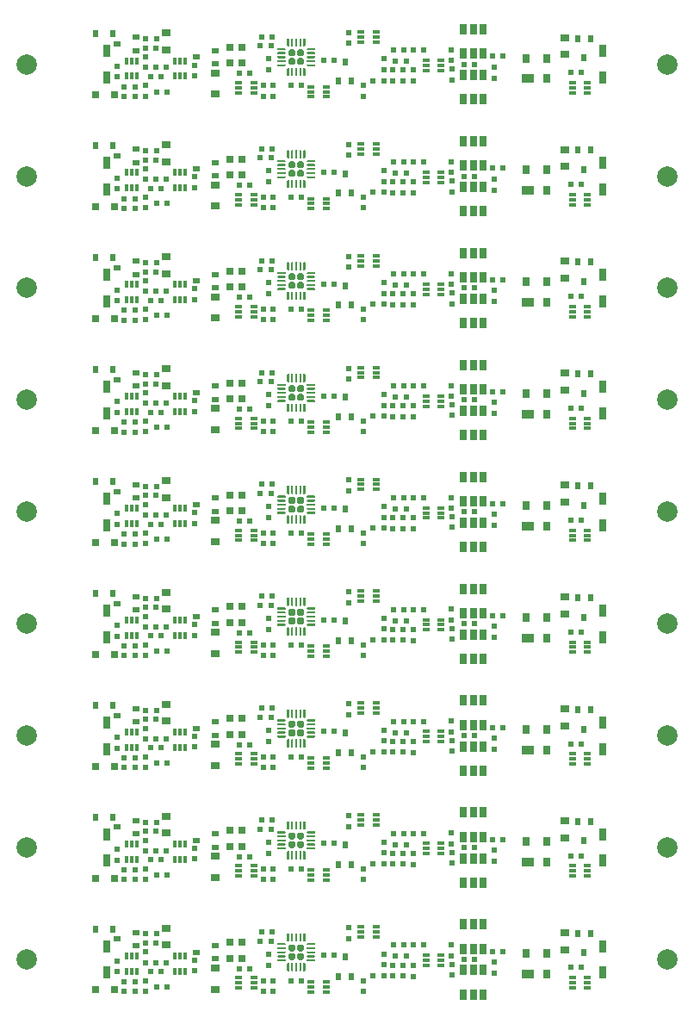
<source format=gtp>
%TF.GenerationSoftware,KiCad,Pcbnew,(5.1.9)-1*%
%TF.CreationDate,2021-10-10T13:17:48+09:00*%
%TF.ProjectId,K7012RA,4b373031-3252-4412-9e6b-696361645f70,rev?*%
%TF.SameCoordinates,PX6b49d20PY8b79910*%
%TF.FileFunction,Paste,Top*%
%TF.FilePolarity,Positive*%
%FSLAX46Y46*%
G04 Gerber Fmt 4.6, Leading zero omitted, Abs format (unit mm)*
G04 Created by KiCad (PCBNEW (5.1.9)-1) date 2021-10-10 13:17:48*
%MOMM*%
%LPD*%
G01*
G04 APERTURE LIST*
%ADD10C,2.000000*%
%ADD11R,0.700000X0.800000*%
%ADD12R,0.800000X0.900000*%
%ADD13R,1.200000X0.900000*%
%ADD14R,0.700000X0.300000*%
%ADD15R,0.900000X0.800000*%
%ADD16R,0.600000X0.550000*%
%ADD17R,0.900000X0.650000*%
%ADD18R,0.300000X0.700000*%
%ADD19R,0.550000X0.600000*%
%ADD20R,0.750000X1.300000*%
%ADD21R,0.500000X0.800000*%
%ADD22R,0.600000X0.800000*%
%ADD23R,0.700000X1.000000*%
%ADD24R,0.800000X0.500000*%
%ADD25R,0.500000X0.550000*%
%ADD26R,0.800000X0.800000*%
%ADD27R,0.550000X0.500000*%
%ADD28C,0.100000*%
G04 APERTURE END LIST*
D10*
%TO.C,REF\u002A\u002A*%
X66500000Y4750000D03*
%TD*%
%TO.C,REF\u002A\u002A*%
X66500000Y15750000D03*
%TD*%
%TO.C,REF\u002A\u002A*%
X66500000Y26750000D03*
%TD*%
%TO.C,REF\u002A\u002A*%
X66500000Y37750000D03*
%TD*%
%TO.C,REF\u002A\u002A*%
X66500000Y48750000D03*
%TD*%
%TO.C,REF\u002A\u002A*%
X66500000Y59750000D03*
%TD*%
%TO.C,REF\u002A\u002A*%
X66500000Y70750000D03*
%TD*%
%TO.C,REF\u002A\u002A*%
X66500000Y81750000D03*
%TD*%
%TO.C,REF\u002A\u002A*%
X3500000Y4750000D03*
%TD*%
%TO.C,REF\u002A\u002A*%
X3500000Y15750000D03*
%TD*%
%TO.C,REF\u002A\u002A*%
X3500000Y26750000D03*
%TD*%
%TO.C,REF\u002A\u002A*%
X3500000Y37750000D03*
%TD*%
%TO.C,REF\u002A\u002A*%
X3500000Y48750000D03*
%TD*%
%TO.C,REF\u002A\u002A*%
X3500000Y59750000D03*
%TD*%
%TO.C,REF\u002A\u002A*%
X3500000Y70750000D03*
%TD*%
%TO.C,REF\u002A\u002A*%
X3500000Y81750000D03*
%TD*%
%TO.C,REF\u002A\u002A*%
X3500000Y92750000D03*
%TD*%
%TO.C,REF\u002A\u002A*%
X66500000Y92750000D03*
%TD*%
D11*
%TO.C,D22*%
X10300000Y1750000D03*
X12100000Y1750000D03*
%TD*%
%TO.C,D22*%
X10300000Y12750000D03*
X12100000Y12750000D03*
%TD*%
%TO.C,D22*%
X10300000Y23750000D03*
X12100000Y23750000D03*
%TD*%
%TO.C,D22*%
X10300000Y34750000D03*
X12100000Y34750000D03*
%TD*%
%TO.C,D22*%
X10300000Y45750000D03*
X12100000Y45750000D03*
%TD*%
%TO.C,D22*%
X10300000Y56750000D03*
X12100000Y56750000D03*
%TD*%
%TO.C,D22*%
X10300000Y67750000D03*
X12100000Y67750000D03*
%TD*%
%TO.C,D22*%
X10300000Y78750000D03*
X12100000Y78750000D03*
%TD*%
D12*
%TO.C,D1*%
X52600000Y5350000D03*
X54600000Y5350000D03*
X54600000Y3350000D03*
D13*
X52800000Y3350000D03*
%TD*%
D12*
%TO.C,D1*%
X52600000Y16350000D03*
X54600000Y16350000D03*
X54600000Y14350000D03*
D13*
X52800000Y14350000D03*
%TD*%
D12*
%TO.C,D1*%
X52600000Y27350000D03*
X54600000Y27350000D03*
X54600000Y25350000D03*
D13*
X52800000Y25350000D03*
%TD*%
D12*
%TO.C,D1*%
X52600000Y38350000D03*
X54600000Y38350000D03*
X54600000Y36350000D03*
D13*
X52800000Y36350000D03*
%TD*%
D12*
%TO.C,D1*%
X52600000Y49350000D03*
X54600000Y49350000D03*
X54600000Y47350000D03*
D13*
X52800000Y47350000D03*
%TD*%
D12*
%TO.C,D1*%
X52600000Y60350000D03*
X54600000Y60350000D03*
X54600000Y58350000D03*
D13*
X52800000Y58350000D03*
%TD*%
D12*
%TO.C,D1*%
X52600000Y71350000D03*
X54600000Y71350000D03*
X54600000Y69350000D03*
D13*
X52800000Y69350000D03*
%TD*%
D12*
%TO.C,D1*%
X52600000Y82350000D03*
X54600000Y82350000D03*
X54600000Y80350000D03*
D13*
X52800000Y80350000D03*
%TD*%
D14*
%TO.C,Q8*%
X57150000Y1950000D03*
X57150000Y2450000D03*
X57150000Y2950000D03*
X58650000Y2950000D03*
X58650000Y2450000D03*
X58650000Y1950000D03*
%TD*%
%TO.C,Q8*%
X57150000Y12950000D03*
X57150000Y13450000D03*
X57150000Y13950000D03*
X58650000Y13950000D03*
X58650000Y13450000D03*
X58650000Y12950000D03*
%TD*%
%TO.C,Q8*%
X57150000Y23950000D03*
X57150000Y24450000D03*
X57150000Y24950000D03*
X58650000Y24950000D03*
X58650000Y24450000D03*
X58650000Y23950000D03*
%TD*%
%TO.C,Q8*%
X57150000Y34950000D03*
X57150000Y35450000D03*
X57150000Y35950000D03*
X58650000Y35950000D03*
X58650000Y35450000D03*
X58650000Y34950000D03*
%TD*%
%TO.C,Q8*%
X57150000Y45950000D03*
X57150000Y46450000D03*
X57150000Y46950000D03*
X58650000Y46950000D03*
X58650000Y46450000D03*
X58650000Y45950000D03*
%TD*%
%TO.C,Q8*%
X57150000Y56950000D03*
X57150000Y57450000D03*
X57150000Y57950000D03*
X58650000Y57950000D03*
X58650000Y57450000D03*
X58650000Y56950000D03*
%TD*%
%TO.C,Q8*%
X57150000Y67950000D03*
X57150000Y68450000D03*
X57150000Y68950000D03*
X58650000Y68950000D03*
X58650000Y68450000D03*
X58650000Y67950000D03*
%TD*%
%TO.C,Q8*%
X57150000Y78950000D03*
X57150000Y79450000D03*
X57150000Y79950000D03*
X58650000Y79950000D03*
X58650000Y79450000D03*
X58650000Y78950000D03*
%TD*%
D15*
%TO.C,D3*%
X22000000Y3900000D03*
X22000000Y1800000D03*
%TD*%
%TO.C,D3*%
X22000000Y14900000D03*
X22000000Y12800000D03*
%TD*%
%TO.C,D3*%
X22000000Y25900000D03*
X22000000Y23800000D03*
%TD*%
%TO.C,D3*%
X22000000Y36900000D03*
X22000000Y34800000D03*
%TD*%
%TO.C,D3*%
X22000000Y47900000D03*
X22000000Y45800000D03*
%TD*%
%TO.C,D3*%
X22000000Y58900000D03*
X22000000Y56800000D03*
%TD*%
%TO.C,D3*%
X22000000Y69900000D03*
X22000000Y67800000D03*
%TD*%
%TO.C,D3*%
X22000000Y80900000D03*
X22000000Y78800000D03*
%TD*%
D16*
%TO.C,R35*%
X12400000Y3525000D03*
X12400000Y4575000D03*
%TD*%
%TO.C,R35*%
X12400000Y14525000D03*
X12400000Y15575000D03*
%TD*%
%TO.C,R35*%
X12400000Y25525000D03*
X12400000Y26575000D03*
%TD*%
%TO.C,R35*%
X12400000Y36525000D03*
X12400000Y37575000D03*
%TD*%
%TO.C,R35*%
X12400000Y47525000D03*
X12400000Y48575000D03*
%TD*%
%TO.C,R35*%
X12400000Y58525000D03*
X12400000Y59575000D03*
%TD*%
%TO.C,R35*%
X12400000Y69525000D03*
X12400000Y70575000D03*
%TD*%
%TO.C,R35*%
X12400000Y80525000D03*
X12400000Y81575000D03*
%TD*%
%TO.C,R26*%
X38600000Y4225000D03*
X38600000Y5275000D03*
%TD*%
%TO.C,R26*%
X38600000Y15225000D03*
X38600000Y16275000D03*
%TD*%
%TO.C,R26*%
X38600000Y26225000D03*
X38600000Y27275000D03*
%TD*%
%TO.C,R26*%
X38600000Y37225000D03*
X38600000Y38275000D03*
%TD*%
%TO.C,R26*%
X38600000Y48225000D03*
X38600000Y49275000D03*
%TD*%
%TO.C,R26*%
X38600000Y59225000D03*
X38600000Y60275000D03*
%TD*%
%TO.C,R26*%
X38600000Y70225000D03*
X38600000Y71275000D03*
%TD*%
%TO.C,R26*%
X38600000Y81225000D03*
X38600000Y82275000D03*
%TD*%
D17*
%TO.C,R21*%
X17250000Y6175000D03*
X17250000Y7825000D03*
%TD*%
%TO.C,R21*%
X17250000Y17175000D03*
X17250000Y18825000D03*
%TD*%
%TO.C,R21*%
X17250000Y28175000D03*
X17250000Y29825000D03*
%TD*%
%TO.C,R21*%
X17250000Y39175000D03*
X17250000Y40825000D03*
%TD*%
%TO.C,R21*%
X17250000Y50175000D03*
X17250000Y51825000D03*
%TD*%
%TO.C,R21*%
X17250000Y61175000D03*
X17250000Y62825000D03*
%TD*%
%TO.C,R21*%
X17250000Y72175000D03*
X17250000Y73825000D03*
%TD*%
%TO.C,R21*%
X17250000Y83175000D03*
X17250000Y84825000D03*
%TD*%
D18*
%TO.C,Q22*%
X19100000Y3600000D03*
X18600000Y3600000D03*
X18100000Y3600000D03*
X18100000Y5100000D03*
X18600000Y5100000D03*
X19100000Y5100000D03*
%TD*%
%TO.C,Q22*%
X19100000Y14600000D03*
X18600000Y14600000D03*
X18100000Y14600000D03*
X18100000Y16100000D03*
X18600000Y16100000D03*
X19100000Y16100000D03*
%TD*%
%TO.C,Q22*%
X19100000Y25600000D03*
X18600000Y25600000D03*
X18100000Y25600000D03*
X18100000Y27100000D03*
X18600000Y27100000D03*
X19100000Y27100000D03*
%TD*%
%TO.C,Q22*%
X19100000Y36600000D03*
X18600000Y36600000D03*
X18100000Y36600000D03*
X18100000Y38100000D03*
X18600000Y38100000D03*
X19100000Y38100000D03*
%TD*%
%TO.C,Q22*%
X19100000Y47600000D03*
X18600000Y47600000D03*
X18100000Y47600000D03*
X18100000Y49100000D03*
X18600000Y49100000D03*
X19100000Y49100000D03*
%TD*%
%TO.C,Q22*%
X19100000Y58600000D03*
X18600000Y58600000D03*
X18100000Y58600000D03*
X18100000Y60100000D03*
X18600000Y60100000D03*
X19100000Y60100000D03*
%TD*%
%TO.C,Q22*%
X19100000Y69600000D03*
X18600000Y69600000D03*
X18100000Y69600000D03*
X18100000Y71100000D03*
X18600000Y71100000D03*
X19100000Y71100000D03*
%TD*%
%TO.C,Q22*%
X19100000Y80600000D03*
X18600000Y80600000D03*
X18100000Y80600000D03*
X18100000Y82100000D03*
X18600000Y82100000D03*
X19100000Y82100000D03*
%TD*%
D19*
%TO.C,R13*%
X32675000Y5150000D03*
X33725000Y5150000D03*
%TD*%
%TO.C,R13*%
X32675000Y16150000D03*
X33725000Y16150000D03*
%TD*%
%TO.C,R13*%
X32675000Y27150000D03*
X33725000Y27150000D03*
%TD*%
%TO.C,R13*%
X32675000Y38150000D03*
X33725000Y38150000D03*
%TD*%
%TO.C,R13*%
X32675000Y49150000D03*
X33725000Y49150000D03*
%TD*%
%TO.C,R13*%
X32675000Y60150000D03*
X33725000Y60150000D03*
%TD*%
%TO.C,R13*%
X32675000Y71150000D03*
X33725000Y71150000D03*
%TD*%
%TO.C,R13*%
X32675000Y82150000D03*
X33725000Y82150000D03*
%TD*%
%TO.C,R9*%
X42525000Y6150000D03*
X41475000Y6150000D03*
%TD*%
%TO.C,R9*%
X42525000Y17150000D03*
X41475000Y17150000D03*
%TD*%
%TO.C,R9*%
X42525000Y28150000D03*
X41475000Y28150000D03*
%TD*%
%TO.C,R9*%
X42525000Y39150000D03*
X41475000Y39150000D03*
%TD*%
%TO.C,R9*%
X42525000Y50150000D03*
X41475000Y50150000D03*
%TD*%
%TO.C,R9*%
X42525000Y61150000D03*
X41475000Y61150000D03*
%TD*%
%TO.C,R9*%
X42525000Y72150000D03*
X41475000Y72150000D03*
%TD*%
%TO.C,R9*%
X42525000Y83150000D03*
X41475000Y83150000D03*
%TD*%
D16*
%TO.C,R25*%
X35200000Y7875000D03*
X35200000Y6825000D03*
%TD*%
%TO.C,R25*%
X35200000Y18875000D03*
X35200000Y17825000D03*
%TD*%
%TO.C,R25*%
X35200000Y29875000D03*
X35200000Y28825000D03*
%TD*%
%TO.C,R25*%
X35200000Y40875000D03*
X35200000Y39825000D03*
%TD*%
%TO.C,R25*%
X35200000Y51875000D03*
X35200000Y50825000D03*
%TD*%
%TO.C,R25*%
X35200000Y62875000D03*
X35200000Y61825000D03*
%TD*%
%TO.C,R25*%
X35200000Y73875000D03*
X35200000Y72825000D03*
%TD*%
%TO.C,R25*%
X35200000Y84875000D03*
X35200000Y83825000D03*
%TD*%
D19*
%TO.C,R15*%
X58025000Y3950000D03*
X56975000Y3950000D03*
%TD*%
%TO.C,R15*%
X58025000Y14950000D03*
X56975000Y14950000D03*
%TD*%
%TO.C,R15*%
X58025000Y25950000D03*
X56975000Y25950000D03*
%TD*%
%TO.C,R15*%
X58025000Y36950000D03*
X56975000Y36950000D03*
%TD*%
%TO.C,R15*%
X58025000Y47950000D03*
X56975000Y47950000D03*
%TD*%
%TO.C,R15*%
X58025000Y58950000D03*
X56975000Y58950000D03*
%TD*%
%TO.C,R15*%
X58025000Y69950000D03*
X56975000Y69950000D03*
%TD*%
%TO.C,R15*%
X58025000Y80950000D03*
X56975000Y80950000D03*
%TD*%
D14*
%TO.C,Q6*%
X24350000Y2950000D03*
X24350000Y2450000D03*
X24350000Y1950000D03*
X25850000Y1950000D03*
X25850000Y2450000D03*
X25850000Y2950000D03*
%TD*%
%TO.C,Q6*%
X24350000Y13950000D03*
X24350000Y13450000D03*
X24350000Y12950000D03*
X25850000Y12950000D03*
X25850000Y13450000D03*
X25850000Y13950000D03*
%TD*%
%TO.C,Q6*%
X24350000Y24950000D03*
X24350000Y24450000D03*
X24350000Y23950000D03*
X25850000Y23950000D03*
X25850000Y24450000D03*
X25850000Y24950000D03*
%TD*%
%TO.C,Q6*%
X24350000Y35950000D03*
X24350000Y35450000D03*
X24350000Y34950000D03*
X25850000Y34950000D03*
X25850000Y35450000D03*
X25850000Y35950000D03*
%TD*%
%TO.C,Q6*%
X24350000Y46950000D03*
X24350000Y46450000D03*
X24350000Y45950000D03*
X25850000Y45950000D03*
X25850000Y46450000D03*
X25850000Y46950000D03*
%TD*%
%TO.C,Q6*%
X24350000Y57950000D03*
X24350000Y57450000D03*
X24350000Y56950000D03*
X25850000Y56950000D03*
X25850000Y57450000D03*
X25850000Y57950000D03*
%TD*%
%TO.C,Q6*%
X24350000Y68950000D03*
X24350000Y68450000D03*
X24350000Y67950000D03*
X25850000Y67950000D03*
X25850000Y68450000D03*
X25850000Y68950000D03*
%TD*%
%TO.C,Q6*%
X24350000Y79950000D03*
X24350000Y79450000D03*
X24350000Y78950000D03*
X25850000Y78950000D03*
X25850000Y79450000D03*
X25850000Y79950000D03*
%TD*%
D20*
%TO.C,D12*%
X60125000Y6050000D03*
X60125000Y3450000D03*
%TD*%
%TO.C,D12*%
X60125000Y17050000D03*
X60125000Y14450000D03*
%TD*%
%TO.C,D12*%
X60125000Y28050000D03*
X60125000Y25450000D03*
%TD*%
%TO.C,D12*%
X60125000Y39050000D03*
X60125000Y36450000D03*
%TD*%
%TO.C,D12*%
X60125000Y50050000D03*
X60125000Y47450000D03*
%TD*%
%TO.C,D12*%
X60125000Y61050000D03*
X60125000Y58450000D03*
%TD*%
%TO.C,D12*%
X60125000Y72050000D03*
X60125000Y69450000D03*
%TD*%
%TO.C,D12*%
X60125000Y83050000D03*
X60125000Y80450000D03*
%TD*%
%TO.C,D11*%
X11375000Y6050000D03*
X11375000Y3450000D03*
%TD*%
%TO.C,D11*%
X11375000Y17050000D03*
X11375000Y14450000D03*
%TD*%
%TO.C,D11*%
X11375000Y28050000D03*
X11375000Y25450000D03*
%TD*%
%TO.C,D11*%
X11375000Y39050000D03*
X11375000Y36450000D03*
%TD*%
%TO.C,D11*%
X11375000Y50050000D03*
X11375000Y47450000D03*
%TD*%
%TO.C,D11*%
X11375000Y61050000D03*
X11375000Y58450000D03*
%TD*%
%TO.C,D11*%
X11375000Y72050000D03*
X11375000Y69450000D03*
%TD*%
%TO.C,D11*%
X11375000Y83050000D03*
X11375000Y80450000D03*
%TD*%
D21*
%TO.C,Q11*%
X58300000Y5400000D03*
X57650000Y7300000D03*
X58950000Y7300000D03*
%TD*%
%TO.C,Q11*%
X58300000Y16400000D03*
X57650000Y18300000D03*
X58950000Y18300000D03*
%TD*%
%TO.C,Q11*%
X58300000Y27400000D03*
X57650000Y29300000D03*
X58950000Y29300000D03*
%TD*%
%TO.C,Q11*%
X58300000Y38400000D03*
X57650000Y40300000D03*
X58950000Y40300000D03*
%TD*%
%TO.C,Q11*%
X58300000Y49400000D03*
X57650000Y51300000D03*
X58950000Y51300000D03*
%TD*%
%TO.C,Q11*%
X58300000Y60400000D03*
X57650000Y62300000D03*
X58950000Y62300000D03*
%TD*%
%TO.C,Q11*%
X58300000Y71400000D03*
X57650000Y73300000D03*
X58950000Y73300000D03*
%TD*%
%TO.C,Q11*%
X58300000Y82400000D03*
X57650000Y84300000D03*
X58950000Y84300000D03*
%TD*%
D19*
%TO.C,R17*%
X26475000Y6550000D03*
X27525000Y6550000D03*
%TD*%
%TO.C,R17*%
X26475000Y17550000D03*
X27525000Y17550000D03*
%TD*%
%TO.C,R17*%
X26475000Y28550000D03*
X27525000Y28550000D03*
%TD*%
%TO.C,R17*%
X26475000Y39550000D03*
X27525000Y39550000D03*
%TD*%
%TO.C,R17*%
X26475000Y50550000D03*
X27525000Y50550000D03*
%TD*%
%TO.C,R17*%
X26475000Y61550000D03*
X27525000Y61550000D03*
%TD*%
%TO.C,R17*%
X26475000Y72550000D03*
X27525000Y72550000D03*
%TD*%
%TO.C,R17*%
X26475000Y83550000D03*
X27525000Y83550000D03*
%TD*%
%TO.C,R4*%
X47525000Y4750000D03*
X46475000Y4750000D03*
%TD*%
%TO.C,R4*%
X47525000Y15750000D03*
X46475000Y15750000D03*
%TD*%
%TO.C,R4*%
X47525000Y26750000D03*
X46475000Y26750000D03*
%TD*%
%TO.C,R4*%
X47525000Y37750000D03*
X46475000Y37750000D03*
%TD*%
%TO.C,R4*%
X47525000Y48750000D03*
X46475000Y48750000D03*
%TD*%
%TO.C,R4*%
X47525000Y59750000D03*
X46475000Y59750000D03*
%TD*%
%TO.C,R4*%
X47525000Y70750000D03*
X46475000Y70750000D03*
%TD*%
%TO.C,R4*%
X47525000Y81750000D03*
X46475000Y81750000D03*
%TD*%
D22*
%TO.C,D21*%
X11950000Y7750000D03*
X10250000Y7750000D03*
%TD*%
%TO.C,D21*%
X11950000Y18750000D03*
X10250000Y18750000D03*
%TD*%
%TO.C,D21*%
X11950000Y29750000D03*
X10250000Y29750000D03*
%TD*%
%TO.C,D21*%
X11950000Y40750000D03*
X10250000Y40750000D03*
%TD*%
%TO.C,D21*%
X11950000Y51750000D03*
X10250000Y51750000D03*
%TD*%
%TO.C,D21*%
X11950000Y62750000D03*
X10250000Y62750000D03*
%TD*%
%TO.C,D21*%
X11950000Y73750000D03*
X10250000Y73750000D03*
%TD*%
%TO.C,D21*%
X11950000Y84750000D03*
X10250000Y84750000D03*
%TD*%
D19*
%TO.C,R3*%
X49275000Y5550000D03*
X50325000Y5550000D03*
%TD*%
%TO.C,R3*%
X49275000Y16550000D03*
X50325000Y16550000D03*
%TD*%
%TO.C,R3*%
X49275000Y27550000D03*
X50325000Y27550000D03*
%TD*%
%TO.C,R3*%
X49275000Y38550000D03*
X50325000Y38550000D03*
%TD*%
%TO.C,R3*%
X49275000Y49550000D03*
X50325000Y49550000D03*
%TD*%
%TO.C,R3*%
X49275000Y60550000D03*
X50325000Y60550000D03*
%TD*%
%TO.C,R3*%
X49275000Y71550000D03*
X50325000Y71550000D03*
%TD*%
%TO.C,R3*%
X49275000Y82550000D03*
X50325000Y82550000D03*
%TD*%
%TO.C,R16*%
X40825000Y5050000D03*
X39775000Y5050000D03*
%TD*%
%TO.C,R16*%
X40825000Y16050000D03*
X39775000Y16050000D03*
%TD*%
%TO.C,R16*%
X40825000Y27050000D03*
X39775000Y27050000D03*
%TD*%
%TO.C,R16*%
X40825000Y38050000D03*
X39775000Y38050000D03*
%TD*%
%TO.C,R16*%
X40825000Y49050000D03*
X39775000Y49050000D03*
%TD*%
%TO.C,R16*%
X40825000Y60050000D03*
X39775000Y60050000D03*
%TD*%
%TO.C,R16*%
X40825000Y71050000D03*
X39775000Y71050000D03*
%TD*%
%TO.C,R16*%
X40825000Y82050000D03*
X39775000Y82050000D03*
%TD*%
D14*
%TO.C,Q13*%
X31450000Y1550000D03*
X31450000Y2050000D03*
X31450000Y2550000D03*
X32950000Y2550000D03*
X32950000Y2050000D03*
X32950000Y1550000D03*
%TD*%
%TO.C,Q13*%
X31450000Y12550000D03*
X31450000Y13050000D03*
X31450000Y13550000D03*
X32950000Y13550000D03*
X32950000Y13050000D03*
X32950000Y12550000D03*
%TD*%
%TO.C,Q13*%
X31450000Y23550000D03*
X31450000Y24050000D03*
X31450000Y24550000D03*
X32950000Y24550000D03*
X32950000Y24050000D03*
X32950000Y23550000D03*
%TD*%
%TO.C,Q13*%
X31450000Y34550000D03*
X31450000Y35050000D03*
X31450000Y35550000D03*
X32950000Y35550000D03*
X32950000Y35050000D03*
X32950000Y34550000D03*
%TD*%
%TO.C,Q13*%
X31450000Y45550000D03*
X31450000Y46050000D03*
X31450000Y46550000D03*
X32950000Y46550000D03*
X32950000Y46050000D03*
X32950000Y45550000D03*
%TD*%
%TO.C,Q13*%
X31450000Y56550000D03*
X31450000Y57050000D03*
X31450000Y57550000D03*
X32950000Y57550000D03*
X32950000Y57050000D03*
X32950000Y56550000D03*
%TD*%
%TO.C,Q13*%
X31450000Y67550000D03*
X31450000Y68050000D03*
X31450000Y68550000D03*
X32950000Y68550000D03*
X32950000Y68050000D03*
X32950000Y67550000D03*
%TD*%
%TO.C,Q13*%
X31450000Y78550000D03*
X31450000Y79050000D03*
X31450000Y79550000D03*
X32950000Y79550000D03*
X32950000Y79050000D03*
X32950000Y78550000D03*
%TD*%
D16*
%TO.C,R18*%
X26800000Y1625000D03*
X26800000Y2675000D03*
%TD*%
%TO.C,R18*%
X26800000Y12625000D03*
X26800000Y13675000D03*
%TD*%
%TO.C,R18*%
X26800000Y23625000D03*
X26800000Y24675000D03*
%TD*%
%TO.C,R18*%
X26800000Y34625000D03*
X26800000Y35675000D03*
%TD*%
%TO.C,R18*%
X26800000Y45625000D03*
X26800000Y46675000D03*
%TD*%
%TO.C,R18*%
X26800000Y56625000D03*
X26800000Y57675000D03*
%TD*%
%TO.C,R18*%
X26800000Y67625000D03*
X26800000Y68675000D03*
%TD*%
%TO.C,R18*%
X26800000Y78625000D03*
X26800000Y79675000D03*
%TD*%
D23*
%TO.C,Q1*%
X46450000Y8200000D03*
X47400000Y8200000D03*
X48350000Y8200000D03*
X48350000Y5800000D03*
X47400000Y5800000D03*
X46450000Y5800000D03*
%TD*%
%TO.C,Q1*%
X46450000Y19200000D03*
X47400000Y19200000D03*
X48350000Y19200000D03*
X48350000Y16800000D03*
X47400000Y16800000D03*
X46450000Y16800000D03*
%TD*%
%TO.C,Q1*%
X46450000Y30200000D03*
X47400000Y30200000D03*
X48350000Y30200000D03*
X48350000Y27800000D03*
X47400000Y27800000D03*
X46450000Y27800000D03*
%TD*%
%TO.C,Q1*%
X46450000Y41200000D03*
X47400000Y41200000D03*
X48350000Y41200000D03*
X48350000Y38800000D03*
X47400000Y38800000D03*
X46450000Y38800000D03*
%TD*%
%TO.C,Q1*%
X46450000Y52200000D03*
X47400000Y52200000D03*
X48350000Y52200000D03*
X48350000Y49800000D03*
X47400000Y49800000D03*
X46450000Y49800000D03*
%TD*%
%TO.C,Q1*%
X46450000Y63200000D03*
X47400000Y63200000D03*
X48350000Y63200000D03*
X48350000Y60800000D03*
X47400000Y60800000D03*
X46450000Y60800000D03*
%TD*%
%TO.C,Q1*%
X46450000Y74200000D03*
X47400000Y74200000D03*
X48350000Y74200000D03*
X48350000Y71800000D03*
X47400000Y71800000D03*
X46450000Y71800000D03*
%TD*%
%TO.C,Q1*%
X46450000Y85200000D03*
X47400000Y85200000D03*
X48350000Y85200000D03*
X48350000Y82800000D03*
X47400000Y82800000D03*
X46450000Y82800000D03*
%TD*%
D19*
%TO.C,R14*%
X24375000Y3850000D03*
X25425000Y3850000D03*
%TD*%
%TO.C,R14*%
X24375000Y14850000D03*
X25425000Y14850000D03*
%TD*%
%TO.C,R14*%
X24375000Y25850000D03*
X25425000Y25850000D03*
%TD*%
%TO.C,R14*%
X24375000Y36850000D03*
X25425000Y36850000D03*
%TD*%
%TO.C,R14*%
X24375000Y47850000D03*
X25425000Y47850000D03*
%TD*%
%TO.C,R14*%
X24375000Y58850000D03*
X25425000Y58850000D03*
%TD*%
%TO.C,R14*%
X24375000Y69850000D03*
X25425000Y69850000D03*
%TD*%
%TO.C,R14*%
X24375000Y80850000D03*
X25425000Y80850000D03*
%TD*%
D14*
%TO.C,Q3*%
X44250000Y5150000D03*
X44250000Y4650000D03*
X44250000Y4150000D03*
X42750000Y4150000D03*
X42750000Y4650000D03*
X42750000Y5150000D03*
%TD*%
%TO.C,Q3*%
X44250000Y16150000D03*
X44250000Y15650000D03*
X44250000Y15150000D03*
X42750000Y15150000D03*
X42750000Y15650000D03*
X42750000Y16150000D03*
%TD*%
%TO.C,Q3*%
X44250000Y27150000D03*
X44250000Y26650000D03*
X44250000Y26150000D03*
X42750000Y26150000D03*
X42750000Y26650000D03*
X42750000Y27150000D03*
%TD*%
%TO.C,Q3*%
X44250000Y38150000D03*
X44250000Y37650000D03*
X44250000Y37150000D03*
X42750000Y37150000D03*
X42750000Y37650000D03*
X42750000Y38150000D03*
%TD*%
%TO.C,Q3*%
X44250000Y49150000D03*
X44250000Y48650000D03*
X44250000Y48150000D03*
X42750000Y48150000D03*
X42750000Y48650000D03*
X42750000Y49150000D03*
%TD*%
%TO.C,Q3*%
X44250000Y60150000D03*
X44250000Y59650000D03*
X44250000Y59150000D03*
X42750000Y59150000D03*
X42750000Y59650000D03*
X42750000Y60150000D03*
%TD*%
%TO.C,Q3*%
X44250000Y71150000D03*
X44250000Y70650000D03*
X44250000Y70150000D03*
X42750000Y70150000D03*
X42750000Y70650000D03*
X42750000Y71150000D03*
%TD*%
%TO.C,Q3*%
X44250000Y82150000D03*
X44250000Y81650000D03*
X44250000Y81150000D03*
X42750000Y81150000D03*
X42750000Y81650000D03*
X42750000Y82150000D03*
%TD*%
D23*
%TO.C,Q2*%
X48350000Y3700000D03*
X47400000Y3700000D03*
X46450000Y3700000D03*
X46450000Y1300000D03*
X47400000Y1300000D03*
X48350000Y1300000D03*
%TD*%
%TO.C,Q2*%
X48350000Y14700000D03*
X47400000Y14700000D03*
X46450000Y14700000D03*
X46450000Y12300000D03*
X47400000Y12300000D03*
X48350000Y12300000D03*
%TD*%
%TO.C,Q2*%
X48350000Y25700000D03*
X47400000Y25700000D03*
X46450000Y25700000D03*
X46450000Y23300000D03*
X47400000Y23300000D03*
X48350000Y23300000D03*
%TD*%
%TO.C,Q2*%
X48350000Y36700000D03*
X47400000Y36700000D03*
X46450000Y36700000D03*
X46450000Y34300000D03*
X47400000Y34300000D03*
X48350000Y34300000D03*
%TD*%
%TO.C,Q2*%
X48350000Y47700000D03*
X47400000Y47700000D03*
X46450000Y47700000D03*
X46450000Y45300000D03*
X47400000Y45300000D03*
X48350000Y45300000D03*
%TD*%
%TO.C,Q2*%
X48350000Y58700000D03*
X47400000Y58700000D03*
X46450000Y58700000D03*
X46450000Y56300000D03*
X47400000Y56300000D03*
X48350000Y56300000D03*
%TD*%
%TO.C,Q2*%
X48350000Y69700000D03*
X47400000Y69700000D03*
X46450000Y69700000D03*
X46450000Y67300000D03*
X47400000Y67300000D03*
X48350000Y67300000D03*
%TD*%
%TO.C,Q2*%
X48350000Y80700000D03*
X47400000Y80700000D03*
X46450000Y80700000D03*
X46450000Y78300000D03*
X47400000Y78300000D03*
X48350000Y78300000D03*
%TD*%
D24*
%TO.C,Q12*%
X12350000Y6750000D03*
X14250000Y7400000D03*
X14250000Y6100000D03*
%TD*%
%TO.C,Q12*%
X12350000Y17750000D03*
X14250000Y18400000D03*
X14250000Y17100000D03*
%TD*%
%TO.C,Q12*%
X12350000Y28750000D03*
X14250000Y29400000D03*
X14250000Y28100000D03*
%TD*%
%TO.C,Q12*%
X12350000Y39750000D03*
X14250000Y40400000D03*
X14250000Y39100000D03*
%TD*%
%TO.C,Q12*%
X12350000Y50750000D03*
X14250000Y51400000D03*
X14250000Y50100000D03*
%TD*%
%TO.C,Q12*%
X12350000Y61750000D03*
X14250000Y62400000D03*
X14250000Y61100000D03*
%TD*%
%TO.C,Q12*%
X12350000Y72750000D03*
X14250000Y73400000D03*
X14250000Y72100000D03*
%TD*%
%TO.C,Q12*%
X12350000Y83750000D03*
X14250000Y84400000D03*
X14250000Y83100000D03*
%TD*%
D21*
%TO.C,Q15*%
X34800000Y5000000D03*
X35450000Y3100000D03*
X34150000Y3100000D03*
%TD*%
%TO.C,Q15*%
X34800000Y16000000D03*
X35450000Y14100000D03*
X34150000Y14100000D03*
%TD*%
%TO.C,Q15*%
X34800000Y27000000D03*
X35450000Y25100000D03*
X34150000Y25100000D03*
%TD*%
%TO.C,Q15*%
X34800000Y38000000D03*
X35450000Y36100000D03*
X34150000Y36100000D03*
%TD*%
%TO.C,Q15*%
X34800000Y49000000D03*
X35450000Y47100000D03*
X34150000Y47100000D03*
%TD*%
%TO.C,Q15*%
X34800000Y60000000D03*
X35450000Y58100000D03*
X34150000Y58100000D03*
%TD*%
%TO.C,Q15*%
X34800000Y71000000D03*
X35450000Y69100000D03*
X34150000Y69100000D03*
%TD*%
%TO.C,Q15*%
X34800000Y82000000D03*
X35450000Y80100000D03*
X34150000Y80100000D03*
%TD*%
D16*
%TO.C,R6*%
X45300000Y4275000D03*
X45300000Y3225000D03*
%TD*%
%TO.C,R6*%
X45300000Y15275000D03*
X45300000Y14225000D03*
%TD*%
%TO.C,R6*%
X45300000Y26275000D03*
X45300000Y25225000D03*
%TD*%
%TO.C,R6*%
X45300000Y37275000D03*
X45300000Y36225000D03*
%TD*%
%TO.C,R6*%
X45300000Y48275000D03*
X45300000Y47225000D03*
%TD*%
%TO.C,R6*%
X45300000Y59275000D03*
X45300000Y58225000D03*
%TD*%
%TO.C,R6*%
X45300000Y70275000D03*
X45300000Y69225000D03*
%TD*%
%TO.C,R6*%
X45300000Y81275000D03*
X45300000Y80225000D03*
%TD*%
%TO.C,R5*%
X45200000Y5125000D03*
X45200000Y6175000D03*
%TD*%
%TO.C,R5*%
X45200000Y16125000D03*
X45200000Y17175000D03*
%TD*%
%TO.C,R5*%
X45200000Y27125000D03*
X45200000Y28175000D03*
%TD*%
%TO.C,R5*%
X45200000Y38125000D03*
X45200000Y39175000D03*
%TD*%
%TO.C,R5*%
X45200000Y49125000D03*
X45200000Y50175000D03*
%TD*%
%TO.C,R5*%
X45200000Y60125000D03*
X45200000Y61175000D03*
%TD*%
%TO.C,R5*%
X45200000Y71125000D03*
X45200000Y72175000D03*
%TD*%
%TO.C,R5*%
X45200000Y82125000D03*
X45200000Y83175000D03*
%TD*%
D25*
%TO.C,C7*%
X41500000Y4200000D03*
X41500000Y3100000D03*
%TD*%
%TO.C,C7*%
X41500000Y15200000D03*
X41500000Y14100000D03*
%TD*%
%TO.C,C7*%
X41500000Y26200000D03*
X41500000Y25100000D03*
%TD*%
%TO.C,C7*%
X41500000Y37200000D03*
X41500000Y36100000D03*
%TD*%
%TO.C,C7*%
X41500000Y48200000D03*
X41500000Y47100000D03*
%TD*%
%TO.C,C7*%
X41500000Y59200000D03*
X41500000Y58100000D03*
%TD*%
%TO.C,C7*%
X41500000Y70200000D03*
X41500000Y69100000D03*
%TD*%
%TO.C,C7*%
X41500000Y81200000D03*
X41500000Y80100000D03*
%TD*%
%TO.C,C1*%
X49500000Y4500000D03*
X49500000Y3400000D03*
%TD*%
%TO.C,C1*%
X49500000Y15500000D03*
X49500000Y14400000D03*
%TD*%
%TO.C,C1*%
X49500000Y26500000D03*
X49500000Y25400000D03*
%TD*%
%TO.C,C1*%
X49500000Y37500000D03*
X49500000Y36400000D03*
%TD*%
%TO.C,C1*%
X49500000Y48500000D03*
X49500000Y47400000D03*
%TD*%
%TO.C,C1*%
X49500000Y59500000D03*
X49500000Y58400000D03*
%TD*%
%TO.C,C1*%
X49500000Y70500000D03*
X49500000Y69400000D03*
%TD*%
%TO.C,C1*%
X49500000Y81500000D03*
X49500000Y80400000D03*
%TD*%
D16*
%TO.C,R12*%
X20000000Y3625000D03*
X20000000Y4675000D03*
%TD*%
%TO.C,R12*%
X20000000Y14625000D03*
X20000000Y15675000D03*
%TD*%
%TO.C,R12*%
X20000000Y25625000D03*
X20000000Y26675000D03*
%TD*%
%TO.C,R12*%
X20000000Y36625000D03*
X20000000Y37675000D03*
%TD*%
%TO.C,R12*%
X20000000Y47625000D03*
X20000000Y48675000D03*
%TD*%
%TO.C,R12*%
X20000000Y58625000D03*
X20000000Y59675000D03*
%TD*%
%TO.C,R12*%
X20000000Y69625000D03*
X20000000Y70675000D03*
%TD*%
%TO.C,R12*%
X20000000Y80625000D03*
X20000000Y81675000D03*
%TD*%
D26*
%TO.C,C3*%
X24700000Y6425000D03*
X24700000Y4875000D03*
%TD*%
%TO.C,C3*%
X24700000Y17425000D03*
X24700000Y15875000D03*
%TD*%
%TO.C,C3*%
X24700000Y28425000D03*
X24700000Y26875000D03*
%TD*%
%TO.C,C3*%
X24700000Y39425000D03*
X24700000Y37875000D03*
%TD*%
%TO.C,C3*%
X24700000Y50425000D03*
X24700000Y48875000D03*
%TD*%
%TO.C,C3*%
X24700000Y61425000D03*
X24700000Y59875000D03*
%TD*%
%TO.C,C3*%
X24700000Y72425000D03*
X24700000Y70875000D03*
%TD*%
%TO.C,C3*%
X24700000Y83425000D03*
X24700000Y81875000D03*
%TD*%
D19*
%TO.C,R24*%
X30525000Y2650000D03*
X29475000Y2650000D03*
%TD*%
%TO.C,R24*%
X30525000Y13650000D03*
X29475000Y13650000D03*
%TD*%
%TO.C,R24*%
X30525000Y24650000D03*
X29475000Y24650000D03*
%TD*%
%TO.C,R24*%
X30525000Y35650000D03*
X29475000Y35650000D03*
%TD*%
%TO.C,R24*%
X30525000Y46650000D03*
X29475000Y46650000D03*
%TD*%
%TO.C,R24*%
X30525000Y57650000D03*
X29475000Y57650000D03*
%TD*%
%TO.C,R24*%
X30525000Y68650000D03*
X29475000Y68650000D03*
%TD*%
%TO.C,R24*%
X30525000Y79650000D03*
X29475000Y79650000D03*
%TD*%
D27*
%TO.C,C12*%
X13050000Y1600000D03*
X14150000Y1600000D03*
%TD*%
%TO.C,C12*%
X13050000Y12600000D03*
X14150000Y12600000D03*
%TD*%
%TO.C,C12*%
X13050000Y23600000D03*
X14150000Y23600000D03*
%TD*%
%TO.C,C12*%
X13050000Y34600000D03*
X14150000Y34600000D03*
%TD*%
%TO.C,C12*%
X13050000Y45600000D03*
X14150000Y45600000D03*
%TD*%
%TO.C,C12*%
X13050000Y56600000D03*
X14150000Y56600000D03*
%TD*%
%TO.C,C12*%
X13050000Y67600000D03*
X14150000Y67600000D03*
%TD*%
%TO.C,C12*%
X13050000Y78600000D03*
X14150000Y78600000D03*
%TD*%
D24*
%TO.C,Q5*%
X22050000Y4800000D03*
X22050000Y6100000D03*
X20150000Y5450000D03*
%TD*%
%TO.C,Q5*%
X22050000Y15800000D03*
X22050000Y17100000D03*
X20150000Y16450000D03*
%TD*%
%TO.C,Q5*%
X22050000Y26800000D03*
X22050000Y28100000D03*
X20150000Y27450000D03*
%TD*%
%TO.C,Q5*%
X22050000Y37800000D03*
X22050000Y39100000D03*
X20150000Y38450000D03*
%TD*%
%TO.C,Q5*%
X22050000Y48800000D03*
X22050000Y50100000D03*
X20150000Y49450000D03*
%TD*%
%TO.C,Q5*%
X22050000Y59800000D03*
X22050000Y61100000D03*
X20150000Y60450000D03*
%TD*%
%TO.C,Q5*%
X22050000Y70800000D03*
X22050000Y72100000D03*
X20150000Y71450000D03*
%TD*%
%TO.C,Q5*%
X22050000Y81800000D03*
X22050000Y83100000D03*
X20150000Y82450000D03*
%TD*%
D28*
%TO.C,U2*%
G36*
X28859044Y6349039D02*
G01*
X28868423Y6346194D01*
X28877068Y6341573D01*
X28884644Y6335355D01*
X28935355Y6284644D01*
X28941573Y6277068D01*
X28946194Y6268423D01*
X28949039Y6259044D01*
X28950000Y6249289D01*
X28950000Y6200000D01*
X28949039Y6190245D01*
X28946194Y6180866D01*
X28941573Y6172221D01*
X28935355Y6164645D01*
X28927779Y6158427D01*
X28919134Y6153806D01*
X28909755Y6150961D01*
X28900000Y6150000D01*
X28200000Y6150000D01*
X28190245Y6150961D01*
X28180866Y6153806D01*
X28172221Y6158427D01*
X28164645Y6164645D01*
X28158427Y6172221D01*
X28153806Y6180866D01*
X28150961Y6190245D01*
X28150000Y6200000D01*
X28150000Y6300000D01*
X28150961Y6309755D01*
X28153806Y6319134D01*
X28158427Y6327779D01*
X28164645Y6335355D01*
X28172221Y6341573D01*
X28180866Y6346194D01*
X28190245Y6349039D01*
X28200000Y6350000D01*
X28849289Y6350000D01*
X28859044Y6349039D01*
G37*
G36*
G01*
X28150000Y5800000D02*
X28150000Y5900000D01*
G75*
G02*
X28200000Y5950000I50000J0D01*
G01*
X28900000Y5950000D01*
G75*
G02*
X28950000Y5900000I0J-50000D01*
G01*
X28950000Y5800000D01*
G75*
G02*
X28900000Y5750000I-50000J0D01*
G01*
X28200000Y5750000D01*
G75*
G02*
X28150000Y5800000I0J50000D01*
G01*
G37*
G36*
G01*
X28150000Y5400000D02*
X28150000Y5500000D01*
G75*
G02*
X28200000Y5550000I50000J0D01*
G01*
X28900000Y5550000D01*
G75*
G02*
X28950000Y5500000I0J-50000D01*
G01*
X28950000Y5400000D01*
G75*
G02*
X28900000Y5350000I-50000J0D01*
G01*
X28200000Y5350000D01*
G75*
G02*
X28150000Y5400000I0J50000D01*
G01*
G37*
G36*
G01*
X28150000Y5000000D02*
X28150000Y5100000D01*
G75*
G02*
X28200000Y5150000I50000J0D01*
G01*
X28900000Y5150000D01*
G75*
G02*
X28950000Y5100000I0J-50000D01*
G01*
X28950000Y5000000D01*
G75*
G02*
X28900000Y4950000I-50000J0D01*
G01*
X28200000Y4950000D01*
G75*
G02*
X28150000Y5000000I0J50000D01*
G01*
G37*
G36*
X28909755Y4749039D02*
G01*
X28919134Y4746194D01*
X28927779Y4741573D01*
X28935355Y4735355D01*
X28941573Y4727779D01*
X28946194Y4719134D01*
X28949039Y4709755D01*
X28950000Y4700000D01*
X28950000Y4650711D01*
X28949039Y4640956D01*
X28946194Y4631577D01*
X28941573Y4622932D01*
X28935355Y4615356D01*
X28884644Y4564645D01*
X28877068Y4558427D01*
X28868423Y4553806D01*
X28859044Y4550961D01*
X28849289Y4550000D01*
X28200000Y4550000D01*
X28190245Y4550961D01*
X28180866Y4553806D01*
X28172221Y4558427D01*
X28164645Y4564645D01*
X28158427Y4572221D01*
X28153806Y4580866D01*
X28150961Y4590245D01*
X28150000Y4600000D01*
X28150000Y4700000D01*
X28150961Y4709755D01*
X28153806Y4719134D01*
X28158427Y4727779D01*
X28164645Y4735355D01*
X28172221Y4741573D01*
X28180866Y4746194D01*
X28190245Y4749039D01*
X28200000Y4750000D01*
X28900000Y4750000D01*
X28909755Y4749039D01*
G37*
G36*
X29259755Y4399039D02*
G01*
X29269134Y4396194D01*
X29277779Y4391573D01*
X29285355Y4385355D01*
X29291573Y4377779D01*
X29296194Y4369134D01*
X29299039Y4359755D01*
X29300000Y4350000D01*
X29300000Y3650000D01*
X29299039Y3640245D01*
X29296194Y3630866D01*
X29291573Y3622221D01*
X29285355Y3614645D01*
X29277779Y3608427D01*
X29269134Y3603806D01*
X29259755Y3600961D01*
X29250000Y3600000D01*
X29150000Y3600000D01*
X29140245Y3600961D01*
X29130866Y3603806D01*
X29122221Y3608427D01*
X29114645Y3614645D01*
X29108427Y3622221D01*
X29103806Y3630866D01*
X29100961Y3640245D01*
X29100000Y3650000D01*
X29100000Y4299289D01*
X29100961Y4309044D01*
X29103806Y4318423D01*
X29108427Y4327068D01*
X29114645Y4334644D01*
X29165356Y4385355D01*
X29172932Y4391573D01*
X29181577Y4396194D01*
X29190956Y4399039D01*
X29200711Y4400000D01*
X29250000Y4400000D01*
X29259755Y4399039D01*
G37*
G36*
G01*
X29500000Y3650000D02*
X29500000Y4350000D01*
G75*
G02*
X29550000Y4400000I50000J0D01*
G01*
X29650000Y4400000D01*
G75*
G02*
X29700000Y4350000I0J-50000D01*
G01*
X29700000Y3650000D01*
G75*
G02*
X29650000Y3600000I-50000J0D01*
G01*
X29550000Y3600000D01*
G75*
G02*
X29500000Y3650000I0J50000D01*
G01*
G37*
G36*
G01*
X29900000Y3650000D02*
X29900000Y4350000D01*
G75*
G02*
X29950000Y4400000I50000J0D01*
G01*
X30050000Y4400000D01*
G75*
G02*
X30100000Y4350000I0J-50000D01*
G01*
X30100000Y3650000D01*
G75*
G02*
X30050000Y3600000I-50000J0D01*
G01*
X29950000Y3600000D01*
G75*
G02*
X29900000Y3650000I0J50000D01*
G01*
G37*
G36*
G01*
X30300000Y3650000D02*
X30300000Y4350000D01*
G75*
G02*
X30350000Y4400000I50000J0D01*
G01*
X30450000Y4400000D01*
G75*
G02*
X30500000Y4350000I0J-50000D01*
G01*
X30500000Y3650000D01*
G75*
G02*
X30450000Y3600000I-50000J0D01*
G01*
X30350000Y3600000D01*
G75*
G02*
X30300000Y3650000I0J50000D01*
G01*
G37*
G36*
X30809044Y4399039D02*
G01*
X30818423Y4396194D01*
X30827068Y4391573D01*
X30834644Y4385355D01*
X30885355Y4334644D01*
X30891573Y4327068D01*
X30896194Y4318423D01*
X30899039Y4309044D01*
X30900000Y4299289D01*
X30900000Y3650000D01*
X30899039Y3640245D01*
X30896194Y3630866D01*
X30891573Y3622221D01*
X30885355Y3614645D01*
X30877779Y3608427D01*
X30869134Y3603806D01*
X30859755Y3600961D01*
X30850000Y3600000D01*
X30750000Y3600000D01*
X30740245Y3600961D01*
X30730866Y3603806D01*
X30722221Y3608427D01*
X30714645Y3614645D01*
X30708427Y3622221D01*
X30703806Y3630866D01*
X30700961Y3640245D01*
X30700000Y3650000D01*
X30700000Y4350000D01*
X30700961Y4359755D01*
X30703806Y4369134D01*
X30708427Y4377779D01*
X30714645Y4385355D01*
X30722221Y4391573D01*
X30730866Y4396194D01*
X30740245Y4399039D01*
X30750000Y4400000D01*
X30799289Y4400000D01*
X30809044Y4399039D01*
G37*
G36*
X31809755Y4749039D02*
G01*
X31819134Y4746194D01*
X31827779Y4741573D01*
X31835355Y4735355D01*
X31841573Y4727779D01*
X31846194Y4719134D01*
X31849039Y4709755D01*
X31850000Y4700000D01*
X31850000Y4600000D01*
X31849039Y4590245D01*
X31846194Y4580866D01*
X31841573Y4572221D01*
X31835355Y4564645D01*
X31827779Y4558427D01*
X31819134Y4553806D01*
X31809755Y4550961D01*
X31800000Y4550000D01*
X31150711Y4550000D01*
X31140956Y4550961D01*
X31131577Y4553806D01*
X31122932Y4558427D01*
X31115356Y4564645D01*
X31064645Y4615356D01*
X31058427Y4622932D01*
X31053806Y4631577D01*
X31050961Y4640956D01*
X31050000Y4650711D01*
X31050000Y4700000D01*
X31050961Y4709755D01*
X31053806Y4719134D01*
X31058427Y4727779D01*
X31064645Y4735355D01*
X31072221Y4741573D01*
X31080866Y4746194D01*
X31090245Y4749039D01*
X31100000Y4750000D01*
X31800000Y4750000D01*
X31809755Y4749039D01*
G37*
G36*
G01*
X31050000Y5000000D02*
X31050000Y5100000D01*
G75*
G02*
X31100000Y5150000I50000J0D01*
G01*
X31800000Y5150000D01*
G75*
G02*
X31850000Y5100000I0J-50000D01*
G01*
X31850000Y5000000D01*
G75*
G02*
X31800000Y4950000I-50000J0D01*
G01*
X31100000Y4950000D01*
G75*
G02*
X31050000Y5000000I0J50000D01*
G01*
G37*
G36*
G01*
X31050000Y5400000D02*
X31050000Y5500000D01*
G75*
G02*
X31100000Y5550000I50000J0D01*
G01*
X31800000Y5550000D01*
G75*
G02*
X31850000Y5500000I0J-50000D01*
G01*
X31850000Y5400000D01*
G75*
G02*
X31800000Y5350000I-50000J0D01*
G01*
X31100000Y5350000D01*
G75*
G02*
X31050000Y5400000I0J50000D01*
G01*
G37*
G36*
G01*
X31050000Y5800000D02*
X31050000Y5900000D01*
G75*
G02*
X31100000Y5950000I50000J0D01*
G01*
X31800000Y5950000D01*
G75*
G02*
X31850000Y5900000I0J-50000D01*
G01*
X31850000Y5800000D01*
G75*
G02*
X31800000Y5750000I-50000J0D01*
G01*
X31100000Y5750000D01*
G75*
G02*
X31050000Y5800000I0J50000D01*
G01*
G37*
G36*
X31809755Y6349039D02*
G01*
X31819134Y6346194D01*
X31827779Y6341573D01*
X31835355Y6335355D01*
X31841573Y6327779D01*
X31846194Y6319134D01*
X31849039Y6309755D01*
X31850000Y6300000D01*
X31850000Y6200000D01*
X31849039Y6190245D01*
X31846194Y6180866D01*
X31841573Y6172221D01*
X31835355Y6164645D01*
X31827779Y6158427D01*
X31819134Y6153806D01*
X31809755Y6150961D01*
X31800000Y6150000D01*
X31100000Y6150000D01*
X31090245Y6150961D01*
X31080866Y6153806D01*
X31072221Y6158427D01*
X31064645Y6164645D01*
X31058427Y6172221D01*
X31053806Y6180866D01*
X31050961Y6190245D01*
X31050000Y6200000D01*
X31050000Y6249289D01*
X31050961Y6259044D01*
X31053806Y6268423D01*
X31058427Y6277068D01*
X31064645Y6284644D01*
X31115356Y6335355D01*
X31122932Y6341573D01*
X31131577Y6346194D01*
X31140956Y6349039D01*
X31150711Y6350000D01*
X31800000Y6350000D01*
X31809755Y6349039D01*
G37*
G36*
X30859755Y7299039D02*
G01*
X30869134Y7296194D01*
X30877779Y7291573D01*
X30885355Y7285355D01*
X30891573Y7277779D01*
X30896194Y7269134D01*
X30899039Y7259755D01*
X30900000Y7250000D01*
X30900000Y6600711D01*
X30899039Y6590956D01*
X30896194Y6581577D01*
X30891573Y6572932D01*
X30885355Y6565356D01*
X30834644Y6514645D01*
X30827068Y6508427D01*
X30818423Y6503806D01*
X30809044Y6500961D01*
X30799289Y6500000D01*
X30750000Y6500000D01*
X30740245Y6500961D01*
X30730866Y6503806D01*
X30722221Y6508427D01*
X30714645Y6514645D01*
X30708427Y6522221D01*
X30703806Y6530866D01*
X30700961Y6540245D01*
X30700000Y6550000D01*
X30700000Y7250000D01*
X30700961Y7259755D01*
X30703806Y7269134D01*
X30708427Y7277779D01*
X30714645Y7285355D01*
X30722221Y7291573D01*
X30730866Y7296194D01*
X30740245Y7299039D01*
X30750000Y7300000D01*
X30850000Y7300000D01*
X30859755Y7299039D01*
G37*
G36*
G01*
X30300000Y6550000D02*
X30300000Y7250000D01*
G75*
G02*
X30350000Y7300000I50000J0D01*
G01*
X30450000Y7300000D01*
G75*
G02*
X30500000Y7250000I0J-50000D01*
G01*
X30500000Y6550000D01*
G75*
G02*
X30450000Y6500000I-50000J0D01*
G01*
X30350000Y6500000D01*
G75*
G02*
X30300000Y6550000I0J50000D01*
G01*
G37*
G36*
G01*
X29900000Y6550000D02*
X29900000Y7250000D01*
G75*
G02*
X29950000Y7300000I50000J0D01*
G01*
X30050000Y7300000D01*
G75*
G02*
X30100000Y7250000I0J-50000D01*
G01*
X30100000Y6550000D01*
G75*
G02*
X30050000Y6500000I-50000J0D01*
G01*
X29950000Y6500000D01*
G75*
G02*
X29900000Y6550000I0J50000D01*
G01*
G37*
G36*
G01*
X29500000Y6550000D02*
X29500000Y7250000D01*
G75*
G02*
X29550000Y7300000I50000J0D01*
G01*
X29650000Y7300000D01*
G75*
G02*
X29700000Y7250000I0J-50000D01*
G01*
X29700000Y6550000D01*
G75*
G02*
X29650000Y6500000I-50000J0D01*
G01*
X29550000Y6500000D01*
G75*
G02*
X29500000Y6550000I0J50000D01*
G01*
G37*
G36*
X29259755Y7299039D02*
G01*
X29269134Y7296194D01*
X29277779Y7291573D01*
X29285355Y7285355D01*
X29291573Y7277779D01*
X29296194Y7269134D01*
X29299039Y7259755D01*
X29300000Y7250000D01*
X29300000Y6550000D01*
X29299039Y6540245D01*
X29296194Y6530866D01*
X29291573Y6522221D01*
X29285355Y6514645D01*
X29277779Y6508427D01*
X29269134Y6503806D01*
X29259755Y6500961D01*
X29250000Y6500000D01*
X29200711Y6500000D01*
X29190956Y6500961D01*
X29181577Y6503806D01*
X29172932Y6508427D01*
X29165356Y6514645D01*
X29114645Y6565356D01*
X29108427Y6572932D01*
X29103806Y6581577D01*
X29100961Y6590956D01*
X29100000Y6600711D01*
X29100000Y7250000D01*
X29100961Y7259755D01*
X29103806Y7269134D01*
X29108427Y7277779D01*
X29114645Y7285355D01*
X29122221Y7291573D01*
X29130866Y7296194D01*
X29140245Y7299039D01*
X29150000Y7300000D01*
X29250000Y7300000D01*
X29259755Y7299039D01*
G37*
G36*
G01*
X29230000Y5702500D02*
X29230000Y6047500D01*
G75*
G02*
X29402500Y6220000I172500J0D01*
G01*
X29747500Y6220000D01*
G75*
G02*
X29920000Y6047500I0J-172500D01*
G01*
X29920000Y5702500D01*
G75*
G02*
X29747500Y5530000I-172500J0D01*
G01*
X29402500Y5530000D01*
G75*
G02*
X29230000Y5702500I0J172500D01*
G01*
G37*
G36*
G01*
X29230000Y4852500D02*
X29230000Y5197500D01*
G75*
G02*
X29402500Y5370000I172500J0D01*
G01*
X29747500Y5370000D01*
G75*
G02*
X29920000Y5197500I0J-172500D01*
G01*
X29920000Y4852500D01*
G75*
G02*
X29747500Y4680000I-172500J0D01*
G01*
X29402500Y4680000D01*
G75*
G02*
X29230000Y4852500I0J172500D01*
G01*
G37*
G36*
G01*
X30080000Y5702500D02*
X30080000Y6047500D01*
G75*
G02*
X30252500Y6220000I172500J0D01*
G01*
X30597500Y6220000D01*
G75*
G02*
X30770000Y6047500I0J-172500D01*
G01*
X30770000Y5702500D01*
G75*
G02*
X30597500Y5530000I-172500J0D01*
G01*
X30252500Y5530000D01*
G75*
G02*
X30080000Y5702500I0J172500D01*
G01*
G37*
G36*
G01*
X30080000Y4852500D02*
X30080000Y5197500D01*
G75*
G02*
X30252500Y5370000I172500J0D01*
G01*
X30597500Y5370000D01*
G75*
G02*
X30770000Y5197500I0J-172500D01*
G01*
X30770000Y4852500D01*
G75*
G02*
X30597500Y4680000I-172500J0D01*
G01*
X30252500Y4680000D01*
G75*
G02*
X30080000Y4852500I0J172500D01*
G01*
G37*
%TD*%
%TO.C,U2*%
G36*
X28859044Y17349039D02*
G01*
X28868423Y17346194D01*
X28877068Y17341573D01*
X28884644Y17335355D01*
X28935355Y17284644D01*
X28941573Y17277068D01*
X28946194Y17268423D01*
X28949039Y17259044D01*
X28950000Y17249289D01*
X28950000Y17200000D01*
X28949039Y17190245D01*
X28946194Y17180866D01*
X28941573Y17172221D01*
X28935355Y17164645D01*
X28927779Y17158427D01*
X28919134Y17153806D01*
X28909755Y17150961D01*
X28900000Y17150000D01*
X28200000Y17150000D01*
X28190245Y17150961D01*
X28180866Y17153806D01*
X28172221Y17158427D01*
X28164645Y17164645D01*
X28158427Y17172221D01*
X28153806Y17180866D01*
X28150961Y17190245D01*
X28150000Y17200000D01*
X28150000Y17300000D01*
X28150961Y17309755D01*
X28153806Y17319134D01*
X28158427Y17327779D01*
X28164645Y17335355D01*
X28172221Y17341573D01*
X28180866Y17346194D01*
X28190245Y17349039D01*
X28200000Y17350000D01*
X28849289Y17350000D01*
X28859044Y17349039D01*
G37*
G36*
G01*
X28150000Y16800000D02*
X28150000Y16900000D01*
G75*
G02*
X28200000Y16950000I50000J0D01*
G01*
X28900000Y16950000D01*
G75*
G02*
X28950000Y16900000I0J-50000D01*
G01*
X28950000Y16800000D01*
G75*
G02*
X28900000Y16750000I-50000J0D01*
G01*
X28200000Y16750000D01*
G75*
G02*
X28150000Y16800000I0J50000D01*
G01*
G37*
G36*
G01*
X28150000Y16400000D02*
X28150000Y16500000D01*
G75*
G02*
X28200000Y16550000I50000J0D01*
G01*
X28900000Y16550000D01*
G75*
G02*
X28950000Y16500000I0J-50000D01*
G01*
X28950000Y16400000D01*
G75*
G02*
X28900000Y16350000I-50000J0D01*
G01*
X28200000Y16350000D01*
G75*
G02*
X28150000Y16400000I0J50000D01*
G01*
G37*
G36*
G01*
X28150000Y16000000D02*
X28150000Y16100000D01*
G75*
G02*
X28200000Y16150000I50000J0D01*
G01*
X28900000Y16150000D01*
G75*
G02*
X28950000Y16100000I0J-50000D01*
G01*
X28950000Y16000000D01*
G75*
G02*
X28900000Y15950000I-50000J0D01*
G01*
X28200000Y15950000D01*
G75*
G02*
X28150000Y16000000I0J50000D01*
G01*
G37*
G36*
X28909755Y15749039D02*
G01*
X28919134Y15746194D01*
X28927779Y15741573D01*
X28935355Y15735355D01*
X28941573Y15727779D01*
X28946194Y15719134D01*
X28949039Y15709755D01*
X28950000Y15700000D01*
X28950000Y15650711D01*
X28949039Y15640956D01*
X28946194Y15631577D01*
X28941573Y15622932D01*
X28935355Y15615356D01*
X28884644Y15564645D01*
X28877068Y15558427D01*
X28868423Y15553806D01*
X28859044Y15550961D01*
X28849289Y15550000D01*
X28200000Y15550000D01*
X28190245Y15550961D01*
X28180866Y15553806D01*
X28172221Y15558427D01*
X28164645Y15564645D01*
X28158427Y15572221D01*
X28153806Y15580866D01*
X28150961Y15590245D01*
X28150000Y15600000D01*
X28150000Y15700000D01*
X28150961Y15709755D01*
X28153806Y15719134D01*
X28158427Y15727779D01*
X28164645Y15735355D01*
X28172221Y15741573D01*
X28180866Y15746194D01*
X28190245Y15749039D01*
X28200000Y15750000D01*
X28900000Y15750000D01*
X28909755Y15749039D01*
G37*
G36*
X29259755Y15399039D02*
G01*
X29269134Y15396194D01*
X29277779Y15391573D01*
X29285355Y15385355D01*
X29291573Y15377779D01*
X29296194Y15369134D01*
X29299039Y15359755D01*
X29300000Y15350000D01*
X29300000Y14650000D01*
X29299039Y14640245D01*
X29296194Y14630866D01*
X29291573Y14622221D01*
X29285355Y14614645D01*
X29277779Y14608427D01*
X29269134Y14603806D01*
X29259755Y14600961D01*
X29250000Y14600000D01*
X29150000Y14600000D01*
X29140245Y14600961D01*
X29130866Y14603806D01*
X29122221Y14608427D01*
X29114645Y14614645D01*
X29108427Y14622221D01*
X29103806Y14630866D01*
X29100961Y14640245D01*
X29100000Y14650000D01*
X29100000Y15299289D01*
X29100961Y15309044D01*
X29103806Y15318423D01*
X29108427Y15327068D01*
X29114645Y15334644D01*
X29165356Y15385355D01*
X29172932Y15391573D01*
X29181577Y15396194D01*
X29190956Y15399039D01*
X29200711Y15400000D01*
X29250000Y15400000D01*
X29259755Y15399039D01*
G37*
G36*
G01*
X29500000Y14650000D02*
X29500000Y15350000D01*
G75*
G02*
X29550000Y15400000I50000J0D01*
G01*
X29650000Y15400000D01*
G75*
G02*
X29700000Y15350000I0J-50000D01*
G01*
X29700000Y14650000D01*
G75*
G02*
X29650000Y14600000I-50000J0D01*
G01*
X29550000Y14600000D01*
G75*
G02*
X29500000Y14650000I0J50000D01*
G01*
G37*
G36*
G01*
X29900000Y14650000D02*
X29900000Y15350000D01*
G75*
G02*
X29950000Y15400000I50000J0D01*
G01*
X30050000Y15400000D01*
G75*
G02*
X30100000Y15350000I0J-50000D01*
G01*
X30100000Y14650000D01*
G75*
G02*
X30050000Y14600000I-50000J0D01*
G01*
X29950000Y14600000D01*
G75*
G02*
X29900000Y14650000I0J50000D01*
G01*
G37*
G36*
G01*
X30300000Y14650000D02*
X30300000Y15350000D01*
G75*
G02*
X30350000Y15400000I50000J0D01*
G01*
X30450000Y15400000D01*
G75*
G02*
X30500000Y15350000I0J-50000D01*
G01*
X30500000Y14650000D01*
G75*
G02*
X30450000Y14600000I-50000J0D01*
G01*
X30350000Y14600000D01*
G75*
G02*
X30300000Y14650000I0J50000D01*
G01*
G37*
G36*
X30809044Y15399039D02*
G01*
X30818423Y15396194D01*
X30827068Y15391573D01*
X30834644Y15385355D01*
X30885355Y15334644D01*
X30891573Y15327068D01*
X30896194Y15318423D01*
X30899039Y15309044D01*
X30900000Y15299289D01*
X30900000Y14650000D01*
X30899039Y14640245D01*
X30896194Y14630866D01*
X30891573Y14622221D01*
X30885355Y14614645D01*
X30877779Y14608427D01*
X30869134Y14603806D01*
X30859755Y14600961D01*
X30850000Y14600000D01*
X30750000Y14600000D01*
X30740245Y14600961D01*
X30730866Y14603806D01*
X30722221Y14608427D01*
X30714645Y14614645D01*
X30708427Y14622221D01*
X30703806Y14630866D01*
X30700961Y14640245D01*
X30700000Y14650000D01*
X30700000Y15350000D01*
X30700961Y15359755D01*
X30703806Y15369134D01*
X30708427Y15377779D01*
X30714645Y15385355D01*
X30722221Y15391573D01*
X30730866Y15396194D01*
X30740245Y15399039D01*
X30750000Y15400000D01*
X30799289Y15400000D01*
X30809044Y15399039D01*
G37*
G36*
X31809755Y15749039D02*
G01*
X31819134Y15746194D01*
X31827779Y15741573D01*
X31835355Y15735355D01*
X31841573Y15727779D01*
X31846194Y15719134D01*
X31849039Y15709755D01*
X31850000Y15700000D01*
X31850000Y15600000D01*
X31849039Y15590245D01*
X31846194Y15580866D01*
X31841573Y15572221D01*
X31835355Y15564645D01*
X31827779Y15558427D01*
X31819134Y15553806D01*
X31809755Y15550961D01*
X31800000Y15550000D01*
X31150711Y15550000D01*
X31140956Y15550961D01*
X31131577Y15553806D01*
X31122932Y15558427D01*
X31115356Y15564645D01*
X31064645Y15615356D01*
X31058427Y15622932D01*
X31053806Y15631577D01*
X31050961Y15640956D01*
X31050000Y15650711D01*
X31050000Y15700000D01*
X31050961Y15709755D01*
X31053806Y15719134D01*
X31058427Y15727779D01*
X31064645Y15735355D01*
X31072221Y15741573D01*
X31080866Y15746194D01*
X31090245Y15749039D01*
X31100000Y15750000D01*
X31800000Y15750000D01*
X31809755Y15749039D01*
G37*
G36*
G01*
X31050000Y16000000D02*
X31050000Y16100000D01*
G75*
G02*
X31100000Y16150000I50000J0D01*
G01*
X31800000Y16150000D01*
G75*
G02*
X31850000Y16100000I0J-50000D01*
G01*
X31850000Y16000000D01*
G75*
G02*
X31800000Y15950000I-50000J0D01*
G01*
X31100000Y15950000D01*
G75*
G02*
X31050000Y16000000I0J50000D01*
G01*
G37*
G36*
G01*
X31050000Y16400000D02*
X31050000Y16500000D01*
G75*
G02*
X31100000Y16550000I50000J0D01*
G01*
X31800000Y16550000D01*
G75*
G02*
X31850000Y16500000I0J-50000D01*
G01*
X31850000Y16400000D01*
G75*
G02*
X31800000Y16350000I-50000J0D01*
G01*
X31100000Y16350000D01*
G75*
G02*
X31050000Y16400000I0J50000D01*
G01*
G37*
G36*
G01*
X31050000Y16800000D02*
X31050000Y16900000D01*
G75*
G02*
X31100000Y16950000I50000J0D01*
G01*
X31800000Y16950000D01*
G75*
G02*
X31850000Y16900000I0J-50000D01*
G01*
X31850000Y16800000D01*
G75*
G02*
X31800000Y16750000I-50000J0D01*
G01*
X31100000Y16750000D01*
G75*
G02*
X31050000Y16800000I0J50000D01*
G01*
G37*
G36*
X31809755Y17349039D02*
G01*
X31819134Y17346194D01*
X31827779Y17341573D01*
X31835355Y17335355D01*
X31841573Y17327779D01*
X31846194Y17319134D01*
X31849039Y17309755D01*
X31850000Y17300000D01*
X31850000Y17200000D01*
X31849039Y17190245D01*
X31846194Y17180866D01*
X31841573Y17172221D01*
X31835355Y17164645D01*
X31827779Y17158427D01*
X31819134Y17153806D01*
X31809755Y17150961D01*
X31800000Y17150000D01*
X31100000Y17150000D01*
X31090245Y17150961D01*
X31080866Y17153806D01*
X31072221Y17158427D01*
X31064645Y17164645D01*
X31058427Y17172221D01*
X31053806Y17180866D01*
X31050961Y17190245D01*
X31050000Y17200000D01*
X31050000Y17249289D01*
X31050961Y17259044D01*
X31053806Y17268423D01*
X31058427Y17277068D01*
X31064645Y17284644D01*
X31115356Y17335355D01*
X31122932Y17341573D01*
X31131577Y17346194D01*
X31140956Y17349039D01*
X31150711Y17350000D01*
X31800000Y17350000D01*
X31809755Y17349039D01*
G37*
G36*
X30859755Y18299039D02*
G01*
X30869134Y18296194D01*
X30877779Y18291573D01*
X30885355Y18285355D01*
X30891573Y18277779D01*
X30896194Y18269134D01*
X30899039Y18259755D01*
X30900000Y18250000D01*
X30900000Y17600711D01*
X30899039Y17590956D01*
X30896194Y17581577D01*
X30891573Y17572932D01*
X30885355Y17565356D01*
X30834644Y17514645D01*
X30827068Y17508427D01*
X30818423Y17503806D01*
X30809044Y17500961D01*
X30799289Y17500000D01*
X30750000Y17500000D01*
X30740245Y17500961D01*
X30730866Y17503806D01*
X30722221Y17508427D01*
X30714645Y17514645D01*
X30708427Y17522221D01*
X30703806Y17530866D01*
X30700961Y17540245D01*
X30700000Y17550000D01*
X30700000Y18250000D01*
X30700961Y18259755D01*
X30703806Y18269134D01*
X30708427Y18277779D01*
X30714645Y18285355D01*
X30722221Y18291573D01*
X30730866Y18296194D01*
X30740245Y18299039D01*
X30750000Y18300000D01*
X30850000Y18300000D01*
X30859755Y18299039D01*
G37*
G36*
G01*
X30300000Y17550000D02*
X30300000Y18250000D01*
G75*
G02*
X30350000Y18300000I50000J0D01*
G01*
X30450000Y18300000D01*
G75*
G02*
X30500000Y18250000I0J-50000D01*
G01*
X30500000Y17550000D01*
G75*
G02*
X30450000Y17500000I-50000J0D01*
G01*
X30350000Y17500000D01*
G75*
G02*
X30300000Y17550000I0J50000D01*
G01*
G37*
G36*
G01*
X29900000Y17550000D02*
X29900000Y18250000D01*
G75*
G02*
X29950000Y18300000I50000J0D01*
G01*
X30050000Y18300000D01*
G75*
G02*
X30100000Y18250000I0J-50000D01*
G01*
X30100000Y17550000D01*
G75*
G02*
X30050000Y17500000I-50000J0D01*
G01*
X29950000Y17500000D01*
G75*
G02*
X29900000Y17550000I0J50000D01*
G01*
G37*
G36*
G01*
X29500000Y17550000D02*
X29500000Y18250000D01*
G75*
G02*
X29550000Y18300000I50000J0D01*
G01*
X29650000Y18300000D01*
G75*
G02*
X29700000Y18250000I0J-50000D01*
G01*
X29700000Y17550000D01*
G75*
G02*
X29650000Y17500000I-50000J0D01*
G01*
X29550000Y17500000D01*
G75*
G02*
X29500000Y17550000I0J50000D01*
G01*
G37*
G36*
X29259755Y18299039D02*
G01*
X29269134Y18296194D01*
X29277779Y18291573D01*
X29285355Y18285355D01*
X29291573Y18277779D01*
X29296194Y18269134D01*
X29299039Y18259755D01*
X29300000Y18250000D01*
X29300000Y17550000D01*
X29299039Y17540245D01*
X29296194Y17530866D01*
X29291573Y17522221D01*
X29285355Y17514645D01*
X29277779Y17508427D01*
X29269134Y17503806D01*
X29259755Y17500961D01*
X29250000Y17500000D01*
X29200711Y17500000D01*
X29190956Y17500961D01*
X29181577Y17503806D01*
X29172932Y17508427D01*
X29165356Y17514645D01*
X29114645Y17565356D01*
X29108427Y17572932D01*
X29103806Y17581577D01*
X29100961Y17590956D01*
X29100000Y17600711D01*
X29100000Y18250000D01*
X29100961Y18259755D01*
X29103806Y18269134D01*
X29108427Y18277779D01*
X29114645Y18285355D01*
X29122221Y18291573D01*
X29130866Y18296194D01*
X29140245Y18299039D01*
X29150000Y18300000D01*
X29250000Y18300000D01*
X29259755Y18299039D01*
G37*
G36*
G01*
X29230000Y16702500D02*
X29230000Y17047500D01*
G75*
G02*
X29402500Y17220000I172500J0D01*
G01*
X29747500Y17220000D01*
G75*
G02*
X29920000Y17047500I0J-172500D01*
G01*
X29920000Y16702500D01*
G75*
G02*
X29747500Y16530000I-172500J0D01*
G01*
X29402500Y16530000D01*
G75*
G02*
X29230000Y16702500I0J172500D01*
G01*
G37*
G36*
G01*
X29230000Y15852500D02*
X29230000Y16197500D01*
G75*
G02*
X29402500Y16370000I172500J0D01*
G01*
X29747500Y16370000D01*
G75*
G02*
X29920000Y16197500I0J-172500D01*
G01*
X29920000Y15852500D01*
G75*
G02*
X29747500Y15680000I-172500J0D01*
G01*
X29402500Y15680000D01*
G75*
G02*
X29230000Y15852500I0J172500D01*
G01*
G37*
G36*
G01*
X30080000Y16702500D02*
X30080000Y17047500D01*
G75*
G02*
X30252500Y17220000I172500J0D01*
G01*
X30597500Y17220000D01*
G75*
G02*
X30770000Y17047500I0J-172500D01*
G01*
X30770000Y16702500D01*
G75*
G02*
X30597500Y16530000I-172500J0D01*
G01*
X30252500Y16530000D01*
G75*
G02*
X30080000Y16702500I0J172500D01*
G01*
G37*
G36*
G01*
X30080000Y15852500D02*
X30080000Y16197500D01*
G75*
G02*
X30252500Y16370000I172500J0D01*
G01*
X30597500Y16370000D01*
G75*
G02*
X30770000Y16197500I0J-172500D01*
G01*
X30770000Y15852500D01*
G75*
G02*
X30597500Y15680000I-172500J0D01*
G01*
X30252500Y15680000D01*
G75*
G02*
X30080000Y15852500I0J172500D01*
G01*
G37*
%TD*%
%TO.C,U2*%
G36*
X28859044Y28349039D02*
G01*
X28868423Y28346194D01*
X28877068Y28341573D01*
X28884644Y28335355D01*
X28935355Y28284644D01*
X28941573Y28277068D01*
X28946194Y28268423D01*
X28949039Y28259044D01*
X28950000Y28249289D01*
X28950000Y28200000D01*
X28949039Y28190245D01*
X28946194Y28180866D01*
X28941573Y28172221D01*
X28935355Y28164645D01*
X28927779Y28158427D01*
X28919134Y28153806D01*
X28909755Y28150961D01*
X28900000Y28150000D01*
X28200000Y28150000D01*
X28190245Y28150961D01*
X28180866Y28153806D01*
X28172221Y28158427D01*
X28164645Y28164645D01*
X28158427Y28172221D01*
X28153806Y28180866D01*
X28150961Y28190245D01*
X28150000Y28200000D01*
X28150000Y28300000D01*
X28150961Y28309755D01*
X28153806Y28319134D01*
X28158427Y28327779D01*
X28164645Y28335355D01*
X28172221Y28341573D01*
X28180866Y28346194D01*
X28190245Y28349039D01*
X28200000Y28350000D01*
X28849289Y28350000D01*
X28859044Y28349039D01*
G37*
G36*
G01*
X28150000Y27800000D02*
X28150000Y27900000D01*
G75*
G02*
X28200000Y27950000I50000J0D01*
G01*
X28900000Y27950000D01*
G75*
G02*
X28950000Y27900000I0J-50000D01*
G01*
X28950000Y27800000D01*
G75*
G02*
X28900000Y27750000I-50000J0D01*
G01*
X28200000Y27750000D01*
G75*
G02*
X28150000Y27800000I0J50000D01*
G01*
G37*
G36*
G01*
X28150000Y27400000D02*
X28150000Y27500000D01*
G75*
G02*
X28200000Y27550000I50000J0D01*
G01*
X28900000Y27550000D01*
G75*
G02*
X28950000Y27500000I0J-50000D01*
G01*
X28950000Y27400000D01*
G75*
G02*
X28900000Y27350000I-50000J0D01*
G01*
X28200000Y27350000D01*
G75*
G02*
X28150000Y27400000I0J50000D01*
G01*
G37*
G36*
G01*
X28150000Y27000000D02*
X28150000Y27100000D01*
G75*
G02*
X28200000Y27150000I50000J0D01*
G01*
X28900000Y27150000D01*
G75*
G02*
X28950000Y27100000I0J-50000D01*
G01*
X28950000Y27000000D01*
G75*
G02*
X28900000Y26950000I-50000J0D01*
G01*
X28200000Y26950000D01*
G75*
G02*
X28150000Y27000000I0J50000D01*
G01*
G37*
G36*
X28909755Y26749039D02*
G01*
X28919134Y26746194D01*
X28927779Y26741573D01*
X28935355Y26735355D01*
X28941573Y26727779D01*
X28946194Y26719134D01*
X28949039Y26709755D01*
X28950000Y26700000D01*
X28950000Y26650711D01*
X28949039Y26640956D01*
X28946194Y26631577D01*
X28941573Y26622932D01*
X28935355Y26615356D01*
X28884644Y26564645D01*
X28877068Y26558427D01*
X28868423Y26553806D01*
X28859044Y26550961D01*
X28849289Y26550000D01*
X28200000Y26550000D01*
X28190245Y26550961D01*
X28180866Y26553806D01*
X28172221Y26558427D01*
X28164645Y26564645D01*
X28158427Y26572221D01*
X28153806Y26580866D01*
X28150961Y26590245D01*
X28150000Y26600000D01*
X28150000Y26700000D01*
X28150961Y26709755D01*
X28153806Y26719134D01*
X28158427Y26727779D01*
X28164645Y26735355D01*
X28172221Y26741573D01*
X28180866Y26746194D01*
X28190245Y26749039D01*
X28200000Y26750000D01*
X28900000Y26750000D01*
X28909755Y26749039D01*
G37*
G36*
X29259755Y26399039D02*
G01*
X29269134Y26396194D01*
X29277779Y26391573D01*
X29285355Y26385355D01*
X29291573Y26377779D01*
X29296194Y26369134D01*
X29299039Y26359755D01*
X29300000Y26350000D01*
X29300000Y25650000D01*
X29299039Y25640245D01*
X29296194Y25630866D01*
X29291573Y25622221D01*
X29285355Y25614645D01*
X29277779Y25608427D01*
X29269134Y25603806D01*
X29259755Y25600961D01*
X29250000Y25600000D01*
X29150000Y25600000D01*
X29140245Y25600961D01*
X29130866Y25603806D01*
X29122221Y25608427D01*
X29114645Y25614645D01*
X29108427Y25622221D01*
X29103806Y25630866D01*
X29100961Y25640245D01*
X29100000Y25650000D01*
X29100000Y26299289D01*
X29100961Y26309044D01*
X29103806Y26318423D01*
X29108427Y26327068D01*
X29114645Y26334644D01*
X29165356Y26385355D01*
X29172932Y26391573D01*
X29181577Y26396194D01*
X29190956Y26399039D01*
X29200711Y26400000D01*
X29250000Y26400000D01*
X29259755Y26399039D01*
G37*
G36*
G01*
X29500000Y25650000D02*
X29500000Y26350000D01*
G75*
G02*
X29550000Y26400000I50000J0D01*
G01*
X29650000Y26400000D01*
G75*
G02*
X29700000Y26350000I0J-50000D01*
G01*
X29700000Y25650000D01*
G75*
G02*
X29650000Y25600000I-50000J0D01*
G01*
X29550000Y25600000D01*
G75*
G02*
X29500000Y25650000I0J50000D01*
G01*
G37*
G36*
G01*
X29900000Y25650000D02*
X29900000Y26350000D01*
G75*
G02*
X29950000Y26400000I50000J0D01*
G01*
X30050000Y26400000D01*
G75*
G02*
X30100000Y26350000I0J-50000D01*
G01*
X30100000Y25650000D01*
G75*
G02*
X30050000Y25600000I-50000J0D01*
G01*
X29950000Y25600000D01*
G75*
G02*
X29900000Y25650000I0J50000D01*
G01*
G37*
G36*
G01*
X30300000Y25650000D02*
X30300000Y26350000D01*
G75*
G02*
X30350000Y26400000I50000J0D01*
G01*
X30450000Y26400000D01*
G75*
G02*
X30500000Y26350000I0J-50000D01*
G01*
X30500000Y25650000D01*
G75*
G02*
X30450000Y25600000I-50000J0D01*
G01*
X30350000Y25600000D01*
G75*
G02*
X30300000Y25650000I0J50000D01*
G01*
G37*
G36*
X30809044Y26399039D02*
G01*
X30818423Y26396194D01*
X30827068Y26391573D01*
X30834644Y26385355D01*
X30885355Y26334644D01*
X30891573Y26327068D01*
X30896194Y26318423D01*
X30899039Y26309044D01*
X30900000Y26299289D01*
X30900000Y25650000D01*
X30899039Y25640245D01*
X30896194Y25630866D01*
X30891573Y25622221D01*
X30885355Y25614645D01*
X30877779Y25608427D01*
X30869134Y25603806D01*
X30859755Y25600961D01*
X30850000Y25600000D01*
X30750000Y25600000D01*
X30740245Y25600961D01*
X30730866Y25603806D01*
X30722221Y25608427D01*
X30714645Y25614645D01*
X30708427Y25622221D01*
X30703806Y25630866D01*
X30700961Y25640245D01*
X30700000Y25650000D01*
X30700000Y26350000D01*
X30700961Y26359755D01*
X30703806Y26369134D01*
X30708427Y26377779D01*
X30714645Y26385355D01*
X30722221Y26391573D01*
X30730866Y26396194D01*
X30740245Y26399039D01*
X30750000Y26400000D01*
X30799289Y26400000D01*
X30809044Y26399039D01*
G37*
G36*
X31809755Y26749039D02*
G01*
X31819134Y26746194D01*
X31827779Y26741573D01*
X31835355Y26735355D01*
X31841573Y26727779D01*
X31846194Y26719134D01*
X31849039Y26709755D01*
X31850000Y26700000D01*
X31850000Y26600000D01*
X31849039Y26590245D01*
X31846194Y26580866D01*
X31841573Y26572221D01*
X31835355Y26564645D01*
X31827779Y26558427D01*
X31819134Y26553806D01*
X31809755Y26550961D01*
X31800000Y26550000D01*
X31150711Y26550000D01*
X31140956Y26550961D01*
X31131577Y26553806D01*
X31122932Y26558427D01*
X31115356Y26564645D01*
X31064645Y26615356D01*
X31058427Y26622932D01*
X31053806Y26631577D01*
X31050961Y26640956D01*
X31050000Y26650711D01*
X31050000Y26700000D01*
X31050961Y26709755D01*
X31053806Y26719134D01*
X31058427Y26727779D01*
X31064645Y26735355D01*
X31072221Y26741573D01*
X31080866Y26746194D01*
X31090245Y26749039D01*
X31100000Y26750000D01*
X31800000Y26750000D01*
X31809755Y26749039D01*
G37*
G36*
G01*
X31050000Y27000000D02*
X31050000Y27100000D01*
G75*
G02*
X31100000Y27150000I50000J0D01*
G01*
X31800000Y27150000D01*
G75*
G02*
X31850000Y27100000I0J-50000D01*
G01*
X31850000Y27000000D01*
G75*
G02*
X31800000Y26950000I-50000J0D01*
G01*
X31100000Y26950000D01*
G75*
G02*
X31050000Y27000000I0J50000D01*
G01*
G37*
G36*
G01*
X31050000Y27400000D02*
X31050000Y27500000D01*
G75*
G02*
X31100000Y27550000I50000J0D01*
G01*
X31800000Y27550000D01*
G75*
G02*
X31850000Y27500000I0J-50000D01*
G01*
X31850000Y27400000D01*
G75*
G02*
X31800000Y27350000I-50000J0D01*
G01*
X31100000Y27350000D01*
G75*
G02*
X31050000Y27400000I0J50000D01*
G01*
G37*
G36*
G01*
X31050000Y27800000D02*
X31050000Y27900000D01*
G75*
G02*
X31100000Y27950000I50000J0D01*
G01*
X31800000Y27950000D01*
G75*
G02*
X31850000Y27900000I0J-50000D01*
G01*
X31850000Y27800000D01*
G75*
G02*
X31800000Y27750000I-50000J0D01*
G01*
X31100000Y27750000D01*
G75*
G02*
X31050000Y27800000I0J50000D01*
G01*
G37*
G36*
X31809755Y28349039D02*
G01*
X31819134Y28346194D01*
X31827779Y28341573D01*
X31835355Y28335355D01*
X31841573Y28327779D01*
X31846194Y28319134D01*
X31849039Y28309755D01*
X31850000Y28300000D01*
X31850000Y28200000D01*
X31849039Y28190245D01*
X31846194Y28180866D01*
X31841573Y28172221D01*
X31835355Y28164645D01*
X31827779Y28158427D01*
X31819134Y28153806D01*
X31809755Y28150961D01*
X31800000Y28150000D01*
X31100000Y28150000D01*
X31090245Y28150961D01*
X31080866Y28153806D01*
X31072221Y28158427D01*
X31064645Y28164645D01*
X31058427Y28172221D01*
X31053806Y28180866D01*
X31050961Y28190245D01*
X31050000Y28200000D01*
X31050000Y28249289D01*
X31050961Y28259044D01*
X31053806Y28268423D01*
X31058427Y28277068D01*
X31064645Y28284644D01*
X31115356Y28335355D01*
X31122932Y28341573D01*
X31131577Y28346194D01*
X31140956Y28349039D01*
X31150711Y28350000D01*
X31800000Y28350000D01*
X31809755Y28349039D01*
G37*
G36*
X30859755Y29299039D02*
G01*
X30869134Y29296194D01*
X30877779Y29291573D01*
X30885355Y29285355D01*
X30891573Y29277779D01*
X30896194Y29269134D01*
X30899039Y29259755D01*
X30900000Y29250000D01*
X30900000Y28600711D01*
X30899039Y28590956D01*
X30896194Y28581577D01*
X30891573Y28572932D01*
X30885355Y28565356D01*
X30834644Y28514645D01*
X30827068Y28508427D01*
X30818423Y28503806D01*
X30809044Y28500961D01*
X30799289Y28500000D01*
X30750000Y28500000D01*
X30740245Y28500961D01*
X30730866Y28503806D01*
X30722221Y28508427D01*
X30714645Y28514645D01*
X30708427Y28522221D01*
X30703806Y28530866D01*
X30700961Y28540245D01*
X30700000Y28550000D01*
X30700000Y29250000D01*
X30700961Y29259755D01*
X30703806Y29269134D01*
X30708427Y29277779D01*
X30714645Y29285355D01*
X30722221Y29291573D01*
X30730866Y29296194D01*
X30740245Y29299039D01*
X30750000Y29300000D01*
X30850000Y29300000D01*
X30859755Y29299039D01*
G37*
G36*
G01*
X30300000Y28550000D02*
X30300000Y29250000D01*
G75*
G02*
X30350000Y29300000I50000J0D01*
G01*
X30450000Y29300000D01*
G75*
G02*
X30500000Y29250000I0J-50000D01*
G01*
X30500000Y28550000D01*
G75*
G02*
X30450000Y28500000I-50000J0D01*
G01*
X30350000Y28500000D01*
G75*
G02*
X30300000Y28550000I0J50000D01*
G01*
G37*
G36*
G01*
X29900000Y28550000D02*
X29900000Y29250000D01*
G75*
G02*
X29950000Y29300000I50000J0D01*
G01*
X30050000Y29300000D01*
G75*
G02*
X30100000Y29250000I0J-50000D01*
G01*
X30100000Y28550000D01*
G75*
G02*
X30050000Y28500000I-50000J0D01*
G01*
X29950000Y28500000D01*
G75*
G02*
X29900000Y28550000I0J50000D01*
G01*
G37*
G36*
G01*
X29500000Y28550000D02*
X29500000Y29250000D01*
G75*
G02*
X29550000Y29300000I50000J0D01*
G01*
X29650000Y29300000D01*
G75*
G02*
X29700000Y29250000I0J-50000D01*
G01*
X29700000Y28550000D01*
G75*
G02*
X29650000Y28500000I-50000J0D01*
G01*
X29550000Y28500000D01*
G75*
G02*
X29500000Y28550000I0J50000D01*
G01*
G37*
G36*
X29259755Y29299039D02*
G01*
X29269134Y29296194D01*
X29277779Y29291573D01*
X29285355Y29285355D01*
X29291573Y29277779D01*
X29296194Y29269134D01*
X29299039Y29259755D01*
X29300000Y29250000D01*
X29300000Y28550000D01*
X29299039Y28540245D01*
X29296194Y28530866D01*
X29291573Y28522221D01*
X29285355Y28514645D01*
X29277779Y28508427D01*
X29269134Y28503806D01*
X29259755Y28500961D01*
X29250000Y28500000D01*
X29200711Y28500000D01*
X29190956Y28500961D01*
X29181577Y28503806D01*
X29172932Y28508427D01*
X29165356Y28514645D01*
X29114645Y28565356D01*
X29108427Y28572932D01*
X29103806Y28581577D01*
X29100961Y28590956D01*
X29100000Y28600711D01*
X29100000Y29250000D01*
X29100961Y29259755D01*
X29103806Y29269134D01*
X29108427Y29277779D01*
X29114645Y29285355D01*
X29122221Y29291573D01*
X29130866Y29296194D01*
X29140245Y29299039D01*
X29150000Y29300000D01*
X29250000Y29300000D01*
X29259755Y29299039D01*
G37*
G36*
G01*
X29230000Y27702500D02*
X29230000Y28047500D01*
G75*
G02*
X29402500Y28220000I172500J0D01*
G01*
X29747500Y28220000D01*
G75*
G02*
X29920000Y28047500I0J-172500D01*
G01*
X29920000Y27702500D01*
G75*
G02*
X29747500Y27530000I-172500J0D01*
G01*
X29402500Y27530000D01*
G75*
G02*
X29230000Y27702500I0J172500D01*
G01*
G37*
G36*
G01*
X29230000Y26852500D02*
X29230000Y27197500D01*
G75*
G02*
X29402500Y27370000I172500J0D01*
G01*
X29747500Y27370000D01*
G75*
G02*
X29920000Y27197500I0J-172500D01*
G01*
X29920000Y26852500D01*
G75*
G02*
X29747500Y26680000I-172500J0D01*
G01*
X29402500Y26680000D01*
G75*
G02*
X29230000Y26852500I0J172500D01*
G01*
G37*
G36*
G01*
X30080000Y27702500D02*
X30080000Y28047500D01*
G75*
G02*
X30252500Y28220000I172500J0D01*
G01*
X30597500Y28220000D01*
G75*
G02*
X30770000Y28047500I0J-172500D01*
G01*
X30770000Y27702500D01*
G75*
G02*
X30597500Y27530000I-172500J0D01*
G01*
X30252500Y27530000D01*
G75*
G02*
X30080000Y27702500I0J172500D01*
G01*
G37*
G36*
G01*
X30080000Y26852500D02*
X30080000Y27197500D01*
G75*
G02*
X30252500Y27370000I172500J0D01*
G01*
X30597500Y27370000D01*
G75*
G02*
X30770000Y27197500I0J-172500D01*
G01*
X30770000Y26852500D01*
G75*
G02*
X30597500Y26680000I-172500J0D01*
G01*
X30252500Y26680000D01*
G75*
G02*
X30080000Y26852500I0J172500D01*
G01*
G37*
%TD*%
%TO.C,U2*%
G36*
X28859044Y39349039D02*
G01*
X28868423Y39346194D01*
X28877068Y39341573D01*
X28884644Y39335355D01*
X28935355Y39284644D01*
X28941573Y39277068D01*
X28946194Y39268423D01*
X28949039Y39259044D01*
X28950000Y39249289D01*
X28950000Y39200000D01*
X28949039Y39190245D01*
X28946194Y39180866D01*
X28941573Y39172221D01*
X28935355Y39164645D01*
X28927779Y39158427D01*
X28919134Y39153806D01*
X28909755Y39150961D01*
X28900000Y39150000D01*
X28200000Y39150000D01*
X28190245Y39150961D01*
X28180866Y39153806D01*
X28172221Y39158427D01*
X28164645Y39164645D01*
X28158427Y39172221D01*
X28153806Y39180866D01*
X28150961Y39190245D01*
X28150000Y39200000D01*
X28150000Y39300000D01*
X28150961Y39309755D01*
X28153806Y39319134D01*
X28158427Y39327779D01*
X28164645Y39335355D01*
X28172221Y39341573D01*
X28180866Y39346194D01*
X28190245Y39349039D01*
X28200000Y39350000D01*
X28849289Y39350000D01*
X28859044Y39349039D01*
G37*
G36*
G01*
X28150000Y38800000D02*
X28150000Y38900000D01*
G75*
G02*
X28200000Y38950000I50000J0D01*
G01*
X28900000Y38950000D01*
G75*
G02*
X28950000Y38900000I0J-50000D01*
G01*
X28950000Y38800000D01*
G75*
G02*
X28900000Y38750000I-50000J0D01*
G01*
X28200000Y38750000D01*
G75*
G02*
X28150000Y38800000I0J50000D01*
G01*
G37*
G36*
G01*
X28150000Y38400000D02*
X28150000Y38500000D01*
G75*
G02*
X28200000Y38550000I50000J0D01*
G01*
X28900000Y38550000D01*
G75*
G02*
X28950000Y38500000I0J-50000D01*
G01*
X28950000Y38400000D01*
G75*
G02*
X28900000Y38350000I-50000J0D01*
G01*
X28200000Y38350000D01*
G75*
G02*
X28150000Y38400000I0J50000D01*
G01*
G37*
G36*
G01*
X28150000Y38000000D02*
X28150000Y38100000D01*
G75*
G02*
X28200000Y38150000I50000J0D01*
G01*
X28900000Y38150000D01*
G75*
G02*
X28950000Y38100000I0J-50000D01*
G01*
X28950000Y38000000D01*
G75*
G02*
X28900000Y37950000I-50000J0D01*
G01*
X28200000Y37950000D01*
G75*
G02*
X28150000Y38000000I0J50000D01*
G01*
G37*
G36*
X28909755Y37749039D02*
G01*
X28919134Y37746194D01*
X28927779Y37741573D01*
X28935355Y37735355D01*
X28941573Y37727779D01*
X28946194Y37719134D01*
X28949039Y37709755D01*
X28950000Y37700000D01*
X28950000Y37650711D01*
X28949039Y37640956D01*
X28946194Y37631577D01*
X28941573Y37622932D01*
X28935355Y37615356D01*
X28884644Y37564645D01*
X28877068Y37558427D01*
X28868423Y37553806D01*
X28859044Y37550961D01*
X28849289Y37550000D01*
X28200000Y37550000D01*
X28190245Y37550961D01*
X28180866Y37553806D01*
X28172221Y37558427D01*
X28164645Y37564645D01*
X28158427Y37572221D01*
X28153806Y37580866D01*
X28150961Y37590245D01*
X28150000Y37600000D01*
X28150000Y37700000D01*
X28150961Y37709755D01*
X28153806Y37719134D01*
X28158427Y37727779D01*
X28164645Y37735355D01*
X28172221Y37741573D01*
X28180866Y37746194D01*
X28190245Y37749039D01*
X28200000Y37750000D01*
X28900000Y37750000D01*
X28909755Y37749039D01*
G37*
G36*
X29259755Y37399039D02*
G01*
X29269134Y37396194D01*
X29277779Y37391573D01*
X29285355Y37385355D01*
X29291573Y37377779D01*
X29296194Y37369134D01*
X29299039Y37359755D01*
X29300000Y37350000D01*
X29300000Y36650000D01*
X29299039Y36640245D01*
X29296194Y36630866D01*
X29291573Y36622221D01*
X29285355Y36614645D01*
X29277779Y36608427D01*
X29269134Y36603806D01*
X29259755Y36600961D01*
X29250000Y36600000D01*
X29150000Y36600000D01*
X29140245Y36600961D01*
X29130866Y36603806D01*
X29122221Y36608427D01*
X29114645Y36614645D01*
X29108427Y36622221D01*
X29103806Y36630866D01*
X29100961Y36640245D01*
X29100000Y36650000D01*
X29100000Y37299289D01*
X29100961Y37309044D01*
X29103806Y37318423D01*
X29108427Y37327068D01*
X29114645Y37334644D01*
X29165356Y37385355D01*
X29172932Y37391573D01*
X29181577Y37396194D01*
X29190956Y37399039D01*
X29200711Y37400000D01*
X29250000Y37400000D01*
X29259755Y37399039D01*
G37*
G36*
G01*
X29500000Y36650000D02*
X29500000Y37350000D01*
G75*
G02*
X29550000Y37400000I50000J0D01*
G01*
X29650000Y37400000D01*
G75*
G02*
X29700000Y37350000I0J-50000D01*
G01*
X29700000Y36650000D01*
G75*
G02*
X29650000Y36600000I-50000J0D01*
G01*
X29550000Y36600000D01*
G75*
G02*
X29500000Y36650000I0J50000D01*
G01*
G37*
G36*
G01*
X29900000Y36650000D02*
X29900000Y37350000D01*
G75*
G02*
X29950000Y37400000I50000J0D01*
G01*
X30050000Y37400000D01*
G75*
G02*
X30100000Y37350000I0J-50000D01*
G01*
X30100000Y36650000D01*
G75*
G02*
X30050000Y36600000I-50000J0D01*
G01*
X29950000Y36600000D01*
G75*
G02*
X29900000Y36650000I0J50000D01*
G01*
G37*
G36*
G01*
X30300000Y36650000D02*
X30300000Y37350000D01*
G75*
G02*
X30350000Y37400000I50000J0D01*
G01*
X30450000Y37400000D01*
G75*
G02*
X30500000Y37350000I0J-50000D01*
G01*
X30500000Y36650000D01*
G75*
G02*
X30450000Y36600000I-50000J0D01*
G01*
X30350000Y36600000D01*
G75*
G02*
X30300000Y36650000I0J50000D01*
G01*
G37*
G36*
X30809044Y37399039D02*
G01*
X30818423Y37396194D01*
X30827068Y37391573D01*
X30834644Y37385355D01*
X30885355Y37334644D01*
X30891573Y37327068D01*
X30896194Y37318423D01*
X30899039Y37309044D01*
X30900000Y37299289D01*
X30900000Y36650000D01*
X30899039Y36640245D01*
X30896194Y36630866D01*
X30891573Y36622221D01*
X30885355Y36614645D01*
X30877779Y36608427D01*
X30869134Y36603806D01*
X30859755Y36600961D01*
X30850000Y36600000D01*
X30750000Y36600000D01*
X30740245Y36600961D01*
X30730866Y36603806D01*
X30722221Y36608427D01*
X30714645Y36614645D01*
X30708427Y36622221D01*
X30703806Y36630866D01*
X30700961Y36640245D01*
X30700000Y36650000D01*
X30700000Y37350000D01*
X30700961Y37359755D01*
X30703806Y37369134D01*
X30708427Y37377779D01*
X30714645Y37385355D01*
X30722221Y37391573D01*
X30730866Y37396194D01*
X30740245Y37399039D01*
X30750000Y37400000D01*
X30799289Y37400000D01*
X30809044Y37399039D01*
G37*
G36*
X31809755Y37749039D02*
G01*
X31819134Y37746194D01*
X31827779Y37741573D01*
X31835355Y37735355D01*
X31841573Y37727779D01*
X31846194Y37719134D01*
X31849039Y37709755D01*
X31850000Y37700000D01*
X31850000Y37600000D01*
X31849039Y37590245D01*
X31846194Y37580866D01*
X31841573Y37572221D01*
X31835355Y37564645D01*
X31827779Y37558427D01*
X31819134Y37553806D01*
X31809755Y37550961D01*
X31800000Y37550000D01*
X31150711Y37550000D01*
X31140956Y37550961D01*
X31131577Y37553806D01*
X31122932Y37558427D01*
X31115356Y37564645D01*
X31064645Y37615356D01*
X31058427Y37622932D01*
X31053806Y37631577D01*
X31050961Y37640956D01*
X31050000Y37650711D01*
X31050000Y37700000D01*
X31050961Y37709755D01*
X31053806Y37719134D01*
X31058427Y37727779D01*
X31064645Y37735355D01*
X31072221Y37741573D01*
X31080866Y37746194D01*
X31090245Y37749039D01*
X31100000Y37750000D01*
X31800000Y37750000D01*
X31809755Y37749039D01*
G37*
G36*
G01*
X31050000Y38000000D02*
X31050000Y38100000D01*
G75*
G02*
X31100000Y38150000I50000J0D01*
G01*
X31800000Y38150000D01*
G75*
G02*
X31850000Y38100000I0J-50000D01*
G01*
X31850000Y38000000D01*
G75*
G02*
X31800000Y37950000I-50000J0D01*
G01*
X31100000Y37950000D01*
G75*
G02*
X31050000Y38000000I0J50000D01*
G01*
G37*
G36*
G01*
X31050000Y38400000D02*
X31050000Y38500000D01*
G75*
G02*
X31100000Y38550000I50000J0D01*
G01*
X31800000Y38550000D01*
G75*
G02*
X31850000Y38500000I0J-50000D01*
G01*
X31850000Y38400000D01*
G75*
G02*
X31800000Y38350000I-50000J0D01*
G01*
X31100000Y38350000D01*
G75*
G02*
X31050000Y38400000I0J50000D01*
G01*
G37*
G36*
G01*
X31050000Y38800000D02*
X31050000Y38900000D01*
G75*
G02*
X31100000Y38950000I50000J0D01*
G01*
X31800000Y38950000D01*
G75*
G02*
X31850000Y38900000I0J-50000D01*
G01*
X31850000Y38800000D01*
G75*
G02*
X31800000Y38750000I-50000J0D01*
G01*
X31100000Y38750000D01*
G75*
G02*
X31050000Y38800000I0J50000D01*
G01*
G37*
G36*
X31809755Y39349039D02*
G01*
X31819134Y39346194D01*
X31827779Y39341573D01*
X31835355Y39335355D01*
X31841573Y39327779D01*
X31846194Y39319134D01*
X31849039Y39309755D01*
X31850000Y39300000D01*
X31850000Y39200000D01*
X31849039Y39190245D01*
X31846194Y39180866D01*
X31841573Y39172221D01*
X31835355Y39164645D01*
X31827779Y39158427D01*
X31819134Y39153806D01*
X31809755Y39150961D01*
X31800000Y39150000D01*
X31100000Y39150000D01*
X31090245Y39150961D01*
X31080866Y39153806D01*
X31072221Y39158427D01*
X31064645Y39164645D01*
X31058427Y39172221D01*
X31053806Y39180866D01*
X31050961Y39190245D01*
X31050000Y39200000D01*
X31050000Y39249289D01*
X31050961Y39259044D01*
X31053806Y39268423D01*
X31058427Y39277068D01*
X31064645Y39284644D01*
X31115356Y39335355D01*
X31122932Y39341573D01*
X31131577Y39346194D01*
X31140956Y39349039D01*
X31150711Y39350000D01*
X31800000Y39350000D01*
X31809755Y39349039D01*
G37*
G36*
X30859755Y40299039D02*
G01*
X30869134Y40296194D01*
X30877779Y40291573D01*
X30885355Y40285355D01*
X30891573Y40277779D01*
X30896194Y40269134D01*
X30899039Y40259755D01*
X30900000Y40250000D01*
X30900000Y39600711D01*
X30899039Y39590956D01*
X30896194Y39581577D01*
X30891573Y39572932D01*
X30885355Y39565356D01*
X30834644Y39514645D01*
X30827068Y39508427D01*
X30818423Y39503806D01*
X30809044Y39500961D01*
X30799289Y39500000D01*
X30750000Y39500000D01*
X30740245Y39500961D01*
X30730866Y39503806D01*
X30722221Y39508427D01*
X30714645Y39514645D01*
X30708427Y39522221D01*
X30703806Y39530866D01*
X30700961Y39540245D01*
X30700000Y39550000D01*
X30700000Y40250000D01*
X30700961Y40259755D01*
X30703806Y40269134D01*
X30708427Y40277779D01*
X30714645Y40285355D01*
X30722221Y40291573D01*
X30730866Y40296194D01*
X30740245Y40299039D01*
X30750000Y40300000D01*
X30850000Y40300000D01*
X30859755Y40299039D01*
G37*
G36*
G01*
X30300000Y39550000D02*
X30300000Y40250000D01*
G75*
G02*
X30350000Y40300000I50000J0D01*
G01*
X30450000Y40300000D01*
G75*
G02*
X30500000Y40250000I0J-50000D01*
G01*
X30500000Y39550000D01*
G75*
G02*
X30450000Y39500000I-50000J0D01*
G01*
X30350000Y39500000D01*
G75*
G02*
X30300000Y39550000I0J50000D01*
G01*
G37*
G36*
G01*
X29900000Y39550000D02*
X29900000Y40250000D01*
G75*
G02*
X29950000Y40300000I50000J0D01*
G01*
X30050000Y40300000D01*
G75*
G02*
X30100000Y40250000I0J-50000D01*
G01*
X30100000Y39550000D01*
G75*
G02*
X30050000Y39500000I-50000J0D01*
G01*
X29950000Y39500000D01*
G75*
G02*
X29900000Y39550000I0J50000D01*
G01*
G37*
G36*
G01*
X29500000Y39550000D02*
X29500000Y40250000D01*
G75*
G02*
X29550000Y40300000I50000J0D01*
G01*
X29650000Y40300000D01*
G75*
G02*
X29700000Y40250000I0J-50000D01*
G01*
X29700000Y39550000D01*
G75*
G02*
X29650000Y39500000I-50000J0D01*
G01*
X29550000Y39500000D01*
G75*
G02*
X29500000Y39550000I0J50000D01*
G01*
G37*
G36*
X29259755Y40299039D02*
G01*
X29269134Y40296194D01*
X29277779Y40291573D01*
X29285355Y40285355D01*
X29291573Y40277779D01*
X29296194Y40269134D01*
X29299039Y40259755D01*
X29300000Y40250000D01*
X29300000Y39550000D01*
X29299039Y39540245D01*
X29296194Y39530866D01*
X29291573Y39522221D01*
X29285355Y39514645D01*
X29277779Y39508427D01*
X29269134Y39503806D01*
X29259755Y39500961D01*
X29250000Y39500000D01*
X29200711Y39500000D01*
X29190956Y39500961D01*
X29181577Y39503806D01*
X29172932Y39508427D01*
X29165356Y39514645D01*
X29114645Y39565356D01*
X29108427Y39572932D01*
X29103806Y39581577D01*
X29100961Y39590956D01*
X29100000Y39600711D01*
X29100000Y40250000D01*
X29100961Y40259755D01*
X29103806Y40269134D01*
X29108427Y40277779D01*
X29114645Y40285355D01*
X29122221Y40291573D01*
X29130866Y40296194D01*
X29140245Y40299039D01*
X29150000Y40300000D01*
X29250000Y40300000D01*
X29259755Y40299039D01*
G37*
G36*
G01*
X29230000Y38702500D02*
X29230000Y39047500D01*
G75*
G02*
X29402500Y39220000I172500J0D01*
G01*
X29747500Y39220000D01*
G75*
G02*
X29920000Y39047500I0J-172500D01*
G01*
X29920000Y38702500D01*
G75*
G02*
X29747500Y38530000I-172500J0D01*
G01*
X29402500Y38530000D01*
G75*
G02*
X29230000Y38702500I0J172500D01*
G01*
G37*
G36*
G01*
X29230000Y37852500D02*
X29230000Y38197500D01*
G75*
G02*
X29402500Y38370000I172500J0D01*
G01*
X29747500Y38370000D01*
G75*
G02*
X29920000Y38197500I0J-172500D01*
G01*
X29920000Y37852500D01*
G75*
G02*
X29747500Y37680000I-172500J0D01*
G01*
X29402500Y37680000D01*
G75*
G02*
X29230000Y37852500I0J172500D01*
G01*
G37*
G36*
G01*
X30080000Y38702500D02*
X30080000Y39047500D01*
G75*
G02*
X30252500Y39220000I172500J0D01*
G01*
X30597500Y39220000D01*
G75*
G02*
X30770000Y39047500I0J-172500D01*
G01*
X30770000Y38702500D01*
G75*
G02*
X30597500Y38530000I-172500J0D01*
G01*
X30252500Y38530000D01*
G75*
G02*
X30080000Y38702500I0J172500D01*
G01*
G37*
G36*
G01*
X30080000Y37852500D02*
X30080000Y38197500D01*
G75*
G02*
X30252500Y38370000I172500J0D01*
G01*
X30597500Y38370000D01*
G75*
G02*
X30770000Y38197500I0J-172500D01*
G01*
X30770000Y37852500D01*
G75*
G02*
X30597500Y37680000I-172500J0D01*
G01*
X30252500Y37680000D01*
G75*
G02*
X30080000Y37852500I0J172500D01*
G01*
G37*
%TD*%
%TO.C,U2*%
G36*
X28859044Y50349039D02*
G01*
X28868423Y50346194D01*
X28877068Y50341573D01*
X28884644Y50335355D01*
X28935355Y50284644D01*
X28941573Y50277068D01*
X28946194Y50268423D01*
X28949039Y50259044D01*
X28950000Y50249289D01*
X28950000Y50200000D01*
X28949039Y50190245D01*
X28946194Y50180866D01*
X28941573Y50172221D01*
X28935355Y50164645D01*
X28927779Y50158427D01*
X28919134Y50153806D01*
X28909755Y50150961D01*
X28900000Y50150000D01*
X28200000Y50150000D01*
X28190245Y50150961D01*
X28180866Y50153806D01*
X28172221Y50158427D01*
X28164645Y50164645D01*
X28158427Y50172221D01*
X28153806Y50180866D01*
X28150961Y50190245D01*
X28150000Y50200000D01*
X28150000Y50300000D01*
X28150961Y50309755D01*
X28153806Y50319134D01*
X28158427Y50327779D01*
X28164645Y50335355D01*
X28172221Y50341573D01*
X28180866Y50346194D01*
X28190245Y50349039D01*
X28200000Y50350000D01*
X28849289Y50350000D01*
X28859044Y50349039D01*
G37*
G36*
G01*
X28150000Y49800000D02*
X28150000Y49900000D01*
G75*
G02*
X28200000Y49950000I50000J0D01*
G01*
X28900000Y49950000D01*
G75*
G02*
X28950000Y49900000I0J-50000D01*
G01*
X28950000Y49800000D01*
G75*
G02*
X28900000Y49750000I-50000J0D01*
G01*
X28200000Y49750000D01*
G75*
G02*
X28150000Y49800000I0J50000D01*
G01*
G37*
G36*
G01*
X28150000Y49400000D02*
X28150000Y49500000D01*
G75*
G02*
X28200000Y49550000I50000J0D01*
G01*
X28900000Y49550000D01*
G75*
G02*
X28950000Y49500000I0J-50000D01*
G01*
X28950000Y49400000D01*
G75*
G02*
X28900000Y49350000I-50000J0D01*
G01*
X28200000Y49350000D01*
G75*
G02*
X28150000Y49400000I0J50000D01*
G01*
G37*
G36*
G01*
X28150000Y49000000D02*
X28150000Y49100000D01*
G75*
G02*
X28200000Y49150000I50000J0D01*
G01*
X28900000Y49150000D01*
G75*
G02*
X28950000Y49100000I0J-50000D01*
G01*
X28950000Y49000000D01*
G75*
G02*
X28900000Y48950000I-50000J0D01*
G01*
X28200000Y48950000D01*
G75*
G02*
X28150000Y49000000I0J50000D01*
G01*
G37*
G36*
X28909755Y48749039D02*
G01*
X28919134Y48746194D01*
X28927779Y48741573D01*
X28935355Y48735355D01*
X28941573Y48727779D01*
X28946194Y48719134D01*
X28949039Y48709755D01*
X28950000Y48700000D01*
X28950000Y48650711D01*
X28949039Y48640956D01*
X28946194Y48631577D01*
X28941573Y48622932D01*
X28935355Y48615356D01*
X28884644Y48564645D01*
X28877068Y48558427D01*
X28868423Y48553806D01*
X28859044Y48550961D01*
X28849289Y48550000D01*
X28200000Y48550000D01*
X28190245Y48550961D01*
X28180866Y48553806D01*
X28172221Y48558427D01*
X28164645Y48564645D01*
X28158427Y48572221D01*
X28153806Y48580866D01*
X28150961Y48590245D01*
X28150000Y48600000D01*
X28150000Y48700000D01*
X28150961Y48709755D01*
X28153806Y48719134D01*
X28158427Y48727779D01*
X28164645Y48735355D01*
X28172221Y48741573D01*
X28180866Y48746194D01*
X28190245Y48749039D01*
X28200000Y48750000D01*
X28900000Y48750000D01*
X28909755Y48749039D01*
G37*
G36*
X29259755Y48399039D02*
G01*
X29269134Y48396194D01*
X29277779Y48391573D01*
X29285355Y48385355D01*
X29291573Y48377779D01*
X29296194Y48369134D01*
X29299039Y48359755D01*
X29300000Y48350000D01*
X29300000Y47650000D01*
X29299039Y47640245D01*
X29296194Y47630866D01*
X29291573Y47622221D01*
X29285355Y47614645D01*
X29277779Y47608427D01*
X29269134Y47603806D01*
X29259755Y47600961D01*
X29250000Y47600000D01*
X29150000Y47600000D01*
X29140245Y47600961D01*
X29130866Y47603806D01*
X29122221Y47608427D01*
X29114645Y47614645D01*
X29108427Y47622221D01*
X29103806Y47630866D01*
X29100961Y47640245D01*
X29100000Y47650000D01*
X29100000Y48299289D01*
X29100961Y48309044D01*
X29103806Y48318423D01*
X29108427Y48327068D01*
X29114645Y48334644D01*
X29165356Y48385355D01*
X29172932Y48391573D01*
X29181577Y48396194D01*
X29190956Y48399039D01*
X29200711Y48400000D01*
X29250000Y48400000D01*
X29259755Y48399039D01*
G37*
G36*
G01*
X29500000Y47650000D02*
X29500000Y48350000D01*
G75*
G02*
X29550000Y48400000I50000J0D01*
G01*
X29650000Y48400000D01*
G75*
G02*
X29700000Y48350000I0J-50000D01*
G01*
X29700000Y47650000D01*
G75*
G02*
X29650000Y47600000I-50000J0D01*
G01*
X29550000Y47600000D01*
G75*
G02*
X29500000Y47650000I0J50000D01*
G01*
G37*
G36*
G01*
X29900000Y47650000D02*
X29900000Y48350000D01*
G75*
G02*
X29950000Y48400000I50000J0D01*
G01*
X30050000Y48400000D01*
G75*
G02*
X30100000Y48350000I0J-50000D01*
G01*
X30100000Y47650000D01*
G75*
G02*
X30050000Y47600000I-50000J0D01*
G01*
X29950000Y47600000D01*
G75*
G02*
X29900000Y47650000I0J50000D01*
G01*
G37*
G36*
G01*
X30300000Y47650000D02*
X30300000Y48350000D01*
G75*
G02*
X30350000Y48400000I50000J0D01*
G01*
X30450000Y48400000D01*
G75*
G02*
X30500000Y48350000I0J-50000D01*
G01*
X30500000Y47650000D01*
G75*
G02*
X30450000Y47600000I-50000J0D01*
G01*
X30350000Y47600000D01*
G75*
G02*
X30300000Y47650000I0J50000D01*
G01*
G37*
G36*
X30809044Y48399039D02*
G01*
X30818423Y48396194D01*
X30827068Y48391573D01*
X30834644Y48385355D01*
X30885355Y48334644D01*
X30891573Y48327068D01*
X30896194Y48318423D01*
X30899039Y48309044D01*
X30900000Y48299289D01*
X30900000Y47650000D01*
X30899039Y47640245D01*
X30896194Y47630866D01*
X30891573Y47622221D01*
X30885355Y47614645D01*
X30877779Y47608427D01*
X30869134Y47603806D01*
X30859755Y47600961D01*
X30850000Y47600000D01*
X30750000Y47600000D01*
X30740245Y47600961D01*
X30730866Y47603806D01*
X30722221Y47608427D01*
X30714645Y47614645D01*
X30708427Y47622221D01*
X30703806Y47630866D01*
X30700961Y47640245D01*
X30700000Y47650000D01*
X30700000Y48350000D01*
X30700961Y48359755D01*
X30703806Y48369134D01*
X30708427Y48377779D01*
X30714645Y48385355D01*
X30722221Y48391573D01*
X30730866Y48396194D01*
X30740245Y48399039D01*
X30750000Y48400000D01*
X30799289Y48400000D01*
X30809044Y48399039D01*
G37*
G36*
X31809755Y48749039D02*
G01*
X31819134Y48746194D01*
X31827779Y48741573D01*
X31835355Y48735355D01*
X31841573Y48727779D01*
X31846194Y48719134D01*
X31849039Y48709755D01*
X31850000Y48700000D01*
X31850000Y48600000D01*
X31849039Y48590245D01*
X31846194Y48580866D01*
X31841573Y48572221D01*
X31835355Y48564645D01*
X31827779Y48558427D01*
X31819134Y48553806D01*
X31809755Y48550961D01*
X31800000Y48550000D01*
X31150711Y48550000D01*
X31140956Y48550961D01*
X31131577Y48553806D01*
X31122932Y48558427D01*
X31115356Y48564645D01*
X31064645Y48615356D01*
X31058427Y48622932D01*
X31053806Y48631577D01*
X31050961Y48640956D01*
X31050000Y48650711D01*
X31050000Y48700000D01*
X31050961Y48709755D01*
X31053806Y48719134D01*
X31058427Y48727779D01*
X31064645Y48735355D01*
X31072221Y48741573D01*
X31080866Y48746194D01*
X31090245Y48749039D01*
X31100000Y48750000D01*
X31800000Y48750000D01*
X31809755Y48749039D01*
G37*
G36*
G01*
X31050000Y49000000D02*
X31050000Y49100000D01*
G75*
G02*
X31100000Y49150000I50000J0D01*
G01*
X31800000Y49150000D01*
G75*
G02*
X31850000Y49100000I0J-50000D01*
G01*
X31850000Y49000000D01*
G75*
G02*
X31800000Y48950000I-50000J0D01*
G01*
X31100000Y48950000D01*
G75*
G02*
X31050000Y49000000I0J50000D01*
G01*
G37*
G36*
G01*
X31050000Y49400000D02*
X31050000Y49500000D01*
G75*
G02*
X31100000Y49550000I50000J0D01*
G01*
X31800000Y49550000D01*
G75*
G02*
X31850000Y49500000I0J-50000D01*
G01*
X31850000Y49400000D01*
G75*
G02*
X31800000Y49350000I-50000J0D01*
G01*
X31100000Y49350000D01*
G75*
G02*
X31050000Y49400000I0J50000D01*
G01*
G37*
G36*
G01*
X31050000Y49800000D02*
X31050000Y49900000D01*
G75*
G02*
X31100000Y49950000I50000J0D01*
G01*
X31800000Y49950000D01*
G75*
G02*
X31850000Y49900000I0J-50000D01*
G01*
X31850000Y49800000D01*
G75*
G02*
X31800000Y49750000I-50000J0D01*
G01*
X31100000Y49750000D01*
G75*
G02*
X31050000Y49800000I0J50000D01*
G01*
G37*
G36*
X31809755Y50349039D02*
G01*
X31819134Y50346194D01*
X31827779Y50341573D01*
X31835355Y50335355D01*
X31841573Y50327779D01*
X31846194Y50319134D01*
X31849039Y50309755D01*
X31850000Y50300000D01*
X31850000Y50200000D01*
X31849039Y50190245D01*
X31846194Y50180866D01*
X31841573Y50172221D01*
X31835355Y50164645D01*
X31827779Y50158427D01*
X31819134Y50153806D01*
X31809755Y50150961D01*
X31800000Y50150000D01*
X31100000Y50150000D01*
X31090245Y50150961D01*
X31080866Y50153806D01*
X31072221Y50158427D01*
X31064645Y50164645D01*
X31058427Y50172221D01*
X31053806Y50180866D01*
X31050961Y50190245D01*
X31050000Y50200000D01*
X31050000Y50249289D01*
X31050961Y50259044D01*
X31053806Y50268423D01*
X31058427Y50277068D01*
X31064645Y50284644D01*
X31115356Y50335355D01*
X31122932Y50341573D01*
X31131577Y50346194D01*
X31140956Y50349039D01*
X31150711Y50350000D01*
X31800000Y50350000D01*
X31809755Y50349039D01*
G37*
G36*
X30859755Y51299039D02*
G01*
X30869134Y51296194D01*
X30877779Y51291573D01*
X30885355Y51285355D01*
X30891573Y51277779D01*
X30896194Y51269134D01*
X30899039Y51259755D01*
X30900000Y51250000D01*
X30900000Y50600711D01*
X30899039Y50590956D01*
X30896194Y50581577D01*
X30891573Y50572932D01*
X30885355Y50565356D01*
X30834644Y50514645D01*
X30827068Y50508427D01*
X30818423Y50503806D01*
X30809044Y50500961D01*
X30799289Y50500000D01*
X30750000Y50500000D01*
X30740245Y50500961D01*
X30730866Y50503806D01*
X30722221Y50508427D01*
X30714645Y50514645D01*
X30708427Y50522221D01*
X30703806Y50530866D01*
X30700961Y50540245D01*
X30700000Y50550000D01*
X30700000Y51250000D01*
X30700961Y51259755D01*
X30703806Y51269134D01*
X30708427Y51277779D01*
X30714645Y51285355D01*
X30722221Y51291573D01*
X30730866Y51296194D01*
X30740245Y51299039D01*
X30750000Y51300000D01*
X30850000Y51300000D01*
X30859755Y51299039D01*
G37*
G36*
G01*
X30300000Y50550000D02*
X30300000Y51250000D01*
G75*
G02*
X30350000Y51300000I50000J0D01*
G01*
X30450000Y51300000D01*
G75*
G02*
X30500000Y51250000I0J-50000D01*
G01*
X30500000Y50550000D01*
G75*
G02*
X30450000Y50500000I-50000J0D01*
G01*
X30350000Y50500000D01*
G75*
G02*
X30300000Y50550000I0J50000D01*
G01*
G37*
G36*
G01*
X29900000Y50550000D02*
X29900000Y51250000D01*
G75*
G02*
X29950000Y51300000I50000J0D01*
G01*
X30050000Y51300000D01*
G75*
G02*
X30100000Y51250000I0J-50000D01*
G01*
X30100000Y50550000D01*
G75*
G02*
X30050000Y50500000I-50000J0D01*
G01*
X29950000Y50500000D01*
G75*
G02*
X29900000Y50550000I0J50000D01*
G01*
G37*
G36*
G01*
X29500000Y50550000D02*
X29500000Y51250000D01*
G75*
G02*
X29550000Y51300000I50000J0D01*
G01*
X29650000Y51300000D01*
G75*
G02*
X29700000Y51250000I0J-50000D01*
G01*
X29700000Y50550000D01*
G75*
G02*
X29650000Y50500000I-50000J0D01*
G01*
X29550000Y50500000D01*
G75*
G02*
X29500000Y50550000I0J50000D01*
G01*
G37*
G36*
X29259755Y51299039D02*
G01*
X29269134Y51296194D01*
X29277779Y51291573D01*
X29285355Y51285355D01*
X29291573Y51277779D01*
X29296194Y51269134D01*
X29299039Y51259755D01*
X29300000Y51250000D01*
X29300000Y50550000D01*
X29299039Y50540245D01*
X29296194Y50530866D01*
X29291573Y50522221D01*
X29285355Y50514645D01*
X29277779Y50508427D01*
X29269134Y50503806D01*
X29259755Y50500961D01*
X29250000Y50500000D01*
X29200711Y50500000D01*
X29190956Y50500961D01*
X29181577Y50503806D01*
X29172932Y50508427D01*
X29165356Y50514645D01*
X29114645Y50565356D01*
X29108427Y50572932D01*
X29103806Y50581577D01*
X29100961Y50590956D01*
X29100000Y50600711D01*
X29100000Y51250000D01*
X29100961Y51259755D01*
X29103806Y51269134D01*
X29108427Y51277779D01*
X29114645Y51285355D01*
X29122221Y51291573D01*
X29130866Y51296194D01*
X29140245Y51299039D01*
X29150000Y51300000D01*
X29250000Y51300000D01*
X29259755Y51299039D01*
G37*
G36*
G01*
X29230000Y49702500D02*
X29230000Y50047500D01*
G75*
G02*
X29402500Y50220000I172500J0D01*
G01*
X29747500Y50220000D01*
G75*
G02*
X29920000Y50047500I0J-172500D01*
G01*
X29920000Y49702500D01*
G75*
G02*
X29747500Y49530000I-172500J0D01*
G01*
X29402500Y49530000D01*
G75*
G02*
X29230000Y49702500I0J172500D01*
G01*
G37*
G36*
G01*
X29230000Y48852500D02*
X29230000Y49197500D01*
G75*
G02*
X29402500Y49370000I172500J0D01*
G01*
X29747500Y49370000D01*
G75*
G02*
X29920000Y49197500I0J-172500D01*
G01*
X29920000Y48852500D01*
G75*
G02*
X29747500Y48680000I-172500J0D01*
G01*
X29402500Y48680000D01*
G75*
G02*
X29230000Y48852500I0J172500D01*
G01*
G37*
G36*
G01*
X30080000Y49702500D02*
X30080000Y50047500D01*
G75*
G02*
X30252500Y50220000I172500J0D01*
G01*
X30597500Y50220000D01*
G75*
G02*
X30770000Y50047500I0J-172500D01*
G01*
X30770000Y49702500D01*
G75*
G02*
X30597500Y49530000I-172500J0D01*
G01*
X30252500Y49530000D01*
G75*
G02*
X30080000Y49702500I0J172500D01*
G01*
G37*
G36*
G01*
X30080000Y48852500D02*
X30080000Y49197500D01*
G75*
G02*
X30252500Y49370000I172500J0D01*
G01*
X30597500Y49370000D01*
G75*
G02*
X30770000Y49197500I0J-172500D01*
G01*
X30770000Y48852500D01*
G75*
G02*
X30597500Y48680000I-172500J0D01*
G01*
X30252500Y48680000D01*
G75*
G02*
X30080000Y48852500I0J172500D01*
G01*
G37*
%TD*%
%TO.C,U2*%
G36*
X28859044Y61349039D02*
G01*
X28868423Y61346194D01*
X28877068Y61341573D01*
X28884644Y61335355D01*
X28935355Y61284644D01*
X28941573Y61277068D01*
X28946194Y61268423D01*
X28949039Y61259044D01*
X28950000Y61249289D01*
X28950000Y61200000D01*
X28949039Y61190245D01*
X28946194Y61180866D01*
X28941573Y61172221D01*
X28935355Y61164645D01*
X28927779Y61158427D01*
X28919134Y61153806D01*
X28909755Y61150961D01*
X28900000Y61150000D01*
X28200000Y61150000D01*
X28190245Y61150961D01*
X28180866Y61153806D01*
X28172221Y61158427D01*
X28164645Y61164645D01*
X28158427Y61172221D01*
X28153806Y61180866D01*
X28150961Y61190245D01*
X28150000Y61200000D01*
X28150000Y61300000D01*
X28150961Y61309755D01*
X28153806Y61319134D01*
X28158427Y61327779D01*
X28164645Y61335355D01*
X28172221Y61341573D01*
X28180866Y61346194D01*
X28190245Y61349039D01*
X28200000Y61350000D01*
X28849289Y61350000D01*
X28859044Y61349039D01*
G37*
G36*
G01*
X28150000Y60800000D02*
X28150000Y60900000D01*
G75*
G02*
X28200000Y60950000I50000J0D01*
G01*
X28900000Y60950000D01*
G75*
G02*
X28950000Y60900000I0J-50000D01*
G01*
X28950000Y60800000D01*
G75*
G02*
X28900000Y60750000I-50000J0D01*
G01*
X28200000Y60750000D01*
G75*
G02*
X28150000Y60800000I0J50000D01*
G01*
G37*
G36*
G01*
X28150000Y60400000D02*
X28150000Y60500000D01*
G75*
G02*
X28200000Y60550000I50000J0D01*
G01*
X28900000Y60550000D01*
G75*
G02*
X28950000Y60500000I0J-50000D01*
G01*
X28950000Y60400000D01*
G75*
G02*
X28900000Y60350000I-50000J0D01*
G01*
X28200000Y60350000D01*
G75*
G02*
X28150000Y60400000I0J50000D01*
G01*
G37*
G36*
G01*
X28150000Y60000000D02*
X28150000Y60100000D01*
G75*
G02*
X28200000Y60150000I50000J0D01*
G01*
X28900000Y60150000D01*
G75*
G02*
X28950000Y60100000I0J-50000D01*
G01*
X28950000Y60000000D01*
G75*
G02*
X28900000Y59950000I-50000J0D01*
G01*
X28200000Y59950000D01*
G75*
G02*
X28150000Y60000000I0J50000D01*
G01*
G37*
G36*
X28909755Y59749039D02*
G01*
X28919134Y59746194D01*
X28927779Y59741573D01*
X28935355Y59735355D01*
X28941573Y59727779D01*
X28946194Y59719134D01*
X28949039Y59709755D01*
X28950000Y59700000D01*
X28950000Y59650711D01*
X28949039Y59640956D01*
X28946194Y59631577D01*
X28941573Y59622932D01*
X28935355Y59615356D01*
X28884644Y59564645D01*
X28877068Y59558427D01*
X28868423Y59553806D01*
X28859044Y59550961D01*
X28849289Y59550000D01*
X28200000Y59550000D01*
X28190245Y59550961D01*
X28180866Y59553806D01*
X28172221Y59558427D01*
X28164645Y59564645D01*
X28158427Y59572221D01*
X28153806Y59580866D01*
X28150961Y59590245D01*
X28150000Y59600000D01*
X28150000Y59700000D01*
X28150961Y59709755D01*
X28153806Y59719134D01*
X28158427Y59727779D01*
X28164645Y59735355D01*
X28172221Y59741573D01*
X28180866Y59746194D01*
X28190245Y59749039D01*
X28200000Y59750000D01*
X28900000Y59750000D01*
X28909755Y59749039D01*
G37*
G36*
X29259755Y59399039D02*
G01*
X29269134Y59396194D01*
X29277779Y59391573D01*
X29285355Y59385355D01*
X29291573Y59377779D01*
X29296194Y59369134D01*
X29299039Y59359755D01*
X29300000Y59350000D01*
X29300000Y58650000D01*
X29299039Y58640245D01*
X29296194Y58630866D01*
X29291573Y58622221D01*
X29285355Y58614645D01*
X29277779Y58608427D01*
X29269134Y58603806D01*
X29259755Y58600961D01*
X29250000Y58600000D01*
X29150000Y58600000D01*
X29140245Y58600961D01*
X29130866Y58603806D01*
X29122221Y58608427D01*
X29114645Y58614645D01*
X29108427Y58622221D01*
X29103806Y58630866D01*
X29100961Y58640245D01*
X29100000Y58650000D01*
X29100000Y59299289D01*
X29100961Y59309044D01*
X29103806Y59318423D01*
X29108427Y59327068D01*
X29114645Y59334644D01*
X29165356Y59385355D01*
X29172932Y59391573D01*
X29181577Y59396194D01*
X29190956Y59399039D01*
X29200711Y59400000D01*
X29250000Y59400000D01*
X29259755Y59399039D01*
G37*
G36*
G01*
X29500000Y58650000D02*
X29500000Y59350000D01*
G75*
G02*
X29550000Y59400000I50000J0D01*
G01*
X29650000Y59400000D01*
G75*
G02*
X29700000Y59350000I0J-50000D01*
G01*
X29700000Y58650000D01*
G75*
G02*
X29650000Y58600000I-50000J0D01*
G01*
X29550000Y58600000D01*
G75*
G02*
X29500000Y58650000I0J50000D01*
G01*
G37*
G36*
G01*
X29900000Y58650000D02*
X29900000Y59350000D01*
G75*
G02*
X29950000Y59400000I50000J0D01*
G01*
X30050000Y59400000D01*
G75*
G02*
X30100000Y59350000I0J-50000D01*
G01*
X30100000Y58650000D01*
G75*
G02*
X30050000Y58600000I-50000J0D01*
G01*
X29950000Y58600000D01*
G75*
G02*
X29900000Y58650000I0J50000D01*
G01*
G37*
G36*
G01*
X30300000Y58650000D02*
X30300000Y59350000D01*
G75*
G02*
X30350000Y59400000I50000J0D01*
G01*
X30450000Y59400000D01*
G75*
G02*
X30500000Y59350000I0J-50000D01*
G01*
X30500000Y58650000D01*
G75*
G02*
X30450000Y58600000I-50000J0D01*
G01*
X30350000Y58600000D01*
G75*
G02*
X30300000Y58650000I0J50000D01*
G01*
G37*
G36*
X30809044Y59399039D02*
G01*
X30818423Y59396194D01*
X30827068Y59391573D01*
X30834644Y59385355D01*
X30885355Y59334644D01*
X30891573Y59327068D01*
X30896194Y59318423D01*
X30899039Y59309044D01*
X30900000Y59299289D01*
X30900000Y58650000D01*
X30899039Y58640245D01*
X30896194Y58630866D01*
X30891573Y58622221D01*
X30885355Y58614645D01*
X30877779Y58608427D01*
X30869134Y58603806D01*
X30859755Y58600961D01*
X30850000Y58600000D01*
X30750000Y58600000D01*
X30740245Y58600961D01*
X30730866Y58603806D01*
X30722221Y58608427D01*
X30714645Y58614645D01*
X30708427Y58622221D01*
X30703806Y58630866D01*
X30700961Y58640245D01*
X30700000Y58650000D01*
X30700000Y59350000D01*
X30700961Y59359755D01*
X30703806Y59369134D01*
X30708427Y59377779D01*
X30714645Y59385355D01*
X30722221Y59391573D01*
X30730866Y59396194D01*
X30740245Y59399039D01*
X30750000Y59400000D01*
X30799289Y59400000D01*
X30809044Y59399039D01*
G37*
G36*
X31809755Y59749039D02*
G01*
X31819134Y59746194D01*
X31827779Y59741573D01*
X31835355Y59735355D01*
X31841573Y59727779D01*
X31846194Y59719134D01*
X31849039Y59709755D01*
X31850000Y59700000D01*
X31850000Y59600000D01*
X31849039Y59590245D01*
X31846194Y59580866D01*
X31841573Y59572221D01*
X31835355Y59564645D01*
X31827779Y59558427D01*
X31819134Y59553806D01*
X31809755Y59550961D01*
X31800000Y59550000D01*
X31150711Y59550000D01*
X31140956Y59550961D01*
X31131577Y59553806D01*
X31122932Y59558427D01*
X31115356Y59564645D01*
X31064645Y59615356D01*
X31058427Y59622932D01*
X31053806Y59631577D01*
X31050961Y59640956D01*
X31050000Y59650711D01*
X31050000Y59700000D01*
X31050961Y59709755D01*
X31053806Y59719134D01*
X31058427Y59727779D01*
X31064645Y59735355D01*
X31072221Y59741573D01*
X31080866Y59746194D01*
X31090245Y59749039D01*
X31100000Y59750000D01*
X31800000Y59750000D01*
X31809755Y59749039D01*
G37*
G36*
G01*
X31050000Y60000000D02*
X31050000Y60100000D01*
G75*
G02*
X31100000Y60150000I50000J0D01*
G01*
X31800000Y60150000D01*
G75*
G02*
X31850000Y60100000I0J-50000D01*
G01*
X31850000Y60000000D01*
G75*
G02*
X31800000Y59950000I-50000J0D01*
G01*
X31100000Y59950000D01*
G75*
G02*
X31050000Y60000000I0J50000D01*
G01*
G37*
G36*
G01*
X31050000Y60400000D02*
X31050000Y60500000D01*
G75*
G02*
X31100000Y60550000I50000J0D01*
G01*
X31800000Y60550000D01*
G75*
G02*
X31850000Y60500000I0J-50000D01*
G01*
X31850000Y60400000D01*
G75*
G02*
X31800000Y60350000I-50000J0D01*
G01*
X31100000Y60350000D01*
G75*
G02*
X31050000Y60400000I0J50000D01*
G01*
G37*
G36*
G01*
X31050000Y60800000D02*
X31050000Y60900000D01*
G75*
G02*
X31100000Y60950000I50000J0D01*
G01*
X31800000Y60950000D01*
G75*
G02*
X31850000Y60900000I0J-50000D01*
G01*
X31850000Y60800000D01*
G75*
G02*
X31800000Y60750000I-50000J0D01*
G01*
X31100000Y60750000D01*
G75*
G02*
X31050000Y60800000I0J50000D01*
G01*
G37*
G36*
X31809755Y61349039D02*
G01*
X31819134Y61346194D01*
X31827779Y61341573D01*
X31835355Y61335355D01*
X31841573Y61327779D01*
X31846194Y61319134D01*
X31849039Y61309755D01*
X31850000Y61300000D01*
X31850000Y61200000D01*
X31849039Y61190245D01*
X31846194Y61180866D01*
X31841573Y61172221D01*
X31835355Y61164645D01*
X31827779Y61158427D01*
X31819134Y61153806D01*
X31809755Y61150961D01*
X31800000Y61150000D01*
X31100000Y61150000D01*
X31090245Y61150961D01*
X31080866Y61153806D01*
X31072221Y61158427D01*
X31064645Y61164645D01*
X31058427Y61172221D01*
X31053806Y61180866D01*
X31050961Y61190245D01*
X31050000Y61200000D01*
X31050000Y61249289D01*
X31050961Y61259044D01*
X31053806Y61268423D01*
X31058427Y61277068D01*
X31064645Y61284644D01*
X31115356Y61335355D01*
X31122932Y61341573D01*
X31131577Y61346194D01*
X31140956Y61349039D01*
X31150711Y61350000D01*
X31800000Y61350000D01*
X31809755Y61349039D01*
G37*
G36*
X30859755Y62299039D02*
G01*
X30869134Y62296194D01*
X30877779Y62291573D01*
X30885355Y62285355D01*
X30891573Y62277779D01*
X30896194Y62269134D01*
X30899039Y62259755D01*
X30900000Y62250000D01*
X30900000Y61600711D01*
X30899039Y61590956D01*
X30896194Y61581577D01*
X30891573Y61572932D01*
X30885355Y61565356D01*
X30834644Y61514645D01*
X30827068Y61508427D01*
X30818423Y61503806D01*
X30809044Y61500961D01*
X30799289Y61500000D01*
X30750000Y61500000D01*
X30740245Y61500961D01*
X30730866Y61503806D01*
X30722221Y61508427D01*
X30714645Y61514645D01*
X30708427Y61522221D01*
X30703806Y61530866D01*
X30700961Y61540245D01*
X30700000Y61550000D01*
X30700000Y62250000D01*
X30700961Y62259755D01*
X30703806Y62269134D01*
X30708427Y62277779D01*
X30714645Y62285355D01*
X30722221Y62291573D01*
X30730866Y62296194D01*
X30740245Y62299039D01*
X30750000Y62300000D01*
X30850000Y62300000D01*
X30859755Y62299039D01*
G37*
G36*
G01*
X30300000Y61550000D02*
X30300000Y62250000D01*
G75*
G02*
X30350000Y62300000I50000J0D01*
G01*
X30450000Y62300000D01*
G75*
G02*
X30500000Y62250000I0J-50000D01*
G01*
X30500000Y61550000D01*
G75*
G02*
X30450000Y61500000I-50000J0D01*
G01*
X30350000Y61500000D01*
G75*
G02*
X30300000Y61550000I0J50000D01*
G01*
G37*
G36*
G01*
X29900000Y61550000D02*
X29900000Y62250000D01*
G75*
G02*
X29950000Y62300000I50000J0D01*
G01*
X30050000Y62300000D01*
G75*
G02*
X30100000Y62250000I0J-50000D01*
G01*
X30100000Y61550000D01*
G75*
G02*
X30050000Y61500000I-50000J0D01*
G01*
X29950000Y61500000D01*
G75*
G02*
X29900000Y61550000I0J50000D01*
G01*
G37*
G36*
G01*
X29500000Y61550000D02*
X29500000Y62250000D01*
G75*
G02*
X29550000Y62300000I50000J0D01*
G01*
X29650000Y62300000D01*
G75*
G02*
X29700000Y62250000I0J-50000D01*
G01*
X29700000Y61550000D01*
G75*
G02*
X29650000Y61500000I-50000J0D01*
G01*
X29550000Y61500000D01*
G75*
G02*
X29500000Y61550000I0J50000D01*
G01*
G37*
G36*
X29259755Y62299039D02*
G01*
X29269134Y62296194D01*
X29277779Y62291573D01*
X29285355Y62285355D01*
X29291573Y62277779D01*
X29296194Y62269134D01*
X29299039Y62259755D01*
X29300000Y62250000D01*
X29300000Y61550000D01*
X29299039Y61540245D01*
X29296194Y61530866D01*
X29291573Y61522221D01*
X29285355Y61514645D01*
X29277779Y61508427D01*
X29269134Y61503806D01*
X29259755Y61500961D01*
X29250000Y61500000D01*
X29200711Y61500000D01*
X29190956Y61500961D01*
X29181577Y61503806D01*
X29172932Y61508427D01*
X29165356Y61514645D01*
X29114645Y61565356D01*
X29108427Y61572932D01*
X29103806Y61581577D01*
X29100961Y61590956D01*
X29100000Y61600711D01*
X29100000Y62250000D01*
X29100961Y62259755D01*
X29103806Y62269134D01*
X29108427Y62277779D01*
X29114645Y62285355D01*
X29122221Y62291573D01*
X29130866Y62296194D01*
X29140245Y62299039D01*
X29150000Y62300000D01*
X29250000Y62300000D01*
X29259755Y62299039D01*
G37*
G36*
G01*
X29230000Y60702500D02*
X29230000Y61047500D01*
G75*
G02*
X29402500Y61220000I172500J0D01*
G01*
X29747500Y61220000D01*
G75*
G02*
X29920000Y61047500I0J-172500D01*
G01*
X29920000Y60702500D01*
G75*
G02*
X29747500Y60530000I-172500J0D01*
G01*
X29402500Y60530000D01*
G75*
G02*
X29230000Y60702500I0J172500D01*
G01*
G37*
G36*
G01*
X29230000Y59852500D02*
X29230000Y60197500D01*
G75*
G02*
X29402500Y60370000I172500J0D01*
G01*
X29747500Y60370000D01*
G75*
G02*
X29920000Y60197500I0J-172500D01*
G01*
X29920000Y59852500D01*
G75*
G02*
X29747500Y59680000I-172500J0D01*
G01*
X29402500Y59680000D01*
G75*
G02*
X29230000Y59852500I0J172500D01*
G01*
G37*
G36*
G01*
X30080000Y60702500D02*
X30080000Y61047500D01*
G75*
G02*
X30252500Y61220000I172500J0D01*
G01*
X30597500Y61220000D01*
G75*
G02*
X30770000Y61047500I0J-172500D01*
G01*
X30770000Y60702500D01*
G75*
G02*
X30597500Y60530000I-172500J0D01*
G01*
X30252500Y60530000D01*
G75*
G02*
X30080000Y60702500I0J172500D01*
G01*
G37*
G36*
G01*
X30080000Y59852500D02*
X30080000Y60197500D01*
G75*
G02*
X30252500Y60370000I172500J0D01*
G01*
X30597500Y60370000D01*
G75*
G02*
X30770000Y60197500I0J-172500D01*
G01*
X30770000Y59852500D01*
G75*
G02*
X30597500Y59680000I-172500J0D01*
G01*
X30252500Y59680000D01*
G75*
G02*
X30080000Y59852500I0J172500D01*
G01*
G37*
%TD*%
%TO.C,U2*%
G36*
X28859044Y72349039D02*
G01*
X28868423Y72346194D01*
X28877068Y72341573D01*
X28884644Y72335355D01*
X28935355Y72284644D01*
X28941573Y72277068D01*
X28946194Y72268423D01*
X28949039Y72259044D01*
X28950000Y72249289D01*
X28950000Y72200000D01*
X28949039Y72190245D01*
X28946194Y72180866D01*
X28941573Y72172221D01*
X28935355Y72164645D01*
X28927779Y72158427D01*
X28919134Y72153806D01*
X28909755Y72150961D01*
X28900000Y72150000D01*
X28200000Y72150000D01*
X28190245Y72150961D01*
X28180866Y72153806D01*
X28172221Y72158427D01*
X28164645Y72164645D01*
X28158427Y72172221D01*
X28153806Y72180866D01*
X28150961Y72190245D01*
X28150000Y72200000D01*
X28150000Y72300000D01*
X28150961Y72309755D01*
X28153806Y72319134D01*
X28158427Y72327779D01*
X28164645Y72335355D01*
X28172221Y72341573D01*
X28180866Y72346194D01*
X28190245Y72349039D01*
X28200000Y72350000D01*
X28849289Y72350000D01*
X28859044Y72349039D01*
G37*
G36*
G01*
X28150000Y71800000D02*
X28150000Y71900000D01*
G75*
G02*
X28200000Y71950000I50000J0D01*
G01*
X28900000Y71950000D01*
G75*
G02*
X28950000Y71900000I0J-50000D01*
G01*
X28950000Y71800000D01*
G75*
G02*
X28900000Y71750000I-50000J0D01*
G01*
X28200000Y71750000D01*
G75*
G02*
X28150000Y71800000I0J50000D01*
G01*
G37*
G36*
G01*
X28150000Y71400000D02*
X28150000Y71500000D01*
G75*
G02*
X28200000Y71550000I50000J0D01*
G01*
X28900000Y71550000D01*
G75*
G02*
X28950000Y71500000I0J-50000D01*
G01*
X28950000Y71400000D01*
G75*
G02*
X28900000Y71350000I-50000J0D01*
G01*
X28200000Y71350000D01*
G75*
G02*
X28150000Y71400000I0J50000D01*
G01*
G37*
G36*
G01*
X28150000Y71000000D02*
X28150000Y71100000D01*
G75*
G02*
X28200000Y71150000I50000J0D01*
G01*
X28900000Y71150000D01*
G75*
G02*
X28950000Y71100000I0J-50000D01*
G01*
X28950000Y71000000D01*
G75*
G02*
X28900000Y70950000I-50000J0D01*
G01*
X28200000Y70950000D01*
G75*
G02*
X28150000Y71000000I0J50000D01*
G01*
G37*
G36*
X28909755Y70749039D02*
G01*
X28919134Y70746194D01*
X28927779Y70741573D01*
X28935355Y70735355D01*
X28941573Y70727779D01*
X28946194Y70719134D01*
X28949039Y70709755D01*
X28950000Y70700000D01*
X28950000Y70650711D01*
X28949039Y70640956D01*
X28946194Y70631577D01*
X28941573Y70622932D01*
X28935355Y70615356D01*
X28884644Y70564645D01*
X28877068Y70558427D01*
X28868423Y70553806D01*
X28859044Y70550961D01*
X28849289Y70550000D01*
X28200000Y70550000D01*
X28190245Y70550961D01*
X28180866Y70553806D01*
X28172221Y70558427D01*
X28164645Y70564645D01*
X28158427Y70572221D01*
X28153806Y70580866D01*
X28150961Y70590245D01*
X28150000Y70600000D01*
X28150000Y70700000D01*
X28150961Y70709755D01*
X28153806Y70719134D01*
X28158427Y70727779D01*
X28164645Y70735355D01*
X28172221Y70741573D01*
X28180866Y70746194D01*
X28190245Y70749039D01*
X28200000Y70750000D01*
X28900000Y70750000D01*
X28909755Y70749039D01*
G37*
G36*
X29259755Y70399039D02*
G01*
X29269134Y70396194D01*
X29277779Y70391573D01*
X29285355Y70385355D01*
X29291573Y70377779D01*
X29296194Y70369134D01*
X29299039Y70359755D01*
X29300000Y70350000D01*
X29300000Y69650000D01*
X29299039Y69640245D01*
X29296194Y69630866D01*
X29291573Y69622221D01*
X29285355Y69614645D01*
X29277779Y69608427D01*
X29269134Y69603806D01*
X29259755Y69600961D01*
X29250000Y69600000D01*
X29150000Y69600000D01*
X29140245Y69600961D01*
X29130866Y69603806D01*
X29122221Y69608427D01*
X29114645Y69614645D01*
X29108427Y69622221D01*
X29103806Y69630866D01*
X29100961Y69640245D01*
X29100000Y69650000D01*
X29100000Y70299289D01*
X29100961Y70309044D01*
X29103806Y70318423D01*
X29108427Y70327068D01*
X29114645Y70334644D01*
X29165356Y70385355D01*
X29172932Y70391573D01*
X29181577Y70396194D01*
X29190956Y70399039D01*
X29200711Y70400000D01*
X29250000Y70400000D01*
X29259755Y70399039D01*
G37*
G36*
G01*
X29500000Y69650000D02*
X29500000Y70350000D01*
G75*
G02*
X29550000Y70400000I50000J0D01*
G01*
X29650000Y70400000D01*
G75*
G02*
X29700000Y70350000I0J-50000D01*
G01*
X29700000Y69650000D01*
G75*
G02*
X29650000Y69600000I-50000J0D01*
G01*
X29550000Y69600000D01*
G75*
G02*
X29500000Y69650000I0J50000D01*
G01*
G37*
G36*
G01*
X29900000Y69650000D02*
X29900000Y70350000D01*
G75*
G02*
X29950000Y70400000I50000J0D01*
G01*
X30050000Y70400000D01*
G75*
G02*
X30100000Y70350000I0J-50000D01*
G01*
X30100000Y69650000D01*
G75*
G02*
X30050000Y69600000I-50000J0D01*
G01*
X29950000Y69600000D01*
G75*
G02*
X29900000Y69650000I0J50000D01*
G01*
G37*
G36*
G01*
X30300000Y69650000D02*
X30300000Y70350000D01*
G75*
G02*
X30350000Y70400000I50000J0D01*
G01*
X30450000Y70400000D01*
G75*
G02*
X30500000Y70350000I0J-50000D01*
G01*
X30500000Y69650000D01*
G75*
G02*
X30450000Y69600000I-50000J0D01*
G01*
X30350000Y69600000D01*
G75*
G02*
X30300000Y69650000I0J50000D01*
G01*
G37*
G36*
X30809044Y70399039D02*
G01*
X30818423Y70396194D01*
X30827068Y70391573D01*
X30834644Y70385355D01*
X30885355Y70334644D01*
X30891573Y70327068D01*
X30896194Y70318423D01*
X30899039Y70309044D01*
X30900000Y70299289D01*
X30900000Y69650000D01*
X30899039Y69640245D01*
X30896194Y69630866D01*
X30891573Y69622221D01*
X30885355Y69614645D01*
X30877779Y69608427D01*
X30869134Y69603806D01*
X30859755Y69600961D01*
X30850000Y69600000D01*
X30750000Y69600000D01*
X30740245Y69600961D01*
X30730866Y69603806D01*
X30722221Y69608427D01*
X30714645Y69614645D01*
X30708427Y69622221D01*
X30703806Y69630866D01*
X30700961Y69640245D01*
X30700000Y69650000D01*
X30700000Y70350000D01*
X30700961Y70359755D01*
X30703806Y70369134D01*
X30708427Y70377779D01*
X30714645Y70385355D01*
X30722221Y70391573D01*
X30730866Y70396194D01*
X30740245Y70399039D01*
X30750000Y70400000D01*
X30799289Y70400000D01*
X30809044Y70399039D01*
G37*
G36*
X31809755Y70749039D02*
G01*
X31819134Y70746194D01*
X31827779Y70741573D01*
X31835355Y70735355D01*
X31841573Y70727779D01*
X31846194Y70719134D01*
X31849039Y70709755D01*
X31850000Y70700000D01*
X31850000Y70600000D01*
X31849039Y70590245D01*
X31846194Y70580866D01*
X31841573Y70572221D01*
X31835355Y70564645D01*
X31827779Y70558427D01*
X31819134Y70553806D01*
X31809755Y70550961D01*
X31800000Y70550000D01*
X31150711Y70550000D01*
X31140956Y70550961D01*
X31131577Y70553806D01*
X31122932Y70558427D01*
X31115356Y70564645D01*
X31064645Y70615356D01*
X31058427Y70622932D01*
X31053806Y70631577D01*
X31050961Y70640956D01*
X31050000Y70650711D01*
X31050000Y70700000D01*
X31050961Y70709755D01*
X31053806Y70719134D01*
X31058427Y70727779D01*
X31064645Y70735355D01*
X31072221Y70741573D01*
X31080866Y70746194D01*
X31090245Y70749039D01*
X31100000Y70750000D01*
X31800000Y70750000D01*
X31809755Y70749039D01*
G37*
G36*
G01*
X31050000Y71000000D02*
X31050000Y71100000D01*
G75*
G02*
X31100000Y71150000I50000J0D01*
G01*
X31800000Y71150000D01*
G75*
G02*
X31850000Y71100000I0J-50000D01*
G01*
X31850000Y71000000D01*
G75*
G02*
X31800000Y70950000I-50000J0D01*
G01*
X31100000Y70950000D01*
G75*
G02*
X31050000Y71000000I0J50000D01*
G01*
G37*
G36*
G01*
X31050000Y71400000D02*
X31050000Y71500000D01*
G75*
G02*
X31100000Y71550000I50000J0D01*
G01*
X31800000Y71550000D01*
G75*
G02*
X31850000Y71500000I0J-50000D01*
G01*
X31850000Y71400000D01*
G75*
G02*
X31800000Y71350000I-50000J0D01*
G01*
X31100000Y71350000D01*
G75*
G02*
X31050000Y71400000I0J50000D01*
G01*
G37*
G36*
G01*
X31050000Y71800000D02*
X31050000Y71900000D01*
G75*
G02*
X31100000Y71950000I50000J0D01*
G01*
X31800000Y71950000D01*
G75*
G02*
X31850000Y71900000I0J-50000D01*
G01*
X31850000Y71800000D01*
G75*
G02*
X31800000Y71750000I-50000J0D01*
G01*
X31100000Y71750000D01*
G75*
G02*
X31050000Y71800000I0J50000D01*
G01*
G37*
G36*
X31809755Y72349039D02*
G01*
X31819134Y72346194D01*
X31827779Y72341573D01*
X31835355Y72335355D01*
X31841573Y72327779D01*
X31846194Y72319134D01*
X31849039Y72309755D01*
X31850000Y72300000D01*
X31850000Y72200000D01*
X31849039Y72190245D01*
X31846194Y72180866D01*
X31841573Y72172221D01*
X31835355Y72164645D01*
X31827779Y72158427D01*
X31819134Y72153806D01*
X31809755Y72150961D01*
X31800000Y72150000D01*
X31100000Y72150000D01*
X31090245Y72150961D01*
X31080866Y72153806D01*
X31072221Y72158427D01*
X31064645Y72164645D01*
X31058427Y72172221D01*
X31053806Y72180866D01*
X31050961Y72190245D01*
X31050000Y72200000D01*
X31050000Y72249289D01*
X31050961Y72259044D01*
X31053806Y72268423D01*
X31058427Y72277068D01*
X31064645Y72284644D01*
X31115356Y72335355D01*
X31122932Y72341573D01*
X31131577Y72346194D01*
X31140956Y72349039D01*
X31150711Y72350000D01*
X31800000Y72350000D01*
X31809755Y72349039D01*
G37*
G36*
X30859755Y73299039D02*
G01*
X30869134Y73296194D01*
X30877779Y73291573D01*
X30885355Y73285355D01*
X30891573Y73277779D01*
X30896194Y73269134D01*
X30899039Y73259755D01*
X30900000Y73250000D01*
X30900000Y72600711D01*
X30899039Y72590956D01*
X30896194Y72581577D01*
X30891573Y72572932D01*
X30885355Y72565356D01*
X30834644Y72514645D01*
X30827068Y72508427D01*
X30818423Y72503806D01*
X30809044Y72500961D01*
X30799289Y72500000D01*
X30750000Y72500000D01*
X30740245Y72500961D01*
X30730866Y72503806D01*
X30722221Y72508427D01*
X30714645Y72514645D01*
X30708427Y72522221D01*
X30703806Y72530866D01*
X30700961Y72540245D01*
X30700000Y72550000D01*
X30700000Y73250000D01*
X30700961Y73259755D01*
X30703806Y73269134D01*
X30708427Y73277779D01*
X30714645Y73285355D01*
X30722221Y73291573D01*
X30730866Y73296194D01*
X30740245Y73299039D01*
X30750000Y73300000D01*
X30850000Y73300000D01*
X30859755Y73299039D01*
G37*
G36*
G01*
X30300000Y72550000D02*
X30300000Y73250000D01*
G75*
G02*
X30350000Y73300000I50000J0D01*
G01*
X30450000Y73300000D01*
G75*
G02*
X30500000Y73250000I0J-50000D01*
G01*
X30500000Y72550000D01*
G75*
G02*
X30450000Y72500000I-50000J0D01*
G01*
X30350000Y72500000D01*
G75*
G02*
X30300000Y72550000I0J50000D01*
G01*
G37*
G36*
G01*
X29900000Y72550000D02*
X29900000Y73250000D01*
G75*
G02*
X29950000Y73300000I50000J0D01*
G01*
X30050000Y73300000D01*
G75*
G02*
X30100000Y73250000I0J-50000D01*
G01*
X30100000Y72550000D01*
G75*
G02*
X30050000Y72500000I-50000J0D01*
G01*
X29950000Y72500000D01*
G75*
G02*
X29900000Y72550000I0J50000D01*
G01*
G37*
G36*
G01*
X29500000Y72550000D02*
X29500000Y73250000D01*
G75*
G02*
X29550000Y73300000I50000J0D01*
G01*
X29650000Y73300000D01*
G75*
G02*
X29700000Y73250000I0J-50000D01*
G01*
X29700000Y72550000D01*
G75*
G02*
X29650000Y72500000I-50000J0D01*
G01*
X29550000Y72500000D01*
G75*
G02*
X29500000Y72550000I0J50000D01*
G01*
G37*
G36*
X29259755Y73299039D02*
G01*
X29269134Y73296194D01*
X29277779Y73291573D01*
X29285355Y73285355D01*
X29291573Y73277779D01*
X29296194Y73269134D01*
X29299039Y73259755D01*
X29300000Y73250000D01*
X29300000Y72550000D01*
X29299039Y72540245D01*
X29296194Y72530866D01*
X29291573Y72522221D01*
X29285355Y72514645D01*
X29277779Y72508427D01*
X29269134Y72503806D01*
X29259755Y72500961D01*
X29250000Y72500000D01*
X29200711Y72500000D01*
X29190956Y72500961D01*
X29181577Y72503806D01*
X29172932Y72508427D01*
X29165356Y72514645D01*
X29114645Y72565356D01*
X29108427Y72572932D01*
X29103806Y72581577D01*
X29100961Y72590956D01*
X29100000Y72600711D01*
X29100000Y73250000D01*
X29100961Y73259755D01*
X29103806Y73269134D01*
X29108427Y73277779D01*
X29114645Y73285355D01*
X29122221Y73291573D01*
X29130866Y73296194D01*
X29140245Y73299039D01*
X29150000Y73300000D01*
X29250000Y73300000D01*
X29259755Y73299039D01*
G37*
G36*
G01*
X29230000Y71702500D02*
X29230000Y72047500D01*
G75*
G02*
X29402500Y72220000I172500J0D01*
G01*
X29747500Y72220000D01*
G75*
G02*
X29920000Y72047500I0J-172500D01*
G01*
X29920000Y71702500D01*
G75*
G02*
X29747500Y71530000I-172500J0D01*
G01*
X29402500Y71530000D01*
G75*
G02*
X29230000Y71702500I0J172500D01*
G01*
G37*
G36*
G01*
X29230000Y70852500D02*
X29230000Y71197500D01*
G75*
G02*
X29402500Y71370000I172500J0D01*
G01*
X29747500Y71370000D01*
G75*
G02*
X29920000Y71197500I0J-172500D01*
G01*
X29920000Y70852500D01*
G75*
G02*
X29747500Y70680000I-172500J0D01*
G01*
X29402500Y70680000D01*
G75*
G02*
X29230000Y70852500I0J172500D01*
G01*
G37*
G36*
G01*
X30080000Y71702500D02*
X30080000Y72047500D01*
G75*
G02*
X30252500Y72220000I172500J0D01*
G01*
X30597500Y72220000D01*
G75*
G02*
X30770000Y72047500I0J-172500D01*
G01*
X30770000Y71702500D01*
G75*
G02*
X30597500Y71530000I-172500J0D01*
G01*
X30252500Y71530000D01*
G75*
G02*
X30080000Y71702500I0J172500D01*
G01*
G37*
G36*
G01*
X30080000Y70852500D02*
X30080000Y71197500D01*
G75*
G02*
X30252500Y71370000I172500J0D01*
G01*
X30597500Y71370000D01*
G75*
G02*
X30770000Y71197500I0J-172500D01*
G01*
X30770000Y70852500D01*
G75*
G02*
X30597500Y70680000I-172500J0D01*
G01*
X30252500Y70680000D01*
G75*
G02*
X30080000Y70852500I0J172500D01*
G01*
G37*
%TD*%
%TO.C,U2*%
G36*
X28859044Y83349039D02*
G01*
X28868423Y83346194D01*
X28877068Y83341573D01*
X28884644Y83335355D01*
X28935355Y83284644D01*
X28941573Y83277068D01*
X28946194Y83268423D01*
X28949039Y83259044D01*
X28950000Y83249289D01*
X28950000Y83200000D01*
X28949039Y83190245D01*
X28946194Y83180866D01*
X28941573Y83172221D01*
X28935355Y83164645D01*
X28927779Y83158427D01*
X28919134Y83153806D01*
X28909755Y83150961D01*
X28900000Y83150000D01*
X28200000Y83150000D01*
X28190245Y83150961D01*
X28180866Y83153806D01*
X28172221Y83158427D01*
X28164645Y83164645D01*
X28158427Y83172221D01*
X28153806Y83180866D01*
X28150961Y83190245D01*
X28150000Y83200000D01*
X28150000Y83300000D01*
X28150961Y83309755D01*
X28153806Y83319134D01*
X28158427Y83327779D01*
X28164645Y83335355D01*
X28172221Y83341573D01*
X28180866Y83346194D01*
X28190245Y83349039D01*
X28200000Y83350000D01*
X28849289Y83350000D01*
X28859044Y83349039D01*
G37*
G36*
G01*
X28150000Y82800000D02*
X28150000Y82900000D01*
G75*
G02*
X28200000Y82950000I50000J0D01*
G01*
X28900000Y82950000D01*
G75*
G02*
X28950000Y82900000I0J-50000D01*
G01*
X28950000Y82800000D01*
G75*
G02*
X28900000Y82750000I-50000J0D01*
G01*
X28200000Y82750000D01*
G75*
G02*
X28150000Y82800000I0J50000D01*
G01*
G37*
G36*
G01*
X28150000Y82400000D02*
X28150000Y82500000D01*
G75*
G02*
X28200000Y82550000I50000J0D01*
G01*
X28900000Y82550000D01*
G75*
G02*
X28950000Y82500000I0J-50000D01*
G01*
X28950000Y82400000D01*
G75*
G02*
X28900000Y82350000I-50000J0D01*
G01*
X28200000Y82350000D01*
G75*
G02*
X28150000Y82400000I0J50000D01*
G01*
G37*
G36*
G01*
X28150000Y82000000D02*
X28150000Y82100000D01*
G75*
G02*
X28200000Y82150000I50000J0D01*
G01*
X28900000Y82150000D01*
G75*
G02*
X28950000Y82100000I0J-50000D01*
G01*
X28950000Y82000000D01*
G75*
G02*
X28900000Y81950000I-50000J0D01*
G01*
X28200000Y81950000D01*
G75*
G02*
X28150000Y82000000I0J50000D01*
G01*
G37*
G36*
X28909755Y81749039D02*
G01*
X28919134Y81746194D01*
X28927779Y81741573D01*
X28935355Y81735355D01*
X28941573Y81727779D01*
X28946194Y81719134D01*
X28949039Y81709755D01*
X28950000Y81700000D01*
X28950000Y81650711D01*
X28949039Y81640956D01*
X28946194Y81631577D01*
X28941573Y81622932D01*
X28935355Y81615356D01*
X28884644Y81564645D01*
X28877068Y81558427D01*
X28868423Y81553806D01*
X28859044Y81550961D01*
X28849289Y81550000D01*
X28200000Y81550000D01*
X28190245Y81550961D01*
X28180866Y81553806D01*
X28172221Y81558427D01*
X28164645Y81564645D01*
X28158427Y81572221D01*
X28153806Y81580866D01*
X28150961Y81590245D01*
X28150000Y81600000D01*
X28150000Y81700000D01*
X28150961Y81709755D01*
X28153806Y81719134D01*
X28158427Y81727779D01*
X28164645Y81735355D01*
X28172221Y81741573D01*
X28180866Y81746194D01*
X28190245Y81749039D01*
X28200000Y81750000D01*
X28900000Y81750000D01*
X28909755Y81749039D01*
G37*
G36*
X29259755Y81399039D02*
G01*
X29269134Y81396194D01*
X29277779Y81391573D01*
X29285355Y81385355D01*
X29291573Y81377779D01*
X29296194Y81369134D01*
X29299039Y81359755D01*
X29300000Y81350000D01*
X29300000Y80650000D01*
X29299039Y80640245D01*
X29296194Y80630866D01*
X29291573Y80622221D01*
X29285355Y80614645D01*
X29277779Y80608427D01*
X29269134Y80603806D01*
X29259755Y80600961D01*
X29250000Y80600000D01*
X29150000Y80600000D01*
X29140245Y80600961D01*
X29130866Y80603806D01*
X29122221Y80608427D01*
X29114645Y80614645D01*
X29108427Y80622221D01*
X29103806Y80630866D01*
X29100961Y80640245D01*
X29100000Y80650000D01*
X29100000Y81299289D01*
X29100961Y81309044D01*
X29103806Y81318423D01*
X29108427Y81327068D01*
X29114645Y81334644D01*
X29165356Y81385355D01*
X29172932Y81391573D01*
X29181577Y81396194D01*
X29190956Y81399039D01*
X29200711Y81400000D01*
X29250000Y81400000D01*
X29259755Y81399039D01*
G37*
G36*
G01*
X29500000Y80650000D02*
X29500000Y81350000D01*
G75*
G02*
X29550000Y81400000I50000J0D01*
G01*
X29650000Y81400000D01*
G75*
G02*
X29700000Y81350000I0J-50000D01*
G01*
X29700000Y80650000D01*
G75*
G02*
X29650000Y80600000I-50000J0D01*
G01*
X29550000Y80600000D01*
G75*
G02*
X29500000Y80650000I0J50000D01*
G01*
G37*
G36*
G01*
X29900000Y80650000D02*
X29900000Y81350000D01*
G75*
G02*
X29950000Y81400000I50000J0D01*
G01*
X30050000Y81400000D01*
G75*
G02*
X30100000Y81350000I0J-50000D01*
G01*
X30100000Y80650000D01*
G75*
G02*
X30050000Y80600000I-50000J0D01*
G01*
X29950000Y80600000D01*
G75*
G02*
X29900000Y80650000I0J50000D01*
G01*
G37*
G36*
G01*
X30300000Y80650000D02*
X30300000Y81350000D01*
G75*
G02*
X30350000Y81400000I50000J0D01*
G01*
X30450000Y81400000D01*
G75*
G02*
X30500000Y81350000I0J-50000D01*
G01*
X30500000Y80650000D01*
G75*
G02*
X30450000Y80600000I-50000J0D01*
G01*
X30350000Y80600000D01*
G75*
G02*
X30300000Y80650000I0J50000D01*
G01*
G37*
G36*
X30809044Y81399039D02*
G01*
X30818423Y81396194D01*
X30827068Y81391573D01*
X30834644Y81385355D01*
X30885355Y81334644D01*
X30891573Y81327068D01*
X30896194Y81318423D01*
X30899039Y81309044D01*
X30900000Y81299289D01*
X30900000Y80650000D01*
X30899039Y80640245D01*
X30896194Y80630866D01*
X30891573Y80622221D01*
X30885355Y80614645D01*
X30877779Y80608427D01*
X30869134Y80603806D01*
X30859755Y80600961D01*
X30850000Y80600000D01*
X30750000Y80600000D01*
X30740245Y80600961D01*
X30730866Y80603806D01*
X30722221Y80608427D01*
X30714645Y80614645D01*
X30708427Y80622221D01*
X30703806Y80630866D01*
X30700961Y80640245D01*
X30700000Y80650000D01*
X30700000Y81350000D01*
X30700961Y81359755D01*
X30703806Y81369134D01*
X30708427Y81377779D01*
X30714645Y81385355D01*
X30722221Y81391573D01*
X30730866Y81396194D01*
X30740245Y81399039D01*
X30750000Y81400000D01*
X30799289Y81400000D01*
X30809044Y81399039D01*
G37*
G36*
X31809755Y81749039D02*
G01*
X31819134Y81746194D01*
X31827779Y81741573D01*
X31835355Y81735355D01*
X31841573Y81727779D01*
X31846194Y81719134D01*
X31849039Y81709755D01*
X31850000Y81700000D01*
X31850000Y81600000D01*
X31849039Y81590245D01*
X31846194Y81580866D01*
X31841573Y81572221D01*
X31835355Y81564645D01*
X31827779Y81558427D01*
X31819134Y81553806D01*
X31809755Y81550961D01*
X31800000Y81550000D01*
X31150711Y81550000D01*
X31140956Y81550961D01*
X31131577Y81553806D01*
X31122932Y81558427D01*
X31115356Y81564645D01*
X31064645Y81615356D01*
X31058427Y81622932D01*
X31053806Y81631577D01*
X31050961Y81640956D01*
X31050000Y81650711D01*
X31050000Y81700000D01*
X31050961Y81709755D01*
X31053806Y81719134D01*
X31058427Y81727779D01*
X31064645Y81735355D01*
X31072221Y81741573D01*
X31080866Y81746194D01*
X31090245Y81749039D01*
X31100000Y81750000D01*
X31800000Y81750000D01*
X31809755Y81749039D01*
G37*
G36*
G01*
X31050000Y82000000D02*
X31050000Y82100000D01*
G75*
G02*
X31100000Y82150000I50000J0D01*
G01*
X31800000Y82150000D01*
G75*
G02*
X31850000Y82100000I0J-50000D01*
G01*
X31850000Y82000000D01*
G75*
G02*
X31800000Y81950000I-50000J0D01*
G01*
X31100000Y81950000D01*
G75*
G02*
X31050000Y82000000I0J50000D01*
G01*
G37*
G36*
G01*
X31050000Y82400000D02*
X31050000Y82500000D01*
G75*
G02*
X31100000Y82550000I50000J0D01*
G01*
X31800000Y82550000D01*
G75*
G02*
X31850000Y82500000I0J-50000D01*
G01*
X31850000Y82400000D01*
G75*
G02*
X31800000Y82350000I-50000J0D01*
G01*
X31100000Y82350000D01*
G75*
G02*
X31050000Y82400000I0J50000D01*
G01*
G37*
G36*
G01*
X31050000Y82800000D02*
X31050000Y82900000D01*
G75*
G02*
X31100000Y82950000I50000J0D01*
G01*
X31800000Y82950000D01*
G75*
G02*
X31850000Y82900000I0J-50000D01*
G01*
X31850000Y82800000D01*
G75*
G02*
X31800000Y82750000I-50000J0D01*
G01*
X31100000Y82750000D01*
G75*
G02*
X31050000Y82800000I0J50000D01*
G01*
G37*
G36*
X31809755Y83349039D02*
G01*
X31819134Y83346194D01*
X31827779Y83341573D01*
X31835355Y83335355D01*
X31841573Y83327779D01*
X31846194Y83319134D01*
X31849039Y83309755D01*
X31850000Y83300000D01*
X31850000Y83200000D01*
X31849039Y83190245D01*
X31846194Y83180866D01*
X31841573Y83172221D01*
X31835355Y83164645D01*
X31827779Y83158427D01*
X31819134Y83153806D01*
X31809755Y83150961D01*
X31800000Y83150000D01*
X31100000Y83150000D01*
X31090245Y83150961D01*
X31080866Y83153806D01*
X31072221Y83158427D01*
X31064645Y83164645D01*
X31058427Y83172221D01*
X31053806Y83180866D01*
X31050961Y83190245D01*
X31050000Y83200000D01*
X31050000Y83249289D01*
X31050961Y83259044D01*
X31053806Y83268423D01*
X31058427Y83277068D01*
X31064645Y83284644D01*
X31115356Y83335355D01*
X31122932Y83341573D01*
X31131577Y83346194D01*
X31140956Y83349039D01*
X31150711Y83350000D01*
X31800000Y83350000D01*
X31809755Y83349039D01*
G37*
G36*
X30859755Y84299039D02*
G01*
X30869134Y84296194D01*
X30877779Y84291573D01*
X30885355Y84285355D01*
X30891573Y84277779D01*
X30896194Y84269134D01*
X30899039Y84259755D01*
X30900000Y84250000D01*
X30900000Y83600711D01*
X30899039Y83590956D01*
X30896194Y83581577D01*
X30891573Y83572932D01*
X30885355Y83565356D01*
X30834644Y83514645D01*
X30827068Y83508427D01*
X30818423Y83503806D01*
X30809044Y83500961D01*
X30799289Y83500000D01*
X30750000Y83500000D01*
X30740245Y83500961D01*
X30730866Y83503806D01*
X30722221Y83508427D01*
X30714645Y83514645D01*
X30708427Y83522221D01*
X30703806Y83530866D01*
X30700961Y83540245D01*
X30700000Y83550000D01*
X30700000Y84250000D01*
X30700961Y84259755D01*
X30703806Y84269134D01*
X30708427Y84277779D01*
X30714645Y84285355D01*
X30722221Y84291573D01*
X30730866Y84296194D01*
X30740245Y84299039D01*
X30750000Y84300000D01*
X30850000Y84300000D01*
X30859755Y84299039D01*
G37*
G36*
G01*
X30300000Y83550000D02*
X30300000Y84250000D01*
G75*
G02*
X30350000Y84300000I50000J0D01*
G01*
X30450000Y84300000D01*
G75*
G02*
X30500000Y84250000I0J-50000D01*
G01*
X30500000Y83550000D01*
G75*
G02*
X30450000Y83500000I-50000J0D01*
G01*
X30350000Y83500000D01*
G75*
G02*
X30300000Y83550000I0J50000D01*
G01*
G37*
G36*
G01*
X29900000Y83550000D02*
X29900000Y84250000D01*
G75*
G02*
X29950000Y84300000I50000J0D01*
G01*
X30050000Y84300000D01*
G75*
G02*
X30100000Y84250000I0J-50000D01*
G01*
X30100000Y83550000D01*
G75*
G02*
X30050000Y83500000I-50000J0D01*
G01*
X29950000Y83500000D01*
G75*
G02*
X29900000Y83550000I0J50000D01*
G01*
G37*
G36*
G01*
X29500000Y83550000D02*
X29500000Y84250000D01*
G75*
G02*
X29550000Y84300000I50000J0D01*
G01*
X29650000Y84300000D01*
G75*
G02*
X29700000Y84250000I0J-50000D01*
G01*
X29700000Y83550000D01*
G75*
G02*
X29650000Y83500000I-50000J0D01*
G01*
X29550000Y83500000D01*
G75*
G02*
X29500000Y83550000I0J50000D01*
G01*
G37*
G36*
X29259755Y84299039D02*
G01*
X29269134Y84296194D01*
X29277779Y84291573D01*
X29285355Y84285355D01*
X29291573Y84277779D01*
X29296194Y84269134D01*
X29299039Y84259755D01*
X29300000Y84250000D01*
X29300000Y83550000D01*
X29299039Y83540245D01*
X29296194Y83530866D01*
X29291573Y83522221D01*
X29285355Y83514645D01*
X29277779Y83508427D01*
X29269134Y83503806D01*
X29259755Y83500961D01*
X29250000Y83500000D01*
X29200711Y83500000D01*
X29190956Y83500961D01*
X29181577Y83503806D01*
X29172932Y83508427D01*
X29165356Y83514645D01*
X29114645Y83565356D01*
X29108427Y83572932D01*
X29103806Y83581577D01*
X29100961Y83590956D01*
X29100000Y83600711D01*
X29100000Y84250000D01*
X29100961Y84259755D01*
X29103806Y84269134D01*
X29108427Y84277779D01*
X29114645Y84285355D01*
X29122221Y84291573D01*
X29130866Y84296194D01*
X29140245Y84299039D01*
X29150000Y84300000D01*
X29250000Y84300000D01*
X29259755Y84299039D01*
G37*
G36*
G01*
X29230000Y82702500D02*
X29230000Y83047500D01*
G75*
G02*
X29402500Y83220000I172500J0D01*
G01*
X29747500Y83220000D01*
G75*
G02*
X29920000Y83047500I0J-172500D01*
G01*
X29920000Y82702500D01*
G75*
G02*
X29747500Y82530000I-172500J0D01*
G01*
X29402500Y82530000D01*
G75*
G02*
X29230000Y82702500I0J172500D01*
G01*
G37*
G36*
G01*
X29230000Y81852500D02*
X29230000Y82197500D01*
G75*
G02*
X29402500Y82370000I172500J0D01*
G01*
X29747500Y82370000D01*
G75*
G02*
X29920000Y82197500I0J-172500D01*
G01*
X29920000Y81852500D01*
G75*
G02*
X29747500Y81680000I-172500J0D01*
G01*
X29402500Y81680000D01*
G75*
G02*
X29230000Y81852500I0J172500D01*
G01*
G37*
G36*
G01*
X30080000Y82702500D02*
X30080000Y83047500D01*
G75*
G02*
X30252500Y83220000I172500J0D01*
G01*
X30597500Y83220000D01*
G75*
G02*
X30770000Y83047500I0J-172500D01*
G01*
X30770000Y82702500D01*
G75*
G02*
X30597500Y82530000I-172500J0D01*
G01*
X30252500Y82530000D01*
G75*
G02*
X30080000Y82702500I0J172500D01*
G01*
G37*
G36*
G01*
X30080000Y81852500D02*
X30080000Y82197500D01*
G75*
G02*
X30252500Y82370000I172500J0D01*
G01*
X30597500Y82370000D01*
G75*
G02*
X30770000Y82197500I0J-172500D01*
G01*
X30770000Y81852500D01*
G75*
G02*
X30597500Y81680000I-172500J0D01*
G01*
X30252500Y81680000D01*
G75*
G02*
X30080000Y81852500I0J172500D01*
G01*
G37*
%TD*%
D27*
%TO.C,C11*%
X15150000Y7250000D03*
X16250000Y7250000D03*
%TD*%
%TO.C,C11*%
X15150000Y18250000D03*
X16250000Y18250000D03*
%TD*%
%TO.C,C11*%
X15150000Y29250000D03*
X16250000Y29250000D03*
%TD*%
%TO.C,C11*%
X15150000Y40250000D03*
X16250000Y40250000D03*
%TD*%
%TO.C,C11*%
X15150000Y51250000D03*
X16250000Y51250000D03*
%TD*%
%TO.C,C11*%
X15150000Y62250000D03*
X16250000Y62250000D03*
%TD*%
%TO.C,C11*%
X15150000Y73250000D03*
X16250000Y73250000D03*
%TD*%
%TO.C,C11*%
X15150000Y84250000D03*
X16250000Y84250000D03*
%TD*%
D25*
%TO.C,C5*%
X27300000Y4200000D03*
X27300000Y5300000D03*
%TD*%
%TO.C,C5*%
X27300000Y15200000D03*
X27300000Y16300000D03*
%TD*%
%TO.C,C5*%
X27300000Y26200000D03*
X27300000Y27300000D03*
%TD*%
%TO.C,C5*%
X27300000Y37200000D03*
X27300000Y38300000D03*
%TD*%
%TO.C,C5*%
X27300000Y48200000D03*
X27300000Y49300000D03*
%TD*%
%TO.C,C5*%
X27300000Y59200000D03*
X27300000Y60300000D03*
%TD*%
%TO.C,C5*%
X27300000Y70200000D03*
X27300000Y71300000D03*
%TD*%
%TO.C,C5*%
X27300000Y81200000D03*
X27300000Y82300000D03*
%TD*%
D14*
%TO.C,Q14*%
X37850000Y7950000D03*
X37850000Y7450000D03*
X37850000Y6950000D03*
X36350000Y6950000D03*
X36350000Y7450000D03*
X36350000Y7950000D03*
%TD*%
%TO.C,Q14*%
X37850000Y18950000D03*
X37850000Y18450000D03*
X37850000Y17950000D03*
X36350000Y17950000D03*
X36350000Y18450000D03*
X36350000Y18950000D03*
%TD*%
%TO.C,Q14*%
X37850000Y29950000D03*
X37850000Y29450000D03*
X37850000Y28950000D03*
X36350000Y28950000D03*
X36350000Y29450000D03*
X36350000Y29950000D03*
%TD*%
%TO.C,Q14*%
X37850000Y40950000D03*
X37850000Y40450000D03*
X37850000Y39950000D03*
X36350000Y39950000D03*
X36350000Y40450000D03*
X36350000Y40950000D03*
%TD*%
%TO.C,Q14*%
X37850000Y51950000D03*
X37850000Y51450000D03*
X37850000Y50950000D03*
X36350000Y50950000D03*
X36350000Y51450000D03*
X36350000Y51950000D03*
%TD*%
%TO.C,Q14*%
X37850000Y62950000D03*
X37850000Y62450000D03*
X37850000Y61950000D03*
X36350000Y61950000D03*
X36350000Y62450000D03*
X36350000Y62950000D03*
%TD*%
%TO.C,Q14*%
X37850000Y73950000D03*
X37850000Y73450000D03*
X37850000Y72950000D03*
X36350000Y72950000D03*
X36350000Y73450000D03*
X36350000Y73950000D03*
%TD*%
%TO.C,Q14*%
X37850000Y84950000D03*
X37850000Y84450000D03*
X37850000Y83950000D03*
X36350000Y83950000D03*
X36350000Y84450000D03*
X36350000Y84950000D03*
%TD*%
D19*
%TO.C,R32*%
X16225000Y6350000D03*
X15175000Y6350000D03*
%TD*%
%TO.C,R32*%
X16225000Y17350000D03*
X15175000Y17350000D03*
%TD*%
%TO.C,R32*%
X16225000Y28350000D03*
X15175000Y28350000D03*
%TD*%
%TO.C,R32*%
X16225000Y39350000D03*
X15175000Y39350000D03*
%TD*%
%TO.C,R32*%
X16225000Y50350000D03*
X15175000Y50350000D03*
%TD*%
%TO.C,R32*%
X16225000Y61350000D03*
X15175000Y61350000D03*
%TD*%
%TO.C,R32*%
X16225000Y72350000D03*
X15175000Y72350000D03*
%TD*%
%TO.C,R32*%
X16225000Y83350000D03*
X15175000Y83350000D03*
%TD*%
D18*
%TO.C,Q21*%
X13300000Y5100000D03*
X13800000Y5100000D03*
X14300000Y5100000D03*
X14300000Y3600000D03*
X13800000Y3600000D03*
X13300000Y3600000D03*
%TD*%
%TO.C,Q21*%
X13300000Y16100000D03*
X13800000Y16100000D03*
X14300000Y16100000D03*
X14300000Y14600000D03*
X13800000Y14600000D03*
X13300000Y14600000D03*
%TD*%
%TO.C,Q21*%
X13300000Y27100000D03*
X13800000Y27100000D03*
X14300000Y27100000D03*
X14300000Y25600000D03*
X13800000Y25600000D03*
X13300000Y25600000D03*
%TD*%
%TO.C,Q21*%
X13300000Y38100000D03*
X13800000Y38100000D03*
X14300000Y38100000D03*
X14300000Y36600000D03*
X13800000Y36600000D03*
X13300000Y36600000D03*
%TD*%
%TO.C,Q21*%
X13300000Y49100000D03*
X13800000Y49100000D03*
X14300000Y49100000D03*
X14300000Y47600000D03*
X13800000Y47600000D03*
X13300000Y47600000D03*
%TD*%
%TO.C,Q21*%
X13300000Y60100000D03*
X13800000Y60100000D03*
X14300000Y60100000D03*
X14300000Y58600000D03*
X13800000Y58600000D03*
X13300000Y58600000D03*
%TD*%
%TO.C,Q21*%
X13300000Y71100000D03*
X13800000Y71100000D03*
X14300000Y71100000D03*
X14300000Y69600000D03*
X13800000Y69600000D03*
X13300000Y69600000D03*
%TD*%
%TO.C,Q21*%
X13300000Y82100000D03*
X13800000Y82100000D03*
X14300000Y82100000D03*
X14300000Y80600000D03*
X13800000Y80600000D03*
X13300000Y80600000D03*
%TD*%
D16*
%TO.C,R2*%
X27700000Y1625000D03*
X27700000Y2675000D03*
%TD*%
%TO.C,R2*%
X27700000Y12625000D03*
X27700000Y13675000D03*
%TD*%
%TO.C,R2*%
X27700000Y23625000D03*
X27700000Y24675000D03*
%TD*%
%TO.C,R2*%
X27700000Y34625000D03*
X27700000Y35675000D03*
%TD*%
%TO.C,R2*%
X27700000Y45625000D03*
X27700000Y46675000D03*
%TD*%
%TO.C,R2*%
X27700000Y56625000D03*
X27700000Y57675000D03*
%TD*%
%TO.C,R2*%
X27700000Y67625000D03*
X27700000Y68675000D03*
%TD*%
%TO.C,R2*%
X27700000Y78625000D03*
X27700000Y79675000D03*
%TD*%
D19*
%TO.C,R38*%
X17325000Y2050000D03*
X16275000Y2050000D03*
%TD*%
%TO.C,R38*%
X17325000Y13050000D03*
X16275000Y13050000D03*
%TD*%
%TO.C,R38*%
X17325000Y24050000D03*
X16275000Y24050000D03*
%TD*%
%TO.C,R38*%
X17325000Y35050000D03*
X16275000Y35050000D03*
%TD*%
%TO.C,R38*%
X17325000Y46050000D03*
X16275000Y46050000D03*
%TD*%
%TO.C,R38*%
X17325000Y57050000D03*
X16275000Y57050000D03*
%TD*%
%TO.C,R38*%
X17325000Y68050000D03*
X16275000Y68050000D03*
%TD*%
%TO.C,R38*%
X17325000Y79050000D03*
X16275000Y79050000D03*
%TD*%
%TO.C,R33*%
X15675000Y3550000D03*
X16725000Y3550000D03*
%TD*%
%TO.C,R33*%
X15675000Y14550000D03*
X16725000Y14550000D03*
%TD*%
%TO.C,R33*%
X15675000Y25550000D03*
X16725000Y25550000D03*
%TD*%
%TO.C,R33*%
X15675000Y36550000D03*
X16725000Y36550000D03*
%TD*%
%TO.C,R33*%
X15675000Y47550000D03*
X16725000Y47550000D03*
%TD*%
%TO.C,R33*%
X15675000Y58550000D03*
X16725000Y58550000D03*
%TD*%
%TO.C,R33*%
X15675000Y69550000D03*
X16725000Y69550000D03*
%TD*%
%TO.C,R33*%
X15675000Y80550000D03*
X16725000Y80550000D03*
%TD*%
D16*
%TO.C,R37*%
X15200000Y2675000D03*
X15200000Y1625000D03*
%TD*%
%TO.C,R37*%
X15200000Y13675000D03*
X15200000Y12625000D03*
%TD*%
%TO.C,R37*%
X15200000Y24675000D03*
X15200000Y23625000D03*
%TD*%
%TO.C,R37*%
X15200000Y35675000D03*
X15200000Y34625000D03*
%TD*%
%TO.C,R37*%
X15200000Y46675000D03*
X15200000Y45625000D03*
%TD*%
%TO.C,R37*%
X15200000Y57675000D03*
X15200000Y56625000D03*
%TD*%
%TO.C,R37*%
X15200000Y68675000D03*
X15200000Y67625000D03*
%TD*%
%TO.C,R37*%
X15200000Y79675000D03*
X15200000Y78625000D03*
%TD*%
D19*
%TO.C,R11*%
X40625000Y6150000D03*
X39575000Y6150000D03*
%TD*%
%TO.C,R11*%
X40625000Y17150000D03*
X39575000Y17150000D03*
%TD*%
%TO.C,R11*%
X40625000Y28150000D03*
X39575000Y28150000D03*
%TD*%
%TO.C,R11*%
X40625000Y39150000D03*
X39575000Y39150000D03*
%TD*%
%TO.C,R11*%
X40625000Y50150000D03*
X39575000Y50150000D03*
%TD*%
%TO.C,R11*%
X40625000Y61150000D03*
X39575000Y61150000D03*
%TD*%
%TO.C,R11*%
X40625000Y72150000D03*
X39575000Y72150000D03*
%TD*%
%TO.C,R11*%
X40625000Y83150000D03*
X39575000Y83150000D03*
%TD*%
D16*
%TO.C,R31*%
X15200000Y4425000D03*
X15200000Y5475000D03*
%TD*%
%TO.C,R31*%
X15200000Y15425000D03*
X15200000Y16475000D03*
%TD*%
%TO.C,R31*%
X15200000Y26425000D03*
X15200000Y27475000D03*
%TD*%
%TO.C,R31*%
X15200000Y37425000D03*
X15200000Y38475000D03*
%TD*%
%TO.C,R31*%
X15200000Y48425000D03*
X15200000Y49475000D03*
%TD*%
%TO.C,R31*%
X15200000Y59425000D03*
X15200000Y60475000D03*
%TD*%
%TO.C,R31*%
X15200000Y70425000D03*
X15200000Y71475000D03*
%TD*%
%TO.C,R31*%
X15200000Y81425000D03*
X15200000Y82475000D03*
%TD*%
%TO.C,R8*%
X39500000Y4175000D03*
X39500000Y3125000D03*
%TD*%
%TO.C,R8*%
X39500000Y15175000D03*
X39500000Y14125000D03*
%TD*%
%TO.C,R8*%
X39500000Y26175000D03*
X39500000Y25125000D03*
%TD*%
%TO.C,R8*%
X39500000Y37175000D03*
X39500000Y36125000D03*
%TD*%
%TO.C,R8*%
X39500000Y48175000D03*
X39500000Y47125000D03*
%TD*%
%TO.C,R8*%
X39500000Y59175000D03*
X39500000Y58125000D03*
%TD*%
%TO.C,R8*%
X39500000Y70175000D03*
X39500000Y69125000D03*
%TD*%
%TO.C,R8*%
X39500000Y81175000D03*
X39500000Y80125000D03*
%TD*%
D19*
%TO.C,R34*%
X16175000Y4450000D03*
X17225000Y4450000D03*
%TD*%
%TO.C,R34*%
X16175000Y15450000D03*
X17225000Y15450000D03*
%TD*%
%TO.C,R34*%
X16175000Y26450000D03*
X17225000Y26450000D03*
%TD*%
%TO.C,R34*%
X16175000Y37450000D03*
X17225000Y37450000D03*
%TD*%
%TO.C,R34*%
X16175000Y48450000D03*
X17225000Y48450000D03*
%TD*%
%TO.C,R34*%
X16175000Y59450000D03*
X17225000Y59450000D03*
%TD*%
%TO.C,R34*%
X16175000Y70450000D03*
X17225000Y70450000D03*
%TD*%
%TO.C,R34*%
X16175000Y81450000D03*
X17225000Y81450000D03*
%TD*%
%TO.C,R36*%
X14125000Y2550000D03*
X13075000Y2550000D03*
%TD*%
%TO.C,R36*%
X14125000Y13550000D03*
X13075000Y13550000D03*
%TD*%
%TO.C,R36*%
X14125000Y24550000D03*
X13075000Y24550000D03*
%TD*%
%TO.C,R36*%
X14125000Y35550000D03*
X13075000Y35550000D03*
%TD*%
%TO.C,R36*%
X14125000Y46550000D03*
X13075000Y46550000D03*
%TD*%
%TO.C,R36*%
X14125000Y57550000D03*
X13075000Y57550000D03*
%TD*%
%TO.C,R36*%
X14125000Y68550000D03*
X13075000Y68550000D03*
%TD*%
%TO.C,R36*%
X14125000Y79550000D03*
X13075000Y79550000D03*
%TD*%
D11*
%TO.C,C4*%
X23500000Y4875000D03*
X23500000Y6425000D03*
%TD*%
%TO.C,C4*%
X23500000Y15875000D03*
X23500000Y17425000D03*
%TD*%
%TO.C,C4*%
X23500000Y26875000D03*
X23500000Y28425000D03*
%TD*%
%TO.C,C4*%
X23500000Y37875000D03*
X23500000Y39425000D03*
%TD*%
%TO.C,C4*%
X23500000Y48875000D03*
X23500000Y50425000D03*
%TD*%
%TO.C,C4*%
X23500000Y59875000D03*
X23500000Y61425000D03*
%TD*%
%TO.C,C4*%
X23500000Y70875000D03*
X23500000Y72425000D03*
%TD*%
%TO.C,C4*%
X23500000Y81875000D03*
X23500000Y83425000D03*
%TD*%
D17*
%TO.C,R22*%
X56400000Y7375000D03*
X56400000Y5725000D03*
%TD*%
%TO.C,R22*%
X56400000Y18375000D03*
X56400000Y16725000D03*
%TD*%
%TO.C,R22*%
X56400000Y29375000D03*
X56400000Y27725000D03*
%TD*%
%TO.C,R22*%
X56400000Y40375000D03*
X56400000Y38725000D03*
%TD*%
%TO.C,R22*%
X56400000Y51375000D03*
X56400000Y49725000D03*
%TD*%
%TO.C,R22*%
X56400000Y62375000D03*
X56400000Y60725000D03*
%TD*%
%TO.C,R22*%
X56400000Y73375000D03*
X56400000Y71725000D03*
%TD*%
%TO.C,R22*%
X56400000Y84375000D03*
X56400000Y82725000D03*
%TD*%
D16*
%TO.C,R23*%
X36600000Y1625000D03*
X36600000Y2675000D03*
%TD*%
%TO.C,R23*%
X36600000Y12625000D03*
X36600000Y13675000D03*
%TD*%
%TO.C,R23*%
X36600000Y23625000D03*
X36600000Y24675000D03*
%TD*%
%TO.C,R23*%
X36600000Y34625000D03*
X36600000Y35675000D03*
%TD*%
%TO.C,R23*%
X36600000Y45625000D03*
X36600000Y46675000D03*
%TD*%
%TO.C,R23*%
X36600000Y56625000D03*
X36600000Y57675000D03*
%TD*%
%TO.C,R23*%
X36600000Y67625000D03*
X36600000Y68675000D03*
%TD*%
%TO.C,R23*%
X36600000Y78625000D03*
X36600000Y79675000D03*
%TD*%
D19*
%TO.C,R7*%
X37575000Y3150000D03*
X38625000Y3150000D03*
%TD*%
%TO.C,R7*%
X37575000Y14150000D03*
X38625000Y14150000D03*
%TD*%
%TO.C,R7*%
X37575000Y25150000D03*
X38625000Y25150000D03*
%TD*%
%TO.C,R7*%
X37575000Y36150000D03*
X38625000Y36150000D03*
%TD*%
%TO.C,R7*%
X37575000Y47150000D03*
X38625000Y47150000D03*
%TD*%
%TO.C,R7*%
X37575000Y58150000D03*
X38625000Y58150000D03*
%TD*%
%TO.C,R7*%
X37575000Y69150000D03*
X38625000Y69150000D03*
%TD*%
%TO.C,R7*%
X37575000Y80150000D03*
X38625000Y80150000D03*
%TD*%
%TO.C,R1*%
X27625000Y7450000D03*
X26575000Y7450000D03*
%TD*%
%TO.C,R1*%
X27625000Y18450000D03*
X26575000Y18450000D03*
%TD*%
%TO.C,R1*%
X27625000Y29450000D03*
X26575000Y29450000D03*
%TD*%
%TO.C,R1*%
X27625000Y40450000D03*
X26575000Y40450000D03*
%TD*%
%TO.C,R1*%
X27625000Y51450000D03*
X26575000Y51450000D03*
%TD*%
%TO.C,R1*%
X27625000Y62450000D03*
X26575000Y62450000D03*
%TD*%
%TO.C,R1*%
X27625000Y73450000D03*
X26575000Y73450000D03*
%TD*%
%TO.C,R1*%
X27625000Y84450000D03*
X26575000Y84450000D03*
%TD*%
D16*
%TO.C,R10*%
X40500000Y4175000D03*
X40500000Y3125000D03*
%TD*%
%TO.C,R10*%
X40500000Y15175000D03*
X40500000Y14125000D03*
%TD*%
%TO.C,R10*%
X40500000Y26175000D03*
X40500000Y25125000D03*
%TD*%
%TO.C,R10*%
X40500000Y37175000D03*
X40500000Y36125000D03*
%TD*%
%TO.C,R10*%
X40500000Y48175000D03*
X40500000Y47125000D03*
%TD*%
%TO.C,R10*%
X40500000Y59175000D03*
X40500000Y58125000D03*
%TD*%
%TO.C,R10*%
X40500000Y70175000D03*
X40500000Y69125000D03*
%TD*%
%TO.C,R10*%
X40500000Y81175000D03*
X40500000Y80125000D03*
%TD*%
D24*
%TO.C,Q5*%
X20150000Y93450000D03*
X22050000Y94100000D03*
X22050000Y92800000D03*
%TD*%
D19*
%TO.C,R24*%
X29475000Y90650000D03*
X30525000Y90650000D03*
%TD*%
D14*
%TO.C,Q14*%
X36350000Y95950000D03*
X36350000Y95450000D03*
X36350000Y94950000D03*
X37850000Y94950000D03*
X37850000Y95450000D03*
X37850000Y95950000D03*
%TD*%
D25*
%TO.C,C7*%
X41500000Y91100000D03*
X41500000Y92200000D03*
%TD*%
D27*
%TO.C,C11*%
X16250000Y95250000D03*
X15150000Y95250000D03*
%TD*%
%TO.C,C12*%
X14150000Y89600000D03*
X13050000Y89600000D03*
%TD*%
D25*
%TO.C,C5*%
X27300000Y93300000D03*
X27300000Y92200000D03*
%TD*%
%TO.C,C1*%
X49500000Y91400000D03*
X49500000Y92500000D03*
%TD*%
%TO.C,U2*%
G36*
G01*
X30080000Y92852500D02*
X30080000Y93197500D01*
G75*
G02*
X30252500Y93370000I172500J0D01*
G01*
X30597500Y93370000D01*
G75*
G02*
X30770000Y93197500I0J-172500D01*
G01*
X30770000Y92852500D01*
G75*
G02*
X30597500Y92680000I-172500J0D01*
G01*
X30252500Y92680000D01*
G75*
G02*
X30080000Y92852500I0J172500D01*
G01*
G37*
G36*
G01*
X30080000Y93702500D02*
X30080000Y94047500D01*
G75*
G02*
X30252500Y94220000I172500J0D01*
G01*
X30597500Y94220000D01*
G75*
G02*
X30770000Y94047500I0J-172500D01*
G01*
X30770000Y93702500D01*
G75*
G02*
X30597500Y93530000I-172500J0D01*
G01*
X30252500Y93530000D01*
G75*
G02*
X30080000Y93702500I0J172500D01*
G01*
G37*
G36*
G01*
X29230000Y92852500D02*
X29230000Y93197500D01*
G75*
G02*
X29402500Y93370000I172500J0D01*
G01*
X29747500Y93370000D01*
G75*
G02*
X29920000Y93197500I0J-172500D01*
G01*
X29920000Y92852500D01*
G75*
G02*
X29747500Y92680000I-172500J0D01*
G01*
X29402500Y92680000D01*
G75*
G02*
X29230000Y92852500I0J172500D01*
G01*
G37*
G36*
G01*
X29230000Y93702500D02*
X29230000Y94047500D01*
G75*
G02*
X29402500Y94220000I172500J0D01*
G01*
X29747500Y94220000D01*
G75*
G02*
X29920000Y94047500I0J-172500D01*
G01*
X29920000Y93702500D01*
G75*
G02*
X29747500Y93530000I-172500J0D01*
G01*
X29402500Y93530000D01*
G75*
G02*
X29230000Y93702500I0J172500D01*
G01*
G37*
D28*
G36*
X29259755Y95299039D02*
G01*
X29269134Y95296194D01*
X29277779Y95291573D01*
X29285355Y95285355D01*
X29291573Y95277779D01*
X29296194Y95269134D01*
X29299039Y95259755D01*
X29300000Y95250000D01*
X29300000Y94550000D01*
X29299039Y94540245D01*
X29296194Y94530866D01*
X29291573Y94522221D01*
X29285355Y94514645D01*
X29277779Y94508427D01*
X29269134Y94503806D01*
X29259755Y94500961D01*
X29250000Y94500000D01*
X29200711Y94500000D01*
X29190956Y94500961D01*
X29181577Y94503806D01*
X29172932Y94508427D01*
X29165356Y94514645D01*
X29114645Y94565356D01*
X29108427Y94572932D01*
X29103806Y94581577D01*
X29100961Y94590956D01*
X29100000Y94600711D01*
X29100000Y95250000D01*
X29100961Y95259755D01*
X29103806Y95269134D01*
X29108427Y95277779D01*
X29114645Y95285355D01*
X29122221Y95291573D01*
X29130866Y95296194D01*
X29140245Y95299039D01*
X29150000Y95300000D01*
X29250000Y95300000D01*
X29259755Y95299039D01*
G37*
G36*
G01*
X29500000Y94550000D02*
X29500000Y95250000D01*
G75*
G02*
X29550000Y95300000I50000J0D01*
G01*
X29650000Y95300000D01*
G75*
G02*
X29700000Y95250000I0J-50000D01*
G01*
X29700000Y94550000D01*
G75*
G02*
X29650000Y94500000I-50000J0D01*
G01*
X29550000Y94500000D01*
G75*
G02*
X29500000Y94550000I0J50000D01*
G01*
G37*
G36*
G01*
X29900000Y94550000D02*
X29900000Y95250000D01*
G75*
G02*
X29950000Y95300000I50000J0D01*
G01*
X30050000Y95300000D01*
G75*
G02*
X30100000Y95250000I0J-50000D01*
G01*
X30100000Y94550000D01*
G75*
G02*
X30050000Y94500000I-50000J0D01*
G01*
X29950000Y94500000D01*
G75*
G02*
X29900000Y94550000I0J50000D01*
G01*
G37*
G36*
G01*
X30300000Y94550000D02*
X30300000Y95250000D01*
G75*
G02*
X30350000Y95300000I50000J0D01*
G01*
X30450000Y95300000D01*
G75*
G02*
X30500000Y95250000I0J-50000D01*
G01*
X30500000Y94550000D01*
G75*
G02*
X30450000Y94500000I-50000J0D01*
G01*
X30350000Y94500000D01*
G75*
G02*
X30300000Y94550000I0J50000D01*
G01*
G37*
G36*
X30859755Y95299039D02*
G01*
X30869134Y95296194D01*
X30877779Y95291573D01*
X30885355Y95285355D01*
X30891573Y95277779D01*
X30896194Y95269134D01*
X30899039Y95259755D01*
X30900000Y95250000D01*
X30900000Y94600711D01*
X30899039Y94590956D01*
X30896194Y94581577D01*
X30891573Y94572932D01*
X30885355Y94565356D01*
X30834644Y94514645D01*
X30827068Y94508427D01*
X30818423Y94503806D01*
X30809044Y94500961D01*
X30799289Y94500000D01*
X30750000Y94500000D01*
X30740245Y94500961D01*
X30730866Y94503806D01*
X30722221Y94508427D01*
X30714645Y94514645D01*
X30708427Y94522221D01*
X30703806Y94530866D01*
X30700961Y94540245D01*
X30700000Y94550000D01*
X30700000Y95250000D01*
X30700961Y95259755D01*
X30703806Y95269134D01*
X30708427Y95277779D01*
X30714645Y95285355D01*
X30722221Y95291573D01*
X30730866Y95296194D01*
X30740245Y95299039D01*
X30750000Y95300000D01*
X30850000Y95300000D01*
X30859755Y95299039D01*
G37*
G36*
X31809755Y94349039D02*
G01*
X31819134Y94346194D01*
X31827779Y94341573D01*
X31835355Y94335355D01*
X31841573Y94327779D01*
X31846194Y94319134D01*
X31849039Y94309755D01*
X31850000Y94300000D01*
X31850000Y94200000D01*
X31849039Y94190245D01*
X31846194Y94180866D01*
X31841573Y94172221D01*
X31835355Y94164645D01*
X31827779Y94158427D01*
X31819134Y94153806D01*
X31809755Y94150961D01*
X31800000Y94150000D01*
X31100000Y94150000D01*
X31090245Y94150961D01*
X31080866Y94153806D01*
X31072221Y94158427D01*
X31064645Y94164645D01*
X31058427Y94172221D01*
X31053806Y94180866D01*
X31050961Y94190245D01*
X31050000Y94200000D01*
X31050000Y94249289D01*
X31050961Y94259044D01*
X31053806Y94268423D01*
X31058427Y94277068D01*
X31064645Y94284644D01*
X31115356Y94335355D01*
X31122932Y94341573D01*
X31131577Y94346194D01*
X31140956Y94349039D01*
X31150711Y94350000D01*
X31800000Y94350000D01*
X31809755Y94349039D01*
G37*
G36*
G01*
X31050000Y93800000D02*
X31050000Y93900000D01*
G75*
G02*
X31100000Y93950000I50000J0D01*
G01*
X31800000Y93950000D01*
G75*
G02*
X31850000Y93900000I0J-50000D01*
G01*
X31850000Y93800000D01*
G75*
G02*
X31800000Y93750000I-50000J0D01*
G01*
X31100000Y93750000D01*
G75*
G02*
X31050000Y93800000I0J50000D01*
G01*
G37*
G36*
G01*
X31050000Y93400000D02*
X31050000Y93500000D01*
G75*
G02*
X31100000Y93550000I50000J0D01*
G01*
X31800000Y93550000D01*
G75*
G02*
X31850000Y93500000I0J-50000D01*
G01*
X31850000Y93400000D01*
G75*
G02*
X31800000Y93350000I-50000J0D01*
G01*
X31100000Y93350000D01*
G75*
G02*
X31050000Y93400000I0J50000D01*
G01*
G37*
G36*
G01*
X31050000Y93000000D02*
X31050000Y93100000D01*
G75*
G02*
X31100000Y93150000I50000J0D01*
G01*
X31800000Y93150000D01*
G75*
G02*
X31850000Y93100000I0J-50000D01*
G01*
X31850000Y93000000D01*
G75*
G02*
X31800000Y92950000I-50000J0D01*
G01*
X31100000Y92950000D01*
G75*
G02*
X31050000Y93000000I0J50000D01*
G01*
G37*
G36*
X31809755Y92749039D02*
G01*
X31819134Y92746194D01*
X31827779Y92741573D01*
X31835355Y92735355D01*
X31841573Y92727779D01*
X31846194Y92719134D01*
X31849039Y92709755D01*
X31850000Y92700000D01*
X31850000Y92600000D01*
X31849039Y92590245D01*
X31846194Y92580866D01*
X31841573Y92572221D01*
X31835355Y92564645D01*
X31827779Y92558427D01*
X31819134Y92553806D01*
X31809755Y92550961D01*
X31800000Y92550000D01*
X31150711Y92550000D01*
X31140956Y92550961D01*
X31131577Y92553806D01*
X31122932Y92558427D01*
X31115356Y92564645D01*
X31064645Y92615356D01*
X31058427Y92622932D01*
X31053806Y92631577D01*
X31050961Y92640956D01*
X31050000Y92650711D01*
X31050000Y92700000D01*
X31050961Y92709755D01*
X31053806Y92719134D01*
X31058427Y92727779D01*
X31064645Y92735355D01*
X31072221Y92741573D01*
X31080866Y92746194D01*
X31090245Y92749039D01*
X31100000Y92750000D01*
X31800000Y92750000D01*
X31809755Y92749039D01*
G37*
G36*
X30809044Y92399039D02*
G01*
X30818423Y92396194D01*
X30827068Y92391573D01*
X30834644Y92385355D01*
X30885355Y92334644D01*
X30891573Y92327068D01*
X30896194Y92318423D01*
X30899039Y92309044D01*
X30900000Y92299289D01*
X30900000Y91650000D01*
X30899039Y91640245D01*
X30896194Y91630866D01*
X30891573Y91622221D01*
X30885355Y91614645D01*
X30877779Y91608427D01*
X30869134Y91603806D01*
X30859755Y91600961D01*
X30850000Y91600000D01*
X30750000Y91600000D01*
X30740245Y91600961D01*
X30730866Y91603806D01*
X30722221Y91608427D01*
X30714645Y91614645D01*
X30708427Y91622221D01*
X30703806Y91630866D01*
X30700961Y91640245D01*
X30700000Y91650000D01*
X30700000Y92350000D01*
X30700961Y92359755D01*
X30703806Y92369134D01*
X30708427Y92377779D01*
X30714645Y92385355D01*
X30722221Y92391573D01*
X30730866Y92396194D01*
X30740245Y92399039D01*
X30750000Y92400000D01*
X30799289Y92400000D01*
X30809044Y92399039D01*
G37*
G36*
G01*
X30300000Y91650000D02*
X30300000Y92350000D01*
G75*
G02*
X30350000Y92400000I50000J0D01*
G01*
X30450000Y92400000D01*
G75*
G02*
X30500000Y92350000I0J-50000D01*
G01*
X30500000Y91650000D01*
G75*
G02*
X30450000Y91600000I-50000J0D01*
G01*
X30350000Y91600000D01*
G75*
G02*
X30300000Y91650000I0J50000D01*
G01*
G37*
G36*
G01*
X29900000Y91650000D02*
X29900000Y92350000D01*
G75*
G02*
X29950000Y92400000I50000J0D01*
G01*
X30050000Y92400000D01*
G75*
G02*
X30100000Y92350000I0J-50000D01*
G01*
X30100000Y91650000D01*
G75*
G02*
X30050000Y91600000I-50000J0D01*
G01*
X29950000Y91600000D01*
G75*
G02*
X29900000Y91650000I0J50000D01*
G01*
G37*
G36*
G01*
X29500000Y91650000D02*
X29500000Y92350000D01*
G75*
G02*
X29550000Y92400000I50000J0D01*
G01*
X29650000Y92400000D01*
G75*
G02*
X29700000Y92350000I0J-50000D01*
G01*
X29700000Y91650000D01*
G75*
G02*
X29650000Y91600000I-50000J0D01*
G01*
X29550000Y91600000D01*
G75*
G02*
X29500000Y91650000I0J50000D01*
G01*
G37*
G36*
X29259755Y92399039D02*
G01*
X29269134Y92396194D01*
X29277779Y92391573D01*
X29285355Y92385355D01*
X29291573Y92377779D01*
X29296194Y92369134D01*
X29299039Y92359755D01*
X29300000Y92350000D01*
X29300000Y91650000D01*
X29299039Y91640245D01*
X29296194Y91630866D01*
X29291573Y91622221D01*
X29285355Y91614645D01*
X29277779Y91608427D01*
X29269134Y91603806D01*
X29259755Y91600961D01*
X29250000Y91600000D01*
X29150000Y91600000D01*
X29140245Y91600961D01*
X29130866Y91603806D01*
X29122221Y91608427D01*
X29114645Y91614645D01*
X29108427Y91622221D01*
X29103806Y91630866D01*
X29100961Y91640245D01*
X29100000Y91650000D01*
X29100000Y92299289D01*
X29100961Y92309044D01*
X29103806Y92318423D01*
X29108427Y92327068D01*
X29114645Y92334644D01*
X29165356Y92385355D01*
X29172932Y92391573D01*
X29181577Y92396194D01*
X29190956Y92399039D01*
X29200711Y92400000D01*
X29250000Y92400000D01*
X29259755Y92399039D01*
G37*
G36*
X28909755Y92749039D02*
G01*
X28919134Y92746194D01*
X28927779Y92741573D01*
X28935355Y92735355D01*
X28941573Y92727779D01*
X28946194Y92719134D01*
X28949039Y92709755D01*
X28950000Y92700000D01*
X28950000Y92650711D01*
X28949039Y92640956D01*
X28946194Y92631577D01*
X28941573Y92622932D01*
X28935355Y92615356D01*
X28884644Y92564645D01*
X28877068Y92558427D01*
X28868423Y92553806D01*
X28859044Y92550961D01*
X28849289Y92550000D01*
X28200000Y92550000D01*
X28190245Y92550961D01*
X28180866Y92553806D01*
X28172221Y92558427D01*
X28164645Y92564645D01*
X28158427Y92572221D01*
X28153806Y92580866D01*
X28150961Y92590245D01*
X28150000Y92600000D01*
X28150000Y92700000D01*
X28150961Y92709755D01*
X28153806Y92719134D01*
X28158427Y92727779D01*
X28164645Y92735355D01*
X28172221Y92741573D01*
X28180866Y92746194D01*
X28190245Y92749039D01*
X28200000Y92750000D01*
X28900000Y92750000D01*
X28909755Y92749039D01*
G37*
G36*
G01*
X28150000Y93000000D02*
X28150000Y93100000D01*
G75*
G02*
X28200000Y93150000I50000J0D01*
G01*
X28900000Y93150000D01*
G75*
G02*
X28950000Y93100000I0J-50000D01*
G01*
X28950000Y93000000D01*
G75*
G02*
X28900000Y92950000I-50000J0D01*
G01*
X28200000Y92950000D01*
G75*
G02*
X28150000Y93000000I0J50000D01*
G01*
G37*
G36*
G01*
X28150000Y93400000D02*
X28150000Y93500000D01*
G75*
G02*
X28200000Y93550000I50000J0D01*
G01*
X28900000Y93550000D01*
G75*
G02*
X28950000Y93500000I0J-50000D01*
G01*
X28950000Y93400000D01*
G75*
G02*
X28900000Y93350000I-50000J0D01*
G01*
X28200000Y93350000D01*
G75*
G02*
X28150000Y93400000I0J50000D01*
G01*
G37*
G36*
G01*
X28150000Y93800000D02*
X28150000Y93900000D01*
G75*
G02*
X28200000Y93950000I50000J0D01*
G01*
X28900000Y93950000D01*
G75*
G02*
X28950000Y93900000I0J-50000D01*
G01*
X28950000Y93800000D01*
G75*
G02*
X28900000Y93750000I-50000J0D01*
G01*
X28200000Y93750000D01*
G75*
G02*
X28150000Y93800000I0J50000D01*
G01*
G37*
G36*
X28859044Y94349039D02*
G01*
X28868423Y94346194D01*
X28877068Y94341573D01*
X28884644Y94335355D01*
X28935355Y94284644D01*
X28941573Y94277068D01*
X28946194Y94268423D01*
X28949039Y94259044D01*
X28950000Y94249289D01*
X28950000Y94200000D01*
X28949039Y94190245D01*
X28946194Y94180866D01*
X28941573Y94172221D01*
X28935355Y94164645D01*
X28927779Y94158427D01*
X28919134Y94153806D01*
X28909755Y94150961D01*
X28900000Y94150000D01*
X28200000Y94150000D01*
X28190245Y94150961D01*
X28180866Y94153806D01*
X28172221Y94158427D01*
X28164645Y94164645D01*
X28158427Y94172221D01*
X28153806Y94180866D01*
X28150961Y94190245D01*
X28150000Y94200000D01*
X28150000Y94300000D01*
X28150961Y94309755D01*
X28153806Y94319134D01*
X28158427Y94327779D01*
X28164645Y94335355D01*
X28172221Y94341573D01*
X28180866Y94346194D01*
X28190245Y94349039D01*
X28200000Y94350000D01*
X28849289Y94350000D01*
X28859044Y94349039D01*
G37*
%TD*%
D26*
%TO.C,C3*%
X24700000Y92875000D03*
X24700000Y94425000D03*
%TD*%
D16*
%TO.C,R12*%
X20000000Y92675000D03*
X20000000Y91625000D03*
%TD*%
%TO.C,R10*%
X40500000Y91125000D03*
X40500000Y92175000D03*
%TD*%
D19*
%TO.C,R15*%
X56975000Y91950000D03*
X58025000Y91950000D03*
%TD*%
%TO.C,R9*%
X41475000Y94150000D03*
X42525000Y94150000D03*
%TD*%
D14*
%TO.C,Q6*%
X25850000Y90950000D03*
X25850000Y90450000D03*
X25850000Y89950000D03*
X24350000Y89950000D03*
X24350000Y90450000D03*
X24350000Y90950000D03*
%TD*%
%TO.C,Q8*%
X58650000Y89950000D03*
X58650000Y90450000D03*
X58650000Y90950000D03*
X57150000Y90950000D03*
X57150000Y90450000D03*
X57150000Y89950000D03*
%TD*%
D19*
%TO.C,R13*%
X33725000Y93150000D03*
X32675000Y93150000D03*
%TD*%
D16*
%TO.C,R26*%
X38600000Y93275000D03*
X38600000Y92225000D03*
%TD*%
D18*
%TO.C,Q22*%
X19100000Y93100000D03*
X18600000Y93100000D03*
X18100000Y93100000D03*
X18100000Y91600000D03*
X18600000Y91600000D03*
X19100000Y91600000D03*
%TD*%
D16*
%TO.C,R35*%
X12400000Y92575000D03*
X12400000Y91525000D03*
%TD*%
%TO.C,R25*%
X35200000Y94825000D03*
X35200000Y95875000D03*
%TD*%
D13*
%TO.C,D1*%
X52800000Y91350000D03*
D12*
X54600000Y91350000D03*
X54600000Y93350000D03*
X52600000Y93350000D03*
%TD*%
D17*
%TO.C,R21*%
X17250000Y95825000D03*
X17250000Y94175000D03*
%TD*%
D15*
%TO.C,D3*%
X22000000Y89800000D03*
X22000000Y91900000D03*
%TD*%
D11*
%TO.C,D22*%
X12100000Y89750000D03*
X10300000Y89750000D03*
%TD*%
D18*
%TO.C,Q21*%
X13300000Y91600000D03*
X13800000Y91600000D03*
X14300000Y91600000D03*
X14300000Y93100000D03*
X13800000Y93100000D03*
X13300000Y93100000D03*
%TD*%
D17*
%TO.C,R22*%
X56400000Y93725000D03*
X56400000Y95375000D03*
%TD*%
D16*
%TO.C,R31*%
X15200000Y93475000D03*
X15200000Y92425000D03*
%TD*%
D19*
%TO.C,R32*%
X15175000Y94350000D03*
X16225000Y94350000D03*
%TD*%
%TO.C,R33*%
X16725000Y91550000D03*
X15675000Y91550000D03*
%TD*%
%TO.C,R34*%
X17225000Y92450000D03*
X16175000Y92450000D03*
%TD*%
%TO.C,R36*%
X13075000Y90550000D03*
X14125000Y90550000D03*
%TD*%
D16*
%TO.C,R37*%
X15200000Y89625000D03*
X15200000Y90675000D03*
%TD*%
D19*
%TO.C,R38*%
X16275000Y90050000D03*
X17325000Y90050000D03*
%TD*%
%TO.C,R7*%
X38625000Y91150000D03*
X37575000Y91150000D03*
%TD*%
D16*
%TO.C,R8*%
X39500000Y91125000D03*
X39500000Y92175000D03*
%TD*%
D19*
%TO.C,R11*%
X39575000Y94150000D03*
X40625000Y94150000D03*
%TD*%
%TO.C,R1*%
X26575000Y95450000D03*
X27625000Y95450000D03*
%TD*%
D16*
%TO.C,R2*%
X27700000Y90675000D03*
X27700000Y89625000D03*
%TD*%
%TO.C,R23*%
X36600000Y90675000D03*
X36600000Y89625000D03*
%TD*%
D11*
%TO.C,C4*%
X23500000Y94425000D03*
X23500000Y92875000D03*
%TD*%
D22*
%TO.C,D21*%
X10250000Y95750000D03*
X11950000Y95750000D03*
%TD*%
D19*
%TO.C,R16*%
X39775000Y93050000D03*
X40825000Y93050000D03*
%TD*%
%TO.C,R17*%
X27525000Y94550000D03*
X26475000Y94550000D03*
%TD*%
D16*
%TO.C,R18*%
X26800000Y90675000D03*
X26800000Y89625000D03*
%TD*%
D23*
%TO.C,Q1*%
X46450000Y93800000D03*
X47400000Y93800000D03*
X48350000Y93800000D03*
X48350000Y96200000D03*
X47400000Y96200000D03*
X46450000Y96200000D03*
%TD*%
%TO.C,Q2*%
X48350000Y89300000D03*
X47400000Y89300000D03*
X46450000Y89300000D03*
X46450000Y91700000D03*
X47400000Y91700000D03*
X48350000Y91700000D03*
%TD*%
D19*
%TO.C,R3*%
X50325000Y93550000D03*
X49275000Y93550000D03*
%TD*%
%TO.C,R4*%
X46475000Y92750000D03*
X47525000Y92750000D03*
%TD*%
D16*
%TO.C,R5*%
X45200000Y94175000D03*
X45200000Y93125000D03*
%TD*%
%TO.C,R6*%
X45300000Y91225000D03*
X45300000Y92275000D03*
%TD*%
D14*
%TO.C,Q3*%
X42750000Y93150000D03*
X42750000Y92650000D03*
X42750000Y92150000D03*
X44250000Y92150000D03*
X44250000Y92650000D03*
X44250000Y93150000D03*
%TD*%
D21*
%TO.C,Q15*%
X34150000Y91100000D03*
X35450000Y91100000D03*
X34800000Y93000000D03*
%TD*%
D14*
%TO.C,Q13*%
X32950000Y89550000D03*
X32950000Y90050000D03*
X32950000Y90550000D03*
X31450000Y90550000D03*
X31450000Y90050000D03*
X31450000Y89550000D03*
%TD*%
D24*
%TO.C,Q12*%
X14250000Y94100000D03*
X14250000Y95400000D03*
X12350000Y94750000D03*
%TD*%
D19*
%TO.C,R14*%
X25425000Y91850000D03*
X24375000Y91850000D03*
%TD*%
D21*
%TO.C,Q11*%
X58950000Y95300000D03*
X57650000Y95300000D03*
X58300000Y93400000D03*
%TD*%
D20*
%TO.C,D11*%
X11375000Y91450000D03*
X11375000Y94050000D03*
%TD*%
%TO.C,D12*%
X60125000Y91450000D03*
X60125000Y94050000D03*
%TD*%
M02*

</source>
